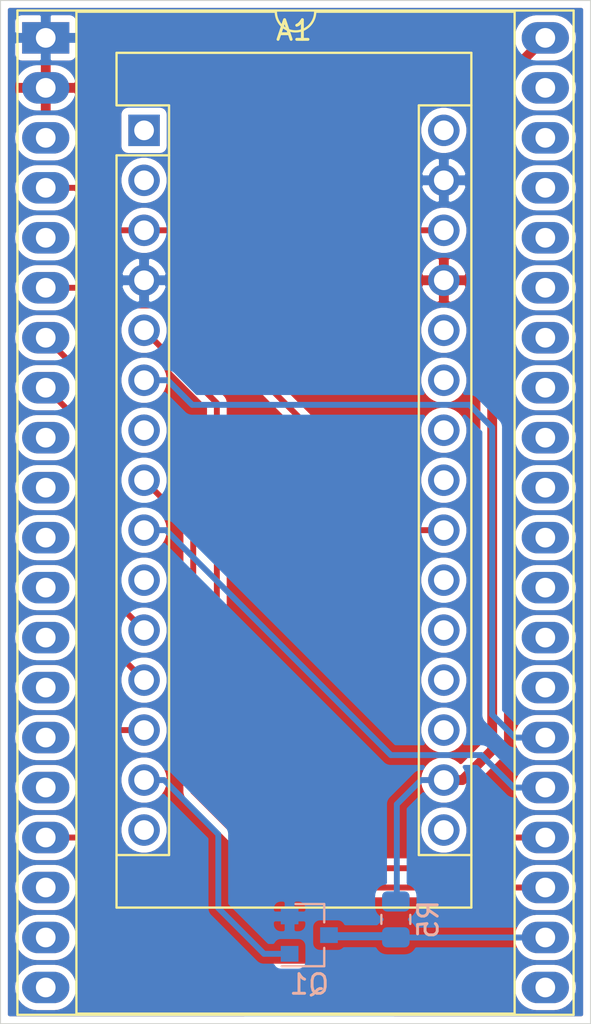
<source format=kicad_pcb>
(kicad_pcb (version 20171130) (host pcbnew 5.99.0+really5.1.12+dfsg1-1)

  (general
    (thickness 1.6)
    (drawings 6)
    (tracks 63)
    (zones 0)
    (modules 4)
    (nets 20)
  )

  (page A4)
  (layers
    (0 F.Cu signal)
    (31 B.Cu signal)
    (32 B.Adhes user)
    (33 F.Adhes user)
    (34 B.Paste user)
    (35 F.Paste user)
    (36 B.SilkS user)
    (37 F.SilkS user)
    (38 B.Mask user)
    (39 F.Mask user)
    (40 Dwgs.User user)
    (41 Cmts.User user)
    (42 Eco1.User user)
    (43 Eco2.User user)
    (44 Edge.Cuts user)
    (45 Margin user)
    (46 B.CrtYd user)
    (47 F.CrtYd user)
    (48 B.Fab user hide)
    (49 F.Fab user hide)
  )

  (setup
    (last_trace_width 0.3)
    (user_trace_width 0.3)
    (user_trace_width 0.5)
    (trace_clearance 0.3)
    (zone_clearance 0.35)
    (zone_45_only no)
    (trace_min 0.2)
    (via_size 0.8)
    (via_drill 0.4)
    (via_min_size 0.4)
    (via_min_drill 0.3)
    (uvia_size 0.3)
    (uvia_drill 0.1)
    (uvias_allowed no)
    (uvia_min_size 0.2)
    (uvia_min_drill 0.1)
    (edge_width 0.05)
    (segment_width 0.2)
    (pcb_text_width 0.3)
    (pcb_text_size 1.5 1.5)
    (mod_edge_width 0.12)
    (mod_text_size 1 1)
    (mod_text_width 0.15)
    (pad_size 1.524 1.524)
    (pad_drill 0.762)
    (pad_to_mask_clearance 0)
    (aux_axis_origin 0 0)
    (visible_elements FFFFFF7F)
    (pcbplotparams
      (layerselection 0x01000_ffffffff)
      (usegerberextensions false)
      (usegerberattributes true)
      (usegerberadvancedattributes true)
      (creategerberjobfile true)
      (excludeedgelayer true)
      (linewidth 0.100000)
      (plotframeref false)
      (viasonmask false)
      (mode 1)
      (useauxorigin false)
      (hpglpennumber 1)
      (hpglpenspeed 20)
      (hpglpendiameter 15.000000)
      (psnegative false)
      (psa4output false)
      (plotreference true)
      (plotvalue true)
      (plotinvisibletext false)
      (padsonsilk false)
      (subtractmaskfromsilk false)
      (outputformat 1)
      (mirror false)
      (drillshape 0)
      (scaleselection 1)
      (outputdirectory "plot"))
  )

  (net 0 "")
  (net 1 GND)
  (net 2 +5V)
  (net 3 +3V3)
  (net 4 /~RESET)
  (net 5 /Y_STEP)
  (net 6 /Y_HOME)
  (net 7 /X_HOME)
  (net 8 /STEPPER_ENABLE)
  (net 9 /EXHAUST_ENABLE)
  (net 10 /LASER_ON)
  (net 11 /LASER_PWM)
  (net 12 /X_DIR)
  (net 13 /X_STEP)
  (net 14 /Y_DIR)
  (net 15 /USB-)
  (net 16 /USB+)
  (net 17 "Net-(A1-Pad15)")
  (net 18 "Net-(A1-Pad14)")
  (net 19 /LASER_ENABLE_2)

  (net_class Default "This is the default net class."
    (clearance 0.3)
    (trace_width 0.3)
    (via_dia 0.8)
    (via_drill 0.4)
    (uvia_dia 0.3)
    (uvia_drill 0.1)
    (add_net +3V3)
    (add_net +5V)
    (add_net /EXHAUST_ENABLE)
    (add_net /LASER_ENABLE_2)
    (add_net /LASER_ON)
    (add_net /LASER_PWM)
    (add_net /STEPPER_ENABLE)
    (add_net /USB+)
    (add_net /USB-)
    (add_net /X_DIR)
    (add_net /X_HOME)
    (add_net /X_STEP)
    (add_net /Y_DIR)
    (add_net /Y_HOME)
    (add_net /Y_STEP)
    (add_net /~RESET)
    (add_net GND)
    (add_net "Net-(A1-Pad14)")
    (add_net "Net-(A1-Pad15)")
  )

  (module onitake:DIP-40_W25.4mm_Socket_LongPads_D1mm locked (layer F.Cu) (tedit 61C327BA) (tstamp 61986792)
    (at 112.3 41.9)
    (descr "40-lead though-hole mounted DIP package, row spacing 25.4 mm (1000 mils), Socket, LongPads")
    (tags "THT DIP DIL PDIP 2.54mm 25.4mm 1000mil Socket LongPads")
    (path /6196FB00)
    (fp_text reference U2 (at 12.7 -2.33) (layer F.SilkS) hide
      (effects (font (size 1 1) (thickness 0.15)))
    )
    (fp_text value mbedLPC1768 (at 12.7 50.59) (layer F.Fab)
      (effects (font (size 1 1) (thickness 0.15)))
    )
    (fp_arc (start 12.7 -1.33) (end 11.7 -1.33) (angle -180) (layer F.SilkS) (width 0.12))
    (fp_text user %R (at 12.7 24.13) (layer F.Fab)
      (effects (font (size 1 1) (thickness 0.15)))
    )
    (fp_line (start 26.95 -1.6) (end -1.55 -1.6) (layer F.CrtYd) (width 0.05))
    (fp_line (start 26.95 49.85) (end 26.95 -1.6) (layer F.CrtYd) (width 0.05))
    (fp_line (start -1.55 49.85) (end 26.95 49.85) (layer F.CrtYd) (width 0.05))
    (fp_line (start -1.55 -1.6) (end -1.55 49.85) (layer F.CrtYd) (width 0.05))
    (fp_line (start 26.84 -1.39) (end -1.44 -1.39) (layer F.SilkS) (width 0.12))
    (fp_line (start 26.84 49.65) (end 26.84 -1.39) (layer F.SilkS) (width 0.12))
    (fp_line (start -1.44 49.65) (end 26.84 49.65) (layer F.SilkS) (width 0.12))
    (fp_line (start -1.44 -1.39) (end -1.44 49.65) (layer F.SilkS) (width 0.12))
    (fp_line (start 23.84 -1.33) (end 13.7 -1.33) (layer F.SilkS) (width 0.12))
    (fp_line (start 23.84 49.59) (end 23.84 -1.33) (layer F.SilkS) (width 0.12))
    (fp_line (start 1.56 49.59) (end 23.84 49.59) (layer F.SilkS) (width 0.12))
    (fp_line (start 1.56 -1.33) (end 1.56 49.59) (layer F.SilkS) (width 0.12))
    (fp_line (start 11.7 -1.33) (end 1.56 -1.33) (layer F.SilkS) (width 0.12))
    (fp_line (start 26.67 -1.33) (end -1.27 -1.33) (layer F.Fab) (width 0.1))
    (fp_line (start 26.67 49.59) (end 26.67 -1.33) (layer F.Fab) (width 0.1))
    (fp_line (start -1.27 49.59) (end 26.67 49.59) (layer F.Fab) (width 0.1))
    (fp_line (start -1.27 -1.33) (end -1.27 49.59) (layer F.Fab) (width 0.1))
    (fp_line (start 0.255 -0.27) (end 1.255 -1.27) (layer F.Fab) (width 0.1))
    (fp_line (start 0.255 49.53) (end 0.255 -0.27) (layer F.Fab) (width 0.1))
    (fp_line (start 25.145 49.53) (end 0.255 49.53) (layer F.Fab) (width 0.1))
    (fp_line (start 25.145 -1.27) (end 25.145 49.53) (layer F.Fab) (width 0.1))
    (fp_line (start 1.255 -1.27) (end 25.145 -1.27) (layer F.Fab) (width 0.1))
    (pad 1 thru_hole rect (at 0 0) (size 2.4 1.6) (drill 1) (layers *.Cu *.Mask)
      (net 1 GND))
    (pad 21 thru_hole oval (at 25.4 48.26) (size 2.4 1.6) (drill 1) (layers *.Cu *.Mask)
      (net 19 /LASER_ENABLE_2))
    (pad 2 thru_hole oval (at 0 2.54) (size 2.4 1.6) (drill 1) (layers *.Cu *.Mask)
      (net 2 +5V))
    (pad 22 thru_hole oval (at 25.4 45.72) (size 2.4 1.6) (drill 1) (layers *.Cu *.Mask)
      (net 11 /LASER_PWM))
    (pad 3 thru_hole oval (at 0 5.08) (size 2.4 1.6) (drill 1) (layers *.Cu *.Mask))
    (pad 23 thru_hole oval (at 25.4 43.18) (size 2.4 1.6) (drill 1) (layers *.Cu *.Mask)
      (net 12 /X_DIR))
    (pad 4 thru_hole oval (at 0 7.62) (size 2.4 1.6) (drill 1) (layers *.Cu *.Mask)
      (net 4 /~RESET))
    (pad 24 thru_hole oval (at 25.4 40.64) (size 2.4 1.6) (drill 1) (layers *.Cu *.Mask)
      (net 13 /X_STEP))
    (pad 5 thru_hole oval (at 0 10.16) (size 2.4 1.6) (drill 1) (layers *.Cu *.Mask)
      (net 10 /LASER_ON))
    (pad 25 thru_hole oval (at 25.4 38.1) (size 2.4 1.6) (drill 1) (layers *.Cu *.Mask)
      (net 14 /Y_DIR))
    (pad 6 thru_hole oval (at 0 12.7) (size 2.4 1.6) (drill 1) (layers *.Cu *.Mask)
      (net 9 /EXHAUST_ENABLE))
    (pad 26 thru_hole oval (at 25.4 35.56) (size 2.4 1.6) (drill 1) (layers *.Cu *.Mask)
      (net 5 /Y_STEP))
    (pad 7 thru_hole oval (at 0 15.24) (size 2.4 1.6) (drill 1) (layers *.Cu *.Mask)
      (net 8 /STEPPER_ENABLE))
    (pad 27 thru_hole oval (at 25.4 33.02) (size 2.4 1.6) (drill 1) (layers *.Cu *.Mask))
    (pad 8 thru_hole oval (at 0 17.78) (size 2.4 1.6) (drill 1) (layers *.Cu *.Mask)
      (net 7 /X_HOME))
    (pad 28 thru_hole oval (at 25.4 30.48) (size 2.4 1.6) (drill 1) (layers *.Cu *.Mask))
    (pad 9 thru_hole oval (at 0 20.32) (size 2.4 1.6) (drill 1) (layers *.Cu *.Mask))
    (pad 29 thru_hole oval (at 25.4 27.94) (size 2.4 1.6) (drill 1) (layers *.Cu *.Mask))
    (pad 10 thru_hole oval (at 0 22.86) (size 2.4 1.6) (drill 1) (layers *.Cu *.Mask))
    (pad 30 thru_hole oval (at 25.4 25.4) (size 2.4 1.6) (drill 1) (layers *.Cu *.Mask))
    (pad 11 thru_hole oval (at 0 25.4) (size 2.4 1.6) (drill 1) (layers *.Cu *.Mask))
    (pad 31 thru_hole oval (at 25.4 22.86) (size 2.4 1.6) (drill 1) (layers *.Cu *.Mask)
      (net 16 /USB+))
    (pad 12 thru_hole oval (at 0 27.94) (size 2.4 1.6) (drill 1) (layers *.Cu *.Mask))
    (pad 32 thru_hole oval (at 25.4 20.32) (size 2.4 1.6) (drill 1) (layers *.Cu *.Mask)
      (net 15 /USB-))
    (pad 13 thru_hole oval (at 0 30.48) (size 2.4 1.6) (drill 1) (layers *.Cu *.Mask))
    (pad 33 thru_hole oval (at 25.4 17.78) (size 2.4 1.6) (drill 1) (layers *.Cu *.Mask))
    (pad 14 thru_hole oval (at 0 33.02) (size 2.4 1.6) (drill 1) (layers *.Cu *.Mask))
    (pad 34 thru_hole oval (at 25.4 15.24) (size 2.4 1.6) (drill 1) (layers *.Cu *.Mask))
    (pad 15 thru_hole oval (at 0 35.56) (size 2.4 1.6) (drill 1) (layers *.Cu *.Mask))
    (pad 35 thru_hole oval (at 25.4 12.7) (size 2.4 1.6) (drill 1) (layers *.Cu *.Mask))
    (pad 16 thru_hole oval (at 0 38.1) (size 2.4 1.6) (drill 1) (layers *.Cu *.Mask))
    (pad 36 thru_hole oval (at 25.4 10.16) (size 2.4 1.6) (drill 1) (layers *.Cu *.Mask))
    (pad 17 thru_hole oval (at 0 40.64) (size 2.4 1.6) (drill 1) (layers *.Cu *.Mask)
      (net 6 /Y_HOME))
    (pad 37 thru_hole oval (at 25.4 7.62) (size 2.4 1.6) (drill 1) (layers *.Cu *.Mask))
    (pad 18 thru_hole oval (at 0 43.18) (size 2.4 1.6) (drill 1) (layers *.Cu *.Mask))
    (pad 38 thru_hole oval (at 25.4 5.08) (size 2.4 1.6) (drill 1) (layers *.Cu *.Mask))
    (pad 19 thru_hole oval (at 0 45.72) (size 2.4 1.6) (drill 1) (layers *.Cu *.Mask))
    (pad 39 thru_hole oval (at 25.4 2.54) (size 2.4 1.6) (drill 1) (layers *.Cu *.Mask))
    (pad 20 thru_hole oval (at 0 48.26) (size 2.4 1.6) (drill 1) (layers *.Cu *.Mask))
    (pad 40 thru_hole oval (at 25.4 0) (size 2.4 1.6) (drill 1) (layers *.Cu *.Mask)
      (net 3 +3V3))
  )

  (module Resistor_SMD:R_0805_2012Metric (layer B.Cu) (tedit 5F68FEEE) (tstamp 61A7541E)
    (at 130.1 86.7 90)
    (descr "Resistor SMD 0805 (2012 Metric), square (rectangular) end terminal, IPC_7351 nominal, (Body size source: IPC-SM-782 page 72, https://www.pcb-3d.com/wordpress/wp-content/uploads/ipc-sm-782a_amendment_1_and_2.pdf), generated with kicad-footprint-generator")
    (tags resistor)
    (path /61A847C3)
    (attr smd)
    (fp_text reference R5 (at 0 1.65 270) (layer B.SilkS)
      (effects (font (size 1 1) (thickness 0.15)) (justify mirror))
    )
    (fp_text value 1k (at 0 -1.65 270) (layer B.Fab)
      (effects (font (size 1 1) (thickness 0.15)) (justify mirror))
    )
    (fp_line (start -1 -0.625) (end -1 0.625) (layer B.Fab) (width 0.1))
    (fp_line (start -1 0.625) (end 1 0.625) (layer B.Fab) (width 0.1))
    (fp_line (start 1 0.625) (end 1 -0.625) (layer B.Fab) (width 0.1))
    (fp_line (start 1 -0.625) (end -1 -0.625) (layer B.Fab) (width 0.1))
    (fp_line (start -0.227064 0.735) (end 0.227064 0.735) (layer B.SilkS) (width 0.12))
    (fp_line (start -0.227064 -0.735) (end 0.227064 -0.735) (layer B.SilkS) (width 0.12))
    (fp_line (start -1.68 -0.95) (end -1.68 0.95) (layer B.CrtYd) (width 0.05))
    (fp_line (start -1.68 0.95) (end 1.68 0.95) (layer B.CrtYd) (width 0.05))
    (fp_line (start 1.68 0.95) (end 1.68 -0.95) (layer B.CrtYd) (width 0.05))
    (fp_line (start 1.68 -0.95) (end -1.68 -0.95) (layer B.CrtYd) (width 0.05))
    (fp_text user %R (at 0 0 270) (layer B.Fab)
      (effects (font (size 0.5 0.5) (thickness 0.08)) (justify mirror))
    )
    (pad 2 smd roundrect (at 0.9125 0 90) (size 1.025 1.4) (layers B.Cu B.Paste B.Mask) (roundrect_rratio 0.2439004878048781)
      (net 3 +3V3))
    (pad 1 smd roundrect (at -0.9125 0 90) (size 1.025 1.4) (layers B.Cu B.Paste B.Mask) (roundrect_rratio 0.2439004878048781)
      (net 11 /LASER_PWM))
    (model ${KISYS3DMOD}/Resistor_SMD.3dshapes/R_0805_2012Metric.wrl
      (at (xyz 0 0 0))
      (scale (xyz 1 1 1))
      (rotate (xyz 0 0 0))
    )
  )

  (module Package_TO_SOT_SMD:SOT-23 (layer B.Cu) (tedit 5A02FF57) (tstamp 61A753C9)
    (at 125.7 87.5)
    (descr "SOT-23, Standard")
    (tags SOT-23)
    (path /61A7AFCE)
    (attr smd)
    (fp_text reference Q1 (at 0 2.5) (layer B.SilkS)
      (effects (font (size 1 1) (thickness 0.15)) (justify mirror))
    )
    (fp_text value 2N7002 (at 0 -2.5) (layer B.Fab)
      (effects (font (size 1 1) (thickness 0.15)) (justify mirror))
    )
    (fp_line (start -0.7 0.95) (end -0.7 -1.5) (layer B.Fab) (width 0.1))
    (fp_line (start -0.15 1.52) (end 0.7 1.52) (layer B.Fab) (width 0.1))
    (fp_line (start -0.7 0.95) (end -0.15 1.52) (layer B.Fab) (width 0.1))
    (fp_line (start 0.7 1.52) (end 0.7 -1.52) (layer B.Fab) (width 0.1))
    (fp_line (start -0.7 -1.52) (end 0.7 -1.52) (layer B.Fab) (width 0.1))
    (fp_line (start 0.76 -1.58) (end 0.76 -0.65) (layer B.SilkS) (width 0.12))
    (fp_line (start 0.76 1.58) (end 0.76 0.65) (layer B.SilkS) (width 0.12))
    (fp_line (start -1.7 1.75) (end 1.7 1.75) (layer B.CrtYd) (width 0.05))
    (fp_line (start 1.7 1.75) (end 1.7 -1.75) (layer B.CrtYd) (width 0.05))
    (fp_line (start 1.7 -1.75) (end -1.7 -1.75) (layer B.CrtYd) (width 0.05))
    (fp_line (start -1.7 -1.75) (end -1.7 1.75) (layer B.CrtYd) (width 0.05))
    (fp_line (start 0.76 1.58) (end -1.4 1.58) (layer B.SilkS) (width 0.12))
    (fp_line (start 0.76 -1.58) (end -0.7 -1.58) (layer B.SilkS) (width 0.12))
    (fp_text user %R (at 0 0 -90) (layer B.Fab)
      (effects (font (size 0.5 0.5) (thickness 0.075)) (justify mirror))
    )
    (pad 3 smd rect (at 1 0) (size 0.9 0.8) (layers B.Cu B.Paste B.Mask)
      (net 11 /LASER_PWM))
    (pad 2 smd rect (at -1 -0.95) (size 0.9 0.8) (layers B.Cu B.Paste B.Mask)
      (net 1 GND))
    (pad 1 smd rect (at -1 0.95) (size 0.9 0.8) (layers B.Cu B.Paste B.Mask)
      (net 18 "Net-(A1-Pad14)"))
    (model ${KISYS3DMOD}/Package_TO_SOT_SMD.3dshapes/SOT-23.wrl
      (at (xyz 0 0 0))
      (scale (xyz 1 1 1))
      (rotate (xyz 0 0 0))
    )
  )

  (module Module:Arduino_Nano (layer F.Cu) (tedit 58ACAF70) (tstamp 61A240C6)
    (at 117.3 46.6)
    (descr "Arduino Nano, http://www.mouser.com/pdfdocs/Gravitech_Arduino_Nano3_0.pdf")
    (tags "Arduino Nano")
    (path /61A22618)
    (fp_text reference A1 (at 7.62 -5.08) (layer F.SilkS)
      (effects (font (size 1 1) (thickness 0.15)))
    )
    (fp_text value Arduino_Nano_v3.x (at 8.89 19.05 90) (layer F.Fab)
      (effects (font (size 1 1) (thickness 0.15)))
    )
    (fp_line (start 1.27 1.27) (end 1.27 -1.27) (layer F.SilkS) (width 0.12))
    (fp_line (start 1.27 -1.27) (end -1.4 -1.27) (layer F.SilkS) (width 0.12))
    (fp_line (start -1.4 1.27) (end -1.4 39.5) (layer F.SilkS) (width 0.12))
    (fp_line (start -1.4 -3.94) (end -1.4 -1.27) (layer F.SilkS) (width 0.12))
    (fp_line (start 13.97 -1.27) (end 16.64 -1.27) (layer F.SilkS) (width 0.12))
    (fp_line (start 13.97 -1.27) (end 13.97 36.83) (layer F.SilkS) (width 0.12))
    (fp_line (start 13.97 36.83) (end 16.64 36.83) (layer F.SilkS) (width 0.12))
    (fp_line (start 1.27 1.27) (end -1.4 1.27) (layer F.SilkS) (width 0.12))
    (fp_line (start 1.27 1.27) (end 1.27 36.83) (layer F.SilkS) (width 0.12))
    (fp_line (start 1.27 36.83) (end -1.4 36.83) (layer F.SilkS) (width 0.12))
    (fp_line (start 3.81 31.75) (end 11.43 31.75) (layer F.Fab) (width 0.1))
    (fp_line (start 11.43 31.75) (end 11.43 41.91) (layer F.Fab) (width 0.1))
    (fp_line (start 11.43 41.91) (end 3.81 41.91) (layer F.Fab) (width 0.1))
    (fp_line (start 3.81 41.91) (end 3.81 31.75) (layer F.Fab) (width 0.1))
    (fp_line (start -1.4 39.5) (end 16.64 39.5) (layer F.SilkS) (width 0.12))
    (fp_line (start 16.64 39.5) (end 16.64 -3.94) (layer F.SilkS) (width 0.12))
    (fp_line (start 16.64 -3.94) (end -1.4 -3.94) (layer F.SilkS) (width 0.12))
    (fp_line (start 16.51 39.37) (end -1.27 39.37) (layer F.Fab) (width 0.1))
    (fp_line (start -1.27 39.37) (end -1.27 -2.54) (layer F.Fab) (width 0.1))
    (fp_line (start -1.27 -2.54) (end 0 -3.81) (layer F.Fab) (width 0.1))
    (fp_line (start 0 -3.81) (end 16.51 -3.81) (layer F.Fab) (width 0.1))
    (fp_line (start 16.51 -3.81) (end 16.51 39.37) (layer F.Fab) (width 0.1))
    (fp_line (start -1.53 -4.06) (end 16.75 -4.06) (layer F.CrtYd) (width 0.05))
    (fp_line (start -1.53 -4.06) (end -1.53 42.16) (layer F.CrtYd) (width 0.05))
    (fp_line (start 16.75 42.16) (end 16.75 -4.06) (layer F.CrtYd) (width 0.05))
    (fp_line (start 16.75 42.16) (end -1.53 42.16) (layer F.CrtYd) (width 0.05))
    (fp_text user %R (at 6.35 19.05 90) (layer F.Fab)
      (effects (font (size 1 1) (thickness 0.15)))
    )
    (pad 16 thru_hole oval (at 15.24 35.56) (size 1.6 1.6) (drill 1) (layers *.Cu *.Mask))
    (pad 15 thru_hole oval (at 0 35.56) (size 1.6 1.6) (drill 1) (layers *.Cu *.Mask)
      (net 17 "Net-(A1-Pad15)"))
    (pad 30 thru_hole oval (at 15.24 0) (size 1.6 1.6) (drill 1) (layers *.Cu *.Mask))
    (pad 14 thru_hole oval (at 0 33.02) (size 1.6 1.6) (drill 1) (layers *.Cu *.Mask)
      (net 18 "Net-(A1-Pad14)"))
    (pad 29 thru_hole oval (at 15.24 2.54) (size 1.6 1.6) (drill 1) (layers *.Cu *.Mask)
      (net 1 GND))
    (pad 13 thru_hole oval (at 0 30.48) (size 1.6 1.6) (drill 1) (layers *.Cu *.Mask)
      (net 6 /Y_HOME))
    (pad 28 thru_hole oval (at 15.24 5.08) (size 1.6 1.6) (drill 1) (layers *.Cu *.Mask)
      (net 4 /~RESET))
    (pad 12 thru_hole oval (at 0 27.94) (size 1.6 1.6) (drill 1) (layers *.Cu *.Mask)
      (net 7 /X_HOME))
    (pad 27 thru_hole oval (at 15.24 7.62) (size 1.6 1.6) (drill 1) (layers *.Cu *.Mask)
      (net 2 +5V))
    (pad 11 thru_hole oval (at 0 25.4) (size 1.6 1.6) (drill 1) (layers *.Cu *.Mask)
      (net 8 /STEPPER_ENABLE))
    (pad 26 thru_hole oval (at 15.24 10.16) (size 1.6 1.6) (drill 1) (layers *.Cu *.Mask))
    (pad 10 thru_hole oval (at 0 22.86) (size 1.6 1.6) (drill 1) (layers *.Cu *.Mask))
    (pad 25 thru_hole oval (at 15.24 12.7) (size 1.6 1.6) (drill 1) (layers *.Cu *.Mask))
    (pad 9 thru_hole oval (at 0 20.32) (size 1.6 1.6) (drill 1) (layers *.Cu *.Mask)
      (net 14 /Y_DIR))
    (pad 24 thru_hole oval (at 15.24 15.24) (size 1.6 1.6) (drill 1) (layers *.Cu *.Mask))
    (pad 8 thru_hole oval (at 0 17.78) (size 1.6 1.6) (drill 1) (layers *.Cu *.Mask)
      (net 12 /X_DIR))
    (pad 23 thru_hole oval (at 15.24 17.78) (size 1.6 1.6) (drill 1) (layers *.Cu *.Mask))
    (pad 7 thru_hole oval (at 0 15.24) (size 1.6 1.6) (drill 1) (layers *.Cu *.Mask))
    (pad 22 thru_hole oval (at 15.24 20.32) (size 1.6 1.6) (drill 1) (layers *.Cu *.Mask)
      (net 9 /EXHAUST_ENABLE))
    (pad 6 thru_hole oval (at 0 12.7) (size 1.6 1.6) (drill 1) (layers *.Cu *.Mask)
      (net 5 /Y_STEP))
    (pad 21 thru_hole oval (at 15.24 22.86) (size 1.6 1.6) (drill 1) (layers *.Cu *.Mask))
    (pad 5 thru_hole oval (at 0 10.16) (size 1.6 1.6) (drill 1) (layers *.Cu *.Mask)
      (net 13 /X_STEP))
    (pad 20 thru_hole oval (at 15.24 25.4) (size 1.6 1.6) (drill 1) (layers *.Cu *.Mask))
    (pad 4 thru_hole oval (at 0 7.62) (size 1.6 1.6) (drill 1) (layers *.Cu *.Mask)
      (net 1 GND))
    (pad 19 thru_hole oval (at 15.24 27.94) (size 1.6 1.6) (drill 1) (layers *.Cu *.Mask))
    (pad 3 thru_hole oval (at 0 5.08) (size 1.6 1.6) (drill 1) (layers *.Cu *.Mask)
      (net 4 /~RESET))
    (pad 18 thru_hole oval (at 15.24 30.48) (size 1.6 1.6) (drill 1) (layers *.Cu *.Mask))
    (pad 2 thru_hole oval (at 0 2.54) (size 1.6 1.6) (drill 1) (layers *.Cu *.Mask))
    (pad 17 thru_hole oval (at 15.24 33.02) (size 1.6 1.6) (drill 1) (layers *.Cu *.Mask)
      (net 3 +3V3))
    (pad 1 thru_hole rect (at 0 0) (size 1.6 1.6) (drill 1) (layers *.Cu *.Mask))
    (model ${KISYS3DMOD}/Module.3dshapes/Arduino_Nano_WithMountingHoles.wrl
      (at (xyz 0 0 0))
      (scale (xyz 1 1 1))
      (rotate (xyz 0 0 0))
    )
  )

  (gr_text 1 (at 115.9 42.1) (layer F.Cu) (tstamp 61A249F3)
    (effects (font (size 1.3 1.3) (thickness 0.25)))
  )
  (gr_text "USB ↓" (at 126.2 90.3) (layer F.Cu)
    (effects (font (size 1.3 1.3) (thickness 0.25)))
  )
  (gr_line (start 110 92) (end 110 40) (layer Edge.Cuts) (width 0.05) (tstamp 6198694F))
  (gr_line (start 140 92) (end 110 92) (layer Edge.Cuts) (width 0.05))
  (gr_line (start 140 40) (end 140 92) (layer Edge.Cuts) (width 0.05))
  (gr_line (start 110 40) (end 140 40) (layer Edge.Cuts) (width 0.05))

  (segment (start 135 44.6) (end 137.7 41.9) (width 0.5) (layer F.Cu) (net 3) (status 1000000))
  (segment (start 132.54 79.62) (end 133.48 79.62) (width 0.5) (layer F.Cu) (net 3) (status 1000000))
  (segment (start 133.48 79.62) (end 135 78.1) (width 0.5) (layer F.Cu) (net 3) (status 1000000))
  (segment (start 135 78.1) (end 135 44.6) (width 0.5) (layer F.Cu) (net 3) (status 1000000))
  (segment (start 132.54 79.62) (end 131.38 79.62) (width 0.3) (layer B.Cu) (net 3))
  (segment (start 131.38 79.62) (end 130.15 80.85) (width 0.3) (layer B.Cu) (net 3))
  (segment (start 130.15 85.7375) (end 130.1 85.7875) (width 0.3) (layer B.Cu) (net 3))
  (segment (start 130.15 80.85) (end 130.15 85.7375) (width 0.3) (layer B.Cu) (net 3))
  (segment (start 112.3 49.52) (end 113.82 49.52) (width 0.3) (layer F.Cu) (net 4))
  (segment (start 115.98 51.68) (end 117.3 51.68) (width 0.3) (layer F.Cu) (net 4))
  (segment (start 113.82 49.52) (end 115.98 51.68) (width 0.3) (layer F.Cu) (net 4))
  (segment (start 117.3 51.68) (end 132.54 51.68) (width 0.3) (layer F.Cu) (net 4))
  (segment (start 118.5 59.3) (end 119.7 60.5) (width 0.3) (layer B.Cu) (net 5))
  (segment (start 137.7 77.46) (end 136.16 77.46) (width 0.3) (layer B.Cu) (net 5))
  (segment (start 135 76.3) (end 135 61.7) (width 0.3) (layer B.Cu) (net 5))
  (segment (start 136.16 77.46) (end 135 76.3) (width 0.3) (layer B.Cu) (net 5))
  (segment (start 135 61.7) (end 133.85 60.55) (width 0.3) (layer B.Cu) (net 5))
  (segment (start 119.75 60.55) (end 118.5 59.3) (width 0.3) (layer B.Cu) (net 5))
  (segment (start 133.85 60.55) (end 119.75 60.55) (width 0.3) (layer B.Cu) (net 5))
  (segment (start 118.5 59.3) (end 117.3 59.3) (width 0.3) (layer B.Cu) (net 5))
  (segment (start 115.92 77.08) (end 115.1 77.9) (width 0.3) (layer F.Cu) (net 6))
  (segment (start 117.3 77.08) (end 115.92 77.08) (width 0.3) (layer F.Cu) (net 6))
  (segment (start 115.1 81.4) (end 113.96 82.54) (width 0.3) (layer F.Cu) (net 6))
  (segment (start 115.1 77.9) (end 115.1 81.4) (width 0.3) (layer F.Cu) (net 6))
  (segment (start 113.96 82.54) (end 112.3 82.54) (width 0.3) (layer F.Cu) (net 6))
  (segment (start 112.3 59.68) (end 114.9 62.28) (width 0.3) (layer F.Cu) (net 7))
  (segment (start 114.9 72.14) (end 117.3 74.54) (width 0.3) (layer F.Cu) (net 7))
  (segment (start 114.9 62.28) (end 114.9 72.14) (width 0.3) (layer F.Cu) (net 7))
  (segment (start 112.3 57.14) (end 115.7 60.54) (width 0.3) (layer F.Cu) (net 8))
  (segment (start 115.7 70.4) (end 117.3 72) (width 0.3) (layer F.Cu) (net 8))
  (segment (start 115.7 60.54) (end 115.7 70.4) (width 0.3) (layer F.Cu) (net 8))
  (segment (start 114.8 54.6) (end 115.7 55.5) (width 0.3) (layer F.Cu) (net 9))
  (segment (start 112.3 54.6) (end 114.8 54.6) (width 0.3) (layer F.Cu) (net 9))
  (segment (start 115.7 55.5) (end 119.5 55.5) (width 0.3) (layer F.Cu) (net 9))
  (segment (start 130.92 66.92) (end 132.54 66.92) (width 0.3) (layer F.Cu) (net 9))
  (segment (start 119.5 55.5) (end 130.92 66.92) (width 0.3) (layer F.Cu) (net 9))
  (segment (start 127.0125 87.6125) (end 126.7 87.3) (width 0.3) (layer B.Cu) (net 11))
  (segment (start 130.1 87.6125) (end 127.0125 87.6125) (width 0.3) (layer B.Cu) (net 11))
  (segment (start 130.1075 87.62) (end 130.1 87.6125) (width 0.3) (layer B.Cu) (net 11))
  (segment (start 137.7 87.62) (end 130.1075 87.62) (width 0.3) (layer B.Cu) (net 11))
  (segment (start 129.9875 87.5) (end 130.1 87.6125) (width 0.3) (layer B.Cu) (net 11))
  (segment (start 126.7 87.5) (end 129.9875 87.5) (width 0.3) (layer B.Cu) (net 11))
  (segment (start 119.8 66.88) (end 117.3 64.38) (width 0.3) (layer F.Cu) (net 12))
  (segment (start 119.8 80.2) (end 119.8 66.88) (width 0.3) (layer F.Cu) (net 12))
  (segment (start 124.68 85.08) (end 119.8 80.2) (width 0.3) (layer F.Cu) (net 12))
  (segment (start 137.7 85.08) (end 124.68 85.08) (width 0.3) (layer F.Cu) (net 12))
  (segment (start 117.3 56.76) (end 121 60.46) (width 0.3) (layer F.Cu) (net 13))
  (segment (start 121 60.46) (end 121 79.5) (width 0.3) (layer F.Cu) (net 13))
  (segment (start 121 79.5) (end 125.6 84.1) (width 0.3) (layer F.Cu) (net 13))
  (segment (start 125.6 84.1) (end 133.9 84.1) (width 0.3) (layer F.Cu) (net 13))
  (segment (start 135.46 82.54) (end 137.7 82.54) (width 0.3) (layer F.Cu) (net 13))
  (segment (start 133.9 84.1) (end 135.46 82.54) (width 0.3) (layer F.Cu) (net 13))
  (segment (start 137.7 80) (end 137.4 80) (width 0.3) (layer F.Cu) (net 14))
  (segment (start 129.85 78.35) (end 118.42 66.92) (width 0.3) (layer B.Cu) (net 14))
  (segment (start 134.45 78.35) (end 129.85 78.35) (width 0.3) (layer B.Cu) (net 14))
  (segment (start 136.1 80) (end 134.45 78.35) (width 0.3) (layer B.Cu) (net 14))
  (segment (start 118.42 66.92) (end 117.3 66.92) (width 0.3) (layer B.Cu) (net 14))
  (segment (start 137.7 80) (end 136.1 80) (width 0.3) (layer B.Cu) (net 14))
  (segment (start 117.3 79.62) (end 118.32 79.62) (width 0.3) (layer B.Cu) (net 18))
  (segment (start 124.7 88.45) (end 123.4 88.45) (width 0.3) (layer B.Cu) (net 18))
  (segment (start 121.075 86.125) (end 121.075 82.375) (width 0.3) (layer B.Cu) (net 18))
  (segment (start 123.4 88.45) (end 121.075 86.125) (width 0.3) (layer B.Cu) (net 18))
  (segment (start 118.32 79.62) (end 121.075 82.375) (width 0.3) (layer B.Cu) (net 18))

  (zone (net 2) (net_name +5V) (layer F.Cu) (tstamp 61A24CC9) (hatch edge 0.508)
    (connect_pads (clearance 0.35))
    (min_thickness 0.2)
    (fill yes (arc_segments 32) (thermal_gap 0.35) (thermal_bridge_width 0.5) (smoothing chamfer))
    (polygon
      (pts
        (xy 140 92) (xy 110 92) (xy 110 40) (xy 140 40)
      )
    )
    (filled_polygon
      (pts
        (xy 139.525001 91.525) (xy 130.025 91.525) (xy 130.025 90.16) (xy 136.043952 90.16) (xy 136.068087 90.405043)
        (xy 136.139563 90.640669) (xy 136.255634 90.857823) (xy 136.41184 91.04816) (xy 136.602177 91.204366) (xy 136.819331 91.320437)
        (xy 137.054957 91.391913) (xy 137.238595 91.41) (xy 138.161405 91.41) (xy 138.345043 91.391913) (xy 138.580669 91.320437)
        (xy 138.797823 91.204366) (xy 138.98816 91.04816) (xy 139.144366 90.857823) (xy 139.260437 90.640669) (xy 139.331913 90.405043)
        (xy 139.356048 90.16) (xy 139.331913 89.914957) (xy 139.260437 89.679331) (xy 139.144366 89.462177) (xy 138.98816 89.27184)
        (xy 138.797823 89.115634) (xy 138.580669 88.999563) (xy 138.345043 88.928087) (xy 138.161405 88.91) (xy 137.238595 88.91)
        (xy 137.054957 88.928087) (xy 136.819331 88.999563) (xy 136.602177 89.115634) (xy 136.41184 89.27184) (xy 136.255634 89.462177)
        (xy 136.139563 89.679331) (xy 136.068087 89.914957) (xy 136.043952 90.16) (xy 130.025 90.16) (xy 130.025 88.8515)
        (xy 122.375 88.8515) (xy 122.375 91.525) (xy 110.475 91.525) (xy 110.475 90.16) (xy 110.643952 90.16)
        (xy 110.668087 90.405043) (xy 110.739563 90.640669) (xy 110.855634 90.857823) (xy 111.01184 91.04816) (xy 111.202177 91.204366)
        (xy 111.419331 91.320437) (xy 111.654957 91.391913) (xy 111.838595 91.41) (xy 112.761405 91.41) (xy 112.945043 91.391913)
        (xy 113.180669 91.320437) (xy 113.397823 91.204366) (xy 113.58816 91.04816) (xy 113.744366 90.857823) (xy 113.860437 90.640669)
        (xy 113.931913 90.405043) (xy 113.956048 90.16) (xy 113.931913 89.914957) (xy 113.860437 89.679331) (xy 113.744366 89.462177)
        (xy 113.58816 89.27184) (xy 113.397823 89.115634) (xy 113.180669 88.999563) (xy 112.945043 88.928087) (xy 112.761405 88.91)
        (xy 111.838595 88.91) (xy 111.654957 88.928087) (xy 111.419331 88.999563) (xy 111.202177 89.115634) (xy 111.01184 89.27184)
        (xy 110.855634 89.462177) (xy 110.739563 89.679331) (xy 110.668087 89.914957) (xy 110.643952 90.16) (xy 110.475 90.16)
        (xy 110.475 87.62) (xy 110.643952 87.62) (xy 110.668087 87.865043) (xy 110.739563 88.100669) (xy 110.855634 88.317823)
        (xy 111.01184 88.50816) (xy 111.202177 88.664366) (xy 111.419331 88.780437) (xy 111.654957 88.851913) (xy 111.838595 88.87)
        (xy 112.761405 88.87) (xy 112.945043 88.851913) (xy 113.180669 88.780437) (xy 113.397823 88.664366) (xy 113.58816 88.50816)
        (xy 113.744366 88.317823) (xy 113.860437 88.100669) (xy 113.931913 87.865043) (xy 113.956048 87.62) (xy 136.043952 87.62)
        (xy 136.068087 87.865043) (xy 136.139563 88.100669) (xy 136.255634 88.317823) (xy 136.41184 88.50816) (xy 136.602177 88.664366)
        (xy 136.819331 88.780437) (xy 137.054957 88.851913) (xy 137.238595 88.87) (xy 138.161405 88.87) (xy 138.345043 88.851913)
        (xy 138.580669 88.780437) (xy 138.797823 88.664366) (xy 138.98816 88.50816) (xy 139.144366 88.317823) (xy 139.260437 88.100669)
        (xy 139.331913 87.865043) (xy 139.356048 87.62) (xy 139.331913 87.374957) (xy 139.260437 87.139331) (xy 139.144366 86.922177)
        (xy 138.98816 86.73184) (xy 138.797823 86.575634) (xy 138.580669 86.459563) (xy 138.345043 86.388087) (xy 138.161405 86.37)
        (xy 137.238595 86.37) (xy 137.054957 86.388087) (xy 136.819331 86.459563) (xy 136.602177 86.575634) (xy 136.41184 86.73184)
        (xy 136.255634 86.922177) (xy 136.139563 87.139331) (xy 136.068087 87.374957) (xy 136.043952 87.62) (xy 113.956048 87.62)
        (xy 113.931913 87.374957) (xy 113.860437 87.139331) (xy 113.744366 86.922177) (xy 113.58816 86.73184) (xy 113.397823 86.575634)
        (xy 113.180669 86.459563) (xy 112.945043 86.388087) (xy 112.761405 86.37) (xy 111.838595 86.37) (xy 111.654957 86.388087)
        (xy 111.419331 86.459563) (xy 111.202177 86.575634) (xy 111.01184 86.73184) (xy 110.855634 86.922177) (xy 110.739563 87.139331)
        (xy 110.668087 87.374957) (xy 110.643952 87.62) (xy 110.475 87.62) (xy 110.475 85.08) (xy 110.643952 85.08)
        (xy 110.668087 85.325043) (xy 110.739563 85.560669) (xy 110.855634 85.777823) (xy 111.01184 85.96816) (xy 111.202177 86.124366)
        (xy 111.419331 86.240437) (xy 111.654957 86.311913) (xy 111.838595 86.33) (xy 112.761405 86.33) (xy 112.945043 86.311913)
        (xy 113.180669 86.240437) (xy 113.397823 86.124366) (xy 113.58816 85.96816) (xy 113.744366 85.777823) (xy 113.860437 85.560669)
        (xy 113.931913 85.325043) (xy 113.956048 85.08) (xy 113.931913 84.834957) (xy 113.860437 84.599331) (xy 113.744366 84.382177)
        (xy 113.58816 84.19184) (xy 113.397823 84.035634) (xy 113.180669 83.919563) (xy 112.945043 83.848087) (xy 112.761405 83.83)
        (xy 111.838595 83.83) (xy 111.654957 83.848087) (xy 111.419331 83.919563) (xy 111.202177 84.035634) (xy 111.01184 84.19184)
        (xy 110.855634 84.382177) (xy 110.739563 84.599331) (xy 110.668087 84.834957) (xy 110.643952 85.08) (xy 110.475 85.08)
        (xy 110.475 82.54) (xy 110.643952 82.54) (xy 110.668087 82.785043) (xy 110.739563 83.020669) (xy 110.855634 83.237823)
        (xy 111.01184 83.42816) (xy 111.202177 83.584366) (xy 111.419331 83.700437) (xy 111.654957 83.771913) (xy 111.838595 83.79)
        (xy 112.761405 83.79) (xy 112.945043 83.771913) (xy 113.180669 83.700437) (xy 113.397823 83.584366) (xy 113.58816 83.42816)
        (xy 113.744366 83.237823) (xy 113.796653 83.14) (xy 113.930526 83.14) (xy 113.96 83.142903) (xy 113.989474 83.14)
        (xy 114.077621 83.131318) (xy 114.190721 83.09701) (xy 114.294955 83.041296) (xy 114.386317 82.966317) (xy 114.405113 82.943414)
        (xy 115.311642 82.036886) (xy 116.05 82.036886) (xy 116.05 82.283114) (xy 116.098037 82.524611) (xy 116.192265 82.752097)
        (xy 116.329062 82.956828) (xy 116.503172 83.130938) (xy 116.707903 83.267735) (xy 116.935389 83.361963) (xy 117.176886 83.41)
        (xy 117.423114 83.41) (xy 117.664611 83.361963) (xy 117.892097 83.267735) (xy 118.096828 83.130938) (xy 118.270938 82.956828)
        (xy 118.407735 82.752097) (xy 118.501963 82.524611) (xy 118.55 82.283114) (xy 118.55 82.036886) (xy 118.501963 81.795389)
        (xy 118.407735 81.567903) (xy 118.270938 81.363172) (xy 118.096828 81.189062) (xy 117.892097 81.052265) (xy 117.664611 80.958037)
        (xy 117.423114 80.91) (xy 117.176886 80.91) (xy 116.935389 80.958037) (xy 116.707903 81.052265) (xy 116.503172 81.189062)
        (xy 116.329062 81.363172) (xy 116.192265 81.567903) (xy 116.098037 81.795389) (xy 116.05 82.036886) (xy 115.311642 82.036886)
        (xy 115.503425 81.845104) (xy 115.526317 81.826317) (xy 115.601296 81.734955) (xy 115.65701 81.630721) (xy 115.691318 81.517621)
        (xy 115.7 81.429474) (xy 115.7 81.429467) (xy 115.702902 81.400001) (xy 115.7 81.370535) (xy 115.7 79.496886)
        (xy 116.05 79.496886) (xy 116.05 79.743114) (xy 116.098037 79.984611) (xy 116.192265 80.212097) (xy 116.329062 80.416828)
        (xy 116.503172 80.590938) (xy 116.707903 80.727735) (xy 116.935389 80.821963) (xy 117.176886 80.87) (xy 117.423114 80.87)
        (xy 117.664611 80.821963) (xy 117.892097 80.727735) (xy 118.096828 80.590938) (xy 118.270938 80.416828) (xy 118.407735 80.212097)
        (xy 118.501963 79.984611) (xy 118.55 79.743114) (xy 118.55 79.496886) (xy 118.501963 79.255389) (xy 118.407735 79.027903)
        (xy 118.270938 78.823172) (xy 118.096828 78.649062) (xy 117.892097 78.512265) (xy 117.664611 78.418037) (xy 117.423114 78.37)
        (xy 117.176886 78.37) (xy 116.935389 78.418037) (xy 116.707903 78.512265) (xy 116.503172 78.649062) (xy 116.329062 78.823172)
        (xy 116.192265 79.027903) (xy 116.098037 79.255389) (xy 116.05 79.496886) (xy 115.7 79.496886) (xy 115.7 78.148527)
        (xy 116.168528 77.68) (xy 116.197546 77.68) (xy 116.329062 77.876828) (xy 116.503172 78.050938) (xy 116.707903 78.187735)
        (xy 116.935389 78.281963) (xy 117.176886 78.33) (xy 117.423114 78.33) (xy 117.664611 78.281963) (xy 117.892097 78.187735)
        (xy 118.096828 78.050938) (xy 118.270938 77.876828) (xy 118.407735 77.672097) (xy 118.501963 77.444611) (xy 118.55 77.203114)
        (xy 118.55 76.956886) (xy 118.501963 76.715389) (xy 118.407735 76.487903) (xy 118.270938 76.283172) (xy 118.096828 76.109062)
        (xy 117.892097 75.972265) (xy 117.664611 75.878037) (xy 117.423114 75.83) (xy 117.176886 75.83) (xy 116.935389 75.878037)
        (xy 116.707903 75.972265) (xy 116.503172 76.109062) (xy 116.329062 76.283172) (xy 116.197546 76.48) (xy 115.949473 76.48)
        (xy 115.919999 76.477097) (xy 115.810288 76.487903) (xy 115.802379 76.488682) (xy 115.689279 76.52299) (xy 115.585045 76.578704)
        (xy 115.493683 76.653683) (xy 115.474891 76.676581) (xy 114.696586 77.454887) (xy 114.673683 77.473683) (xy 114.598704 77.565046)
        (xy 114.54299 77.66928) (xy 114.532142 77.705043) (xy 114.508682 77.78238) (xy 114.497097 77.9) (xy 114.5 77.929474)
        (xy 114.500001 81.15147) (xy 113.766983 81.88449) (xy 113.744366 81.842177) (xy 113.58816 81.65184) (xy 113.397823 81.495634)
        (xy 113.180669 81.379563) (xy 112.945043 81.308087) (xy 112.761405 81.29) (xy 111.838595 81.29) (xy 111.654957 81.308087)
        (xy 111.419331 81.379563) (xy 111.202177 81.495634) (xy 111.01184 81.65184) (xy 110.855634 81.842177) (xy 110.739563 82.059331)
        (xy 110.668087 82.294957) (xy 110.643952 82.54) (xy 110.475 82.54) (xy 110.475 80) (xy 110.643952 80)
        (xy 110.668087 80.245043) (xy 110.739563 80.480669) (xy 110.855634 80.697823) (xy 111.01184 80.88816) (xy 111.202177 81.044366)
        (xy 111.419331 81.160437) (xy 111.654957 81.231913) (xy 111.838595 81.25) (xy 112.761405 81.25) (xy 112.945043 81.231913)
        (xy 113.180669 81.160437) (xy 113.397823 81.044366) (xy 113.58816 80.88816) (xy 113.744366 80.697823) (xy 113.860437 80.480669)
        (xy 113.931913 80.245043) (xy 113.956048 80) (xy 113.931913 79.754957) (xy 113.860437 79.519331) (xy 113.744366 79.302177)
        (xy 113.58816 79.11184) (xy 113.397823 78.955634) (xy 113.180669 78.839563) (xy 112.945043 78.768087) (xy 112.761405 78.75)
        (xy 111.838595 78.75) (xy 111.654957 78.768087) (xy 111.419331 78.839563) (xy 111.202177 78.955634) (xy 111.01184 79.11184)
        (xy 110.855634 79.302177) (xy 110.739563 79.519331) (xy 110.668087 79.754957) (xy 110.643952 80) (xy 110.475 80)
        (xy 110.475 77.46) (xy 110.643952 77.46) (xy 110.668087 77.705043) (xy 110.739563 77.940669) (xy 110.855634 78.157823)
        (xy 111.01184 78.34816) (xy 111.202177 78.504366) (xy 111.419331 78.620437) (xy 111.654957 78.691913) (xy 111.838595 78.71)
        (xy 112.761405 78.71) (xy 112.945043 78.691913) (xy 113.180669 78.620437) (xy 113.397823 78.504366) (xy 113.58816 78.34816)
        (xy 113.744366 78.157823) (xy 113.860437 77.940669) (xy 113.931913 77.705043) (xy 113.956048 77.46) (xy 113.931913 77.214957)
        (xy 113.860437 76.979331) (xy 113.744366 76.762177) (xy 113.58816 76.57184) (xy 113.397823 76.415634) (xy 113.180669 76.299563)
        (xy 112.945043 76.228087) (xy 112.761405 76.21) (xy 111.838595 76.21) (xy 111.654957 76.228087) (xy 111.419331 76.299563)
        (xy 111.202177 76.415634) (xy 111.01184 76.57184) (xy 110.855634 76.762177) (xy 110.739563 76.979331) (xy 110.668087 77.214957)
        (xy 110.643952 77.46) (xy 110.475 77.46) (xy 110.475 74.92) (xy 110.643952 74.92) (xy 110.668087 75.165043)
        (xy 110.739563 75.400669) (xy 110.855634 75.617823) (xy 111.01184 75.80816) (xy 111.202177 75.964366) (xy 111.419331 76.080437)
        (xy 111.654957 76.151913) (xy 111.838595 76.17) (xy 112.761405 76.17) (xy 112.945043 76.151913) (xy 113.180669 76.080437)
        (xy 113.397823 75.964366) (xy 113.58816 75.80816) (xy 113.744366 75.617823) (xy 113.860437 75.400669) (xy 113.931913 75.165043)
        (xy 113.956048 74.92) (xy 113.931913 74.674957) (xy 113.860437 74.439331) (xy 113.744366 74.222177) (xy 113.58816 74.03184)
        (xy 113.397823 73.875634) (xy 113.180669 73.759563) (xy 112.945043 73.688087) (xy 112.761405 73.67) (xy 111.838595 73.67)
        (xy 111.654957 73.688087) (xy 111.419331 73.759563) (xy 111.202177 73.875634) (xy 111.01184 74.03184) (xy 110.855634 74.222177)
        (xy 110.739563 74.439331) (xy 110.668087 74.674957) (xy 110.643952 74.92) (xy 110.475 74.92) (xy 110.475 72.38)
        (xy 110.643952 72.38) (xy 110.668087 72.625043) (xy 110.739563 72.860669) (xy 110.855634 73.077823) (xy 111.01184 73.26816)
        (xy 111.202177 73.424366) (xy 111.419331 73.540437) (xy 111.654957 73.611913) (xy 111.838595 73.63) (xy 112.761405 73.63)
        (xy 112.945043 73.611913) (xy 113.180669 73.540437) (xy 113.397823 73.424366) (xy 113.58816 73.26816) (xy 113.744366 73.077823)
        (xy 113.860437 72.860669) (xy 113.931913 72.625043) (xy 113.956048 72.38) (xy 113.931913 72.134957) (xy 113.860437 71.899331)
        (xy 113.744366 71.682177) (xy 113.58816 71.49184) (xy 113.397823 71.335634) (xy 113.180669 71.219563) (xy 112.945043 71.148087)
        (xy 112.761405 71.13) (xy 111.838595 71.13) (xy 111.654957 71.148087) (xy 111.419331 71.219563) (xy 111.202177 71.335634)
        (xy 111.01184 71.49184) (xy 110.855634 71.682177) (xy 110.739563 71.899331) (xy 110.668087 72.134957) (xy 110.643952 72.38)
        (xy 110.475 72.38) (xy 110.475 69.84) (xy 110.643952 69.84) (xy 110.668087 70.085043) (xy 110.739563 70.320669)
        (xy 110.855634 70.537823) (xy 111.01184 70.72816) (xy 111.202177 70.884366) (xy 111.419331 71.000437) (xy 111.654957 71.071913)
        (xy 111.838595 71.09) (xy 112.761405 71.09) (xy 112.945043 71.071913) (xy 113.180669 71.000437) (xy 113.397823 70.884366)
        (xy 113.58816 70.72816) (xy 113.744366 70.537823) (xy 113.860437 70.320669) (xy 113.931913 70.085043) (xy 113.956048 69.84)
        (xy 113.931913 69.594957) (xy 113.860437 69.359331) (xy 113.744366 69.142177) (xy 113.58816 68.95184) (xy 113.397823 68.795634)
        (xy 113.180669 68.679563) (xy 112.945043 68.608087) (xy 112.761405 68.59) (xy 111.838595 68.59) (xy 111.654957 68.608087)
        (xy 111.419331 68.679563) (xy 111.202177 68.795634) (xy 111.01184 68.95184) (xy 110.855634 69.142177) (xy 110.739563 69.359331)
        (xy 110.668087 69.594957) (xy 110.643952 69.84) (xy 110.475 69.84) (xy 110.475 67.3) (xy 110.643952 67.3)
        (xy 110.668087 67.545043) (xy 110.739563 67.780669) (xy 110.855634 67.997823) (xy 111.01184 68.18816) (xy 111.202177 68.344366)
        (xy 111.419331 68.460437) (xy 111.654957 68.531913) (xy 111.838595 68.55) (xy 112.761405 68.55) (xy 112.945043 68.531913)
        (xy 113.180669 68.460437) (xy 113.397823 68.344366) (xy 113.58816 68.18816) (xy 113.744366 67.997823) (xy 113.860437 67.780669)
        (xy 113.931913 67.545043) (xy 113.956048 67.3) (xy 113.931913 67.054957) (xy 113.860437 66.819331) (xy 113.744366 66.602177)
        (xy 113.58816 66.41184) (xy 113.397823 66.255634) (xy 113.180669 66.139563) (xy 112.945043 66.068087) (xy 112.761405 66.05)
        (xy 111.838595 66.05) (xy 111.654957 66.068087) (xy 111.419331 66.139563) (xy 111.202177 66.255634) (xy 111.01184 66.41184)
        (xy 110.855634 66.602177) (xy 110.739563 66.819331) (xy 110.668087 67.054957) (xy 110.643952 67.3) (xy 110.475 67.3)
        (xy 110.475 64.76) (xy 110.643952 64.76) (xy 110.668087 65.005043) (xy 110.739563 65.240669) (xy 110.855634 65.457823)
        (xy 111.01184 65.64816) (xy 111.202177 65.804366) (xy 111.419331 65.920437) (xy 111.654957 65.991913) (xy 111.838595 66.01)
        (xy 112.761405 66.01) (xy 112.945043 65.991913) (xy 113.180669 65.920437) (xy 113.397823 65.804366) (xy 113.58816 65.64816)
        (xy 113.744366 65.457823) (xy 113.860437 65.240669) (xy 113.931913 65.005043) (xy 113.956048 64.76) (xy 113.931913 64.514957)
        (xy 113.860437 64.279331) (xy 113.744366 64.062177) (xy 113.58816 63.87184) (xy 113.397823 63.715634) (xy 113.180669 63.599563)
        (xy 112.945043 63.528087) (xy 112.761405 63.51) (xy 111.838595 63.51) (xy 111.654957 63.528087) (xy 111.419331 63.599563)
        (xy 111.202177 63.715634) (xy 111.01184 63.87184) (xy 110.855634 64.062177) (xy 110.739563 64.279331) (xy 110.668087 64.514957)
        (xy 110.643952 64.76) (xy 110.475 64.76) (xy 110.475 54.6) (xy 110.643952 54.6) (xy 110.668087 54.845043)
        (xy 110.739563 55.080669) (xy 110.855634 55.297823) (xy 111.01184 55.48816) (xy 111.202177 55.644366) (xy 111.419331 55.760437)
        (xy 111.654957 55.831913) (xy 111.838595 55.85) (xy 112.761405 55.85) (xy 112.945043 55.831913) (xy 113.180669 55.760437)
        (xy 113.397823 55.644366) (xy 113.58816 55.48816) (xy 113.744366 55.297823) (xy 113.796653 55.2) (xy 114.551473 55.2)
        (xy 115.254891 55.903419) (xy 115.273683 55.926317) (xy 115.365045 56.001296) (xy 115.469279 56.05701) (xy 115.582379 56.091318)
        (xy 115.699999 56.102903) (xy 115.729473 56.1) (xy 116.237636 56.1) (xy 116.192265 56.167903) (xy 116.098037 56.395389)
        (xy 116.05 56.636886) (xy 116.05 56.883114) (xy 116.098037 57.124611) (xy 116.192265 57.352097) (xy 116.329062 57.556828)
        (xy 116.503172 57.730938) (xy 116.707903 57.867735) (xy 116.935389 57.961963) (xy 117.176886 58.01) (xy 117.423114 58.01)
        (xy 117.65529 57.963817) (xy 117.877827 58.186354) (xy 117.664611 58.098037) (xy 117.423114 58.05) (xy 117.176886 58.05)
        (xy 116.935389 58.098037) (xy 116.707903 58.192265) (xy 116.503172 58.329062) (xy 116.329062 58.503172) (xy 116.192265 58.707903)
        (xy 116.098037 58.935389) (xy 116.05 59.176886) (xy 116.05 59.423114) (xy 116.098037 59.664611) (xy 116.192265 59.892097)
        (xy 116.329062 60.096828) (xy 116.503172 60.270938) (xy 116.707903 60.407735) (xy 116.935389 60.501963) (xy 117.176886 60.55)
        (xy 117.423114 60.55) (xy 117.664611 60.501963) (xy 117.892097 60.407735) (xy 118.096828 60.270938) (xy 118.270938 60.096828)
        (xy 118.407735 59.892097) (xy 118.501963 59.664611) (xy 118.55 59.423114) (xy 118.55 59.176886) (xy 118.501963 58.935389)
        (xy 118.413646 58.722173) (xy 120.4 60.708528) (xy 120.4 66.850526) (xy 120.391318 66.762379) (xy 120.35701 66.649279)
        (xy 120.301296 66.545045) (xy 120.226317 66.453683) (xy 120.203419 66.434891) (xy 118.503817 64.73529) (xy 118.55 64.503114)
        (xy 118.55 64.256886) (xy 118.501963 64.015389) (xy 118.407735 63.787903) (xy 118.270938 63.583172) (xy 118.096828 63.409062)
        (xy 117.892097 63.272265) (xy 117.664611 63.178037) (xy 117.423114 63.13) (xy 117.176886 63.13) (xy 116.935389 63.178037)
        (xy 116.707903 63.272265) (xy 116.503172 63.409062) (xy 116.329062 63.583172) (xy 116.3 63.626666) (xy 116.3 62.593334)
        (xy 116.329062 62.636828) (xy 116.503172 62.810938) (xy 116.707903 62.947735) (xy 116.935389 63.041963) (xy 117.176886 63.09)
        (xy 117.423114 63.09) (xy 117.664611 63.041963) (xy 117.892097 62.947735) (xy 118.096828 62.810938) (xy 118.270938 62.636828)
        (xy 118.407735 62.432097) (xy 118.501963 62.204611) (xy 118.55 61.963114) (xy 118.55 61.716886) (xy 118.501963 61.475389)
        (xy 118.407735 61.247903) (xy 118.270938 61.043172) (xy 118.096828 60.869062) (xy 117.892097 60.732265) (xy 117.664611 60.638037)
        (xy 117.423114 60.59) (xy 117.176886 60.59) (xy 116.935389 60.638037) (xy 116.707903 60.732265) (xy 116.503172 60.869062)
        (xy 116.329062 61.043172) (xy 116.3 61.086666) (xy 116.3 60.569473) (xy 116.302903 60.539999) (xy 116.291318 60.422379)
        (xy 116.277802 60.377823) (xy 116.25701 60.309279) (xy 116.201296 60.205045) (xy 116.126317 60.113683) (xy 116.10342 60.094892)
        (xy 113.77989 57.771362) (xy 113.860437 57.620669) (xy 113.931913 57.385043) (xy 113.956048 57.14) (xy 113.931913 56.894957)
        (xy 113.860437 56.659331) (xy 113.744366 56.442177) (xy 113.58816 56.25184) (xy 113.397823 56.095634) (xy 113.180669 55.979563)
        (xy 112.945043 55.908087) (xy 112.761405 55.89) (xy 111.838595 55.89) (xy 111.654957 55.908087) (xy 111.419331 55.979563)
        (xy 111.202177 56.095634) (xy 111.01184 56.25184) (xy 110.855634 56.442177) (xy 110.739563 56.659331) (xy 110.668087 56.894957)
        (xy 110.643952 57.14) (xy 110.668087 57.385043) (xy 110.739563 57.620669) (xy 110.855634 57.837823) (xy 111.01184 58.02816)
        (xy 111.202177 58.184366) (xy 111.419331 58.300437) (xy 111.654957 58.371913) (xy 111.838595 58.39) (xy 112.701473 58.39)
        (xy 112.741473 58.43) (xy 111.838595 58.43) (xy 111.654957 58.448087) (xy 111.419331 58.519563) (xy 111.202177 58.635634)
        (xy 111.01184 58.79184) (xy 110.855634 58.982177) (xy 110.739563 59.199331) (xy 110.668087 59.434957) (xy 110.643952 59.68)
        (xy 110.668087 59.925043) (xy 110.739563 60.160669) (xy 110.855634 60.377823) (xy 111.01184 60.56816) (xy 111.202177 60.724366)
        (xy 111.419331 60.840437) (xy 111.654957 60.911913) (xy 111.838595 60.93) (xy 112.701473 60.93) (xy 112.741473 60.97)
        (xy 111.838595 60.97) (xy 111.654957 60.988087) (xy 111.419331 61.059563) (xy 111.202177 61.175634) (xy 111.01184 61.33184)
        (xy 110.855634 61.522177) (xy 110.739563 61.739331) (xy 110.668087 61.974957) (xy 110.643952 62.22) (xy 110.668087 62.465043)
        (xy 110.739563 62.700669) (xy 110.855634 62.917823) (xy 111.01184 63.10816) (xy 111.202177 63.264366) (xy 111.419331 63.380437)
        (xy 111.654957 63.451913) (xy 111.838595 63.47) (xy 112.761405 63.47) (xy 112.945043 63.451913) (xy 113.180669 63.380437)
        (xy 113.397823 63.264366) (xy 113.58816 63.10816) (xy 113.744366 62.917823) (xy 113.860437 62.700669) (xy 113.931913 62.465043)
        (xy 113.956048 62.22) (xy 113.952178 62.180706) (xy 114.3 62.528528) (xy 114.300001 72.110516) (xy 114.297097 72.14)
        (xy 114.308682 72.25762) (xy 114.332141 72.334954) (xy 114.342991 72.370721) (xy 114.398705 72.474955) (xy 114.473684 72.566317)
        (xy 114.496582 72.585109) (xy 116.096183 74.184711) (xy 116.05 74.416886) (xy 116.05 74.663114) (xy 116.098037 74.904611)
        (xy 116.192265 75.132097) (xy 116.329062 75.336828) (xy 116.503172 75.510938) (xy 116.707903 75.647735) (xy 116.935389 75.741963)
        (xy 117.176886 75.79) (xy 117.423114 75.79) (xy 117.664611 75.741963) (xy 117.892097 75.647735) (xy 118.096828 75.510938)
        (xy 118.270938 75.336828) (xy 118.407735 75.132097) (xy 118.501963 74.904611) (xy 118.55 74.663114) (xy 118.55 74.416886)
        (xy 118.501963 74.175389) (xy 118.407735 73.947903) (xy 118.270938 73.743172) (xy 118.096828 73.569062) (xy 117.892097 73.432265)
        (xy 117.664611 73.338037) (xy 117.423114 73.29) (xy 117.176886 73.29) (xy 116.944711 73.336183) (xy 116.722174 73.113646)
        (xy 116.935389 73.201963) (xy 117.176886 73.25) (xy 117.423114 73.25) (xy 117.664611 73.201963) (xy 117.892097 73.107735)
        (xy 118.096828 72.970938) (xy 118.270938 72.796828) (xy 118.407735 72.592097) (xy 118.501963 72.364611) (xy 118.55 72.123114)
        (xy 118.55 71.876886) (xy 118.501963 71.635389) (xy 118.407735 71.407903) (xy 118.270938 71.203172) (xy 118.096828 71.029062)
        (xy 117.892097 70.892265) (xy 117.664611 70.798037) (xy 117.423114 70.75) (xy 117.176886 70.75) (xy 116.94471 70.796183)
        (xy 116.722173 70.573646) (xy 116.935389 70.661963) (xy 117.176886 70.71) (xy 117.423114 70.71) (xy 117.664611 70.661963)
        (xy 117.892097 70.567735) (xy 118.096828 70.430938) (xy 118.270938 70.256828) (xy 118.407735 70.052097) (xy 118.501963 69.824611)
        (xy 118.55 69.583114) (xy 118.55 69.336886) (xy 118.501963 69.095389) (xy 118.407735 68.867903) (xy 118.270938 68.663172)
        (xy 118.096828 68.489062) (xy 117.892097 68.352265) (xy 117.664611 68.258037) (xy 117.423114 68.21) (xy 117.176886 68.21)
        (xy 116.935389 68.258037) (xy 116.707903 68.352265) (xy 116.503172 68.489062) (xy 116.329062 68.663172) (xy 116.3 68.706666)
        (xy 116.3 67.673334) (xy 116.329062 67.716828) (xy 116.503172 67.890938) (xy 116.707903 68.027735) (xy 116.935389 68.121963)
        (xy 117.176886 68.17) (xy 117.423114 68.17) (xy 117.664611 68.121963) (xy 117.892097 68.027735) (xy 118.096828 67.890938)
        (xy 118.270938 67.716828) (xy 118.407735 67.512097) (xy 118.501963 67.284611) (xy 118.55 67.043114) (xy 118.55 66.796886)
        (xy 118.501963 66.555389) (xy 118.413646 66.342174) (xy 119.200001 67.128529) (xy 119.2 80.170526) (xy 119.197097 80.2)
        (xy 119.2 80.229473) (xy 119.208682 80.31762) (xy 119.24299 80.43072) (xy 119.298704 80.534954) (xy 119.373683 80.626317)
        (xy 119.396586 80.645113) (xy 124.234891 85.483419) (xy 124.253683 85.506317) (xy 124.345045 85.581296) (xy 124.449279 85.63701)
        (xy 124.562379 85.671318) (xy 124.679999 85.682903) (xy 124.709473 85.68) (xy 136.203347 85.68) (xy 136.255634 85.777823)
        (xy 136.41184 85.96816) (xy 136.602177 86.124366) (xy 136.819331 86.240437) (xy 137.054957 86.311913) (xy 137.238595 86.33)
        (xy 138.161405 86.33) (xy 138.345043 86.311913) (xy 138.580669 86.240437) (xy 138.797823 86.124366) (xy 138.98816 85.96816)
        (xy 139.144366 85.777823) (xy 139.260437 85.560669) (xy 139.331913 85.325043) (xy 139.356048 85.08) (xy 139.331913 84.834957)
        (xy 139.260437 84.599331) (xy 139.144366 84.382177) (xy 138.98816 84.19184) (xy 138.797823 84.035634) (xy 138.580669 83.919563)
        (xy 138.345043 83.848087) (xy 138.161405 83.83) (xy 137.238595 83.83) (xy 137.054957 83.848087) (xy 136.819331 83.919563)
        (xy 136.602177 84.035634) (xy 136.41184 84.19184) (xy 136.255634 84.382177) (xy 136.203347 84.48) (xy 134.368527 84.48)
        (xy 135.708528 83.14) (xy 136.203347 83.14) (xy 136.255634 83.237823) (xy 136.41184 83.42816) (xy 136.602177 83.584366)
        (xy 136.819331 83.700437) (xy 137.054957 83.771913) (xy 137.238595 83.79) (xy 138.161405 83.79) (xy 138.345043 83.771913)
        (xy 138.580669 83.700437) (xy 138.797823 83.584366) (xy 138.98816 83.42816) (xy 139.144366 83.237823) (xy 139.260437 83.020669)
        (xy 139.331913 82.785043) (xy 139.356048 82.54) (xy 139.331913 82.294957) (xy 139.260437 82.059331) (xy 139.144366 81.842177)
        (xy 138.98816 81.65184) (xy 138.797823 81.495634) (xy 138.580669 81.379563) (xy 138.345043 81.308087) (xy 138.161405 81.29)
        (xy 137.238595 81.29) (xy 137.054957 81.308087) (xy 136.819331 81.379563) (xy 136.602177 81.495634) (xy 136.41184 81.65184)
        (xy 136.255634 81.842177) (xy 136.203347 81.94) (xy 135.489473 81.94) (xy 135.459999 81.937097) (xy 135.342379 81.948682)
        (xy 135.229279 81.98299) (xy 135.125045 82.038704) (xy 135.033683 82.113683) (xy 135.014894 82.136578) (xy 133.651473 83.5)
        (xy 125.848529 83.5) (xy 124.385415 82.036886) (xy 131.29 82.036886) (xy 131.29 82.283114) (xy 131.338037 82.524611)
        (xy 131.432265 82.752097) (xy 131.569062 82.956828) (xy 131.743172 83.130938) (xy 131.947903 83.267735) (xy 132.175389 83.361963)
        (xy 132.416886 83.41) (xy 132.663114 83.41) (xy 132.904611 83.361963) (xy 133.132097 83.267735) (xy 133.336828 83.130938)
        (xy 133.510938 82.956828) (xy 133.647735 82.752097) (xy 133.741963 82.524611) (xy 133.79 82.283114) (xy 133.79 82.036886)
        (xy 133.741963 81.795389) (xy 133.647735 81.567903) (xy 133.510938 81.363172) (xy 133.336828 81.189062) (xy 133.132097 81.052265)
        (xy 132.904611 80.958037) (xy 132.663114 80.91) (xy 132.416886 80.91) (xy 132.175389 80.958037) (xy 131.947903 81.052265)
        (xy 131.743172 81.189062) (xy 131.569062 81.363172) (xy 131.432265 81.567903) (xy 131.338037 81.795389) (xy 131.29 82.036886)
        (xy 124.385415 82.036886) (xy 121.845414 79.496886) (xy 131.29 79.496886) (xy 131.29 79.743114) (xy 131.338037 79.984611)
        (xy 131.432265 80.212097) (xy 131.569062 80.416828) (xy 131.743172 80.590938) (xy 131.947903 80.727735) (xy 132.175389 80.821963)
        (xy 132.416886 80.87) (xy 132.663114 80.87) (xy 132.904611 80.821963) (xy 133.132097 80.727735) (xy 133.336828 80.590938)
        (xy 133.510938 80.416828) (xy 133.579951 80.313543) (xy 133.617224 80.309872) (xy 133.749175 80.269845) (xy 133.870781 80.204845)
        (xy 133.97737 80.11737) (xy 133.999296 80.090653) (xy 134.089949 80) (xy 136.043952 80) (xy 136.068087 80.245043)
        (xy 136.139563 80.480669) (xy 136.255634 80.697823) (xy 136.41184 80.88816) (xy 136.602177 81.044366) (xy 136.819331 81.160437)
        (xy 137.054957 81.231913) (xy 137.238595 81.25) (xy 138.161405 81.25) (xy 138.345043 81.231913) (xy 138.580669 81.160437)
        (xy 138.797823 81.044366) (xy 138.98816 80.88816) (xy 139.144366 80.697823) (xy 139.260437 80.480669) (xy 139.331913 80.245043)
        (xy 139.356048 80) (xy 139.331913 79.754957) (xy 139.260437 79.519331) (xy 139.144366 79.302177) (xy 138.98816 79.11184)
        (xy 138.797823 78.955634) (xy 138.580669 78.839563) (xy 138.345043 78.768087) (xy 138.161405 78.75) (xy 137.238595 78.75)
        (xy 137.054957 78.768087) (xy 136.819331 78.839563) (xy 136.602177 78.955634) (xy 136.41184 79.11184) (xy 136.255634 79.302177)
        (xy 136.139563 79.519331) (xy 136.068087 79.754957) (xy 136.043952 80) (xy 134.089949 80) (xy 135.470663 78.619287)
        (xy 135.497369 78.59737) (xy 135.519287 78.570663) (xy 135.519292 78.570658) (xy 135.584845 78.490781) (xy 135.649845 78.369175)
        (xy 135.689872 78.237224) (xy 135.703387 78.1) (xy 135.7 78.06561) (xy 135.7 77.46) (xy 136.043952 77.46)
        (xy 136.068087 77.705043) (xy 136.139563 77.940669) (xy 136.255634 78.157823) (xy 136.41184 78.34816) (xy 136.602177 78.504366)
        (xy 136.819331 78.620437) (xy 137.054957 78.691913) (xy 137.238595 78.71) (xy 138.161405 78.71) (xy 138.345043 78.691913)
        (xy 138.580669 78.620437) (xy 138.797823 78.504366) (xy 138.98816 78.34816) (xy 139.144366 78.157823) (xy 139.260437 77.940669)
        (xy 139.331913 77.705043) (xy 139.356048 77.46) (xy 139.331913 77.214957) (xy 139.260437 76.979331) (xy 139.144366 76.762177)
        (xy 138.98816 76.57184) (xy 138.797823 76.415634) (xy 138.580669 76.299563) (xy 138.345043 76.228087) (xy 138.161405 76.21)
        (xy 137.238595 76.21) (xy 137.054957 76.228087) (xy 136.819331 76.299563) (xy 136.602177 76.415634) (xy 136.41184 76.57184)
        (xy 136.255634 76.762177) (xy 136.139563 76.979331) (xy 136.068087 77.214957) (xy 136.043952 77.46) (xy 135.7 77.46)
        (xy 135.7 74.92) (xy 136.043952 74.92) (xy 136.068087 75.165043) (xy 136.139563 75.400669) (xy 136.255634 75.617823)
        (xy 136.41184 75.80816) (xy 136.602177 75.964366) (xy 136.819331 76.080437) (xy 137.054957 76.151913) (xy 137.238595 76.17)
        (xy 138.161405 76.17) (xy 138.345043 76.151913) (xy 138.580669 76.080437) (xy 138.797823 75.964366) (xy 138.98816 75.80816)
        (xy 139.144366 75.617823) (xy 139.260437 75.400669) (xy 139.331913 75.165043) (xy 139.356048 74.92) (xy 139.331913 74.674957)
        (xy 139.260437 74.439331) (xy 139.144366 74.222177) (xy 138.98816 74.03184) (xy 138.797823 73.875634) (xy 138.580669 73.759563)
        (xy 138.345043 73.688087) (xy 138.161405 73.67) (xy 137.238595 73.67) (xy 137.054957 73.688087) (xy 136.819331 73.759563)
        (xy 136.602177 73.875634) (xy 136.41184 74.03184) (xy 136.255634 74.222177) (xy 136.139563 74.439331) (xy 136.068087 74.674957)
        (xy 136.043952 74.92) (xy 135.7 74.92) (xy 135.7 72.38) (xy 136.043952 72.38) (xy 136.068087 72.625043)
        (xy 136.139563 72.860669) (xy 136.255634 73.077823) (xy 136.41184 73.26816) (xy 136.602177 73.424366) (xy 136.819331 73.540437)
        (xy 137.054957 73.611913) (xy 137.238595 73.63) (xy 138.161405 73.63) (xy 138.345043 73.611913) (xy 138.580669 73.540437)
        (xy 138.797823 73.424366) (xy 138.98816 73.26816) (xy 139.144366 73.077823) (xy 139.260437 72.860669) (xy 139.331913 72.625043)
        (xy 139.356048 72.38) (xy 139.331913 72.134957) (xy 139.260437 71.899331) (xy 139.144366 71.682177) (xy 138.98816 71.49184)
        (xy 138.797823 71.335634) (xy 138.580669 71.219563) (xy 138.345043 71.148087) (xy 138.161405 71.13) (xy 137.238595 71.13)
        (xy 137.054957 71.148087) (xy 136.819331 71.219563) (xy 136.602177 71.335634) (xy 136.41184 71.49184) (xy 136.255634 71.682177)
        (xy 136.139563 71.899331) (xy 136.068087 72.134957) (xy 136.043952 72.38) (xy 135.7 72.38) (xy 135.7 69.84)
        (xy 136.043952 69.84) (xy 136.068087 70.085043) (xy 136.139563 70.320669) (xy 136.255634 70.537823) (xy 136.41184 70.72816)
        (xy 136.602177 70.884366) (xy 136.819331 71.000437) (xy 137.054957 71.071913) (xy 137.238595 71.09) (xy 138.161405 71.09)
        (xy 138.345043 71.071913) (xy 138.580669 71.000437) (xy 138.797823 70.884366) (xy 138.98816 70.72816) (xy 139.144366 70.537823)
        (xy 139.260437 70.320669) (xy 139.331913 70.085043) (xy 139.356048 69.84) (xy 139.331913 69.594957) (xy 139.260437 69.359331)
        (xy 139.144366 69.142177) (xy 138.98816 68.95184) (xy 138.797823 68.795634) (xy 138.580669 68.679563) (xy 138.345043 68.608087)
        (xy 138.161405 68.59) (xy 137.238595 68.59) (xy 137.054957 68.608087) (xy 136.819331 68.679563) (xy 136.602177 68.795634)
        (xy 136.41184 68.95184) (xy 136.255634 69.142177) (xy 136.139563 69.359331) (xy 136.068087 69.594957) (xy 136.043952 69.84)
        (xy 135.7 69.84) (xy 135.7 67.3) (xy 136.043952 67.3) (xy 136.068087 67.545043) (xy 136.139563 67.780669)
        (xy 136.255634 67.997823) (xy 136.41184 68.18816) (xy 136.602177 68.344366) (xy 136.819331 68.460437) (xy 137.054957 68.531913)
        (xy 137.238595 68.55) (xy 138.161405 68.55) (xy 138.345043 68.531913) (xy 138.580669 68.460437) (xy 138.797823 68.344366)
        (xy 138.98816 68.18816) (xy 139.144366 67.997823) (xy 139.260437 67.780669) (xy 139.331913 67.545043) (xy 139.356048 67.3)
        (xy 139.331913 67.054957) (xy 139.260437 66.819331) (xy 139.144366 66.602177) (xy 138.98816 66.41184) (xy 138.797823 66.255634)
        (xy 138.580669 66.139563) (xy 138.345043 66.068087) (xy 138.161405 66.05) (xy 137.238595 66.05) (xy 137.054957 66.068087)
        (xy 136.819331 66.139563) (xy 136.602177 66.255634) (xy 136.41184 66.41184) (xy 136.255634 66.602177) (xy 136.139563 66.819331)
        (xy 136.068087 67.054957) (xy 136.043952 67.3) (xy 135.7 67.3) (xy 135.7 64.76) (xy 136.043952 64.76)
        (xy 136.068087 65.005043) (xy 136.139563 65.240669) (xy 136.255634 65.457823) (xy 136.41184 65.64816) (xy 136.602177 65.804366)
        (xy 136.819331 65.920437) (xy 137.054957 65.991913) (xy 137.238595 66.01) (xy 138.161405 66.01) (xy 138.345043 65.991913)
        (xy 138.580669 65.920437) (xy 138.797823 65.804366) (xy 138.98816 65.64816) (xy 139.144366 65.457823) (xy 139.260437 65.240669)
        (xy 139.331913 65.005043) (xy 139.356048 64.76) (xy 139.331913 64.514957) (xy 139.260437 64.279331) (xy 139.144366 64.062177)
        (xy 138.98816 63.87184) (xy 138.797823 63.715634) (xy 138.580669 63.599563) (xy 138.345043 63.528087) (xy 138.161405 63.51)
        (xy 137.238595 63.51) (xy 137.054957 63.528087) (xy 136.819331 63.599563) (xy 136.602177 63.715634) (xy 136.41184 63.87184)
        (xy 136.255634 64.062177) (xy 136.139563 64.279331) (xy 136.068087 64.514957) (xy 136.043952 64.76) (xy 135.7 64.76)
        (xy 135.7 62.22) (xy 136.043952 62.22) (xy 136.068087 62.465043) (xy 136.139563 62.700669) (xy 136.255634 62.917823)
        (xy 136.41184 63.10816) (xy 136.602177 63.264366) (xy 136.819331 63.380437) (xy 137.054957 63.451913) (xy 137.238595 63.47)
        (xy 138.161405 63.47) (xy 138.345043 63.451913) (xy 138.580669 63.380437) (xy 138.797823 63.264366) (xy 138.98816 63.10816)
        (xy 139.144366 62.917823) (xy 139.260437 62.700669) (xy 139.331913 62.465043) (xy 139.356048 62.22) (xy 139.331913 61.974957)
        (xy 139.260437 61.739331) (xy 139.144366 61.522177) (xy 138.98816 61.33184) (xy 138.797823 61.175634) (xy 138.580669 61.059563)
        (xy 138.345043 60.988087) (xy 138.161405 60.97) (xy 137.238595 60.97) (xy 137.054957 60.988087) (xy 136.819331 61.059563)
        (xy 136.602177 61.175634) (xy 136.41184 61.33184) (xy 136.255634 61.522177) (xy 136.139563 61.739331) (xy 136.068087 61.974957)
        (xy 136.043952 62.22) (xy 135.7 62.22) (xy 135.7 59.68) (xy 136.043952 59.68) (xy 136.068087 59.925043)
        (xy 136.139563 60.160669) (xy 136.255634 60.377823) (xy 136.41184 60.56816) (xy 136.602177 60.724366) (xy 136.819331 60.840437)
        (xy 137.054957 60.911913) (xy 137.238595 60.93) (xy 138.161405 60.93) (xy 138.345043 60.911913) (xy 138.580669 60.840437)
        (xy 138.797823 60.724366) (xy 138.98816 60.56816) (xy 139.144366 60.377823) (xy 139.260437 60.160669) (xy 139.331913 59.925043)
        (xy 139.356048 59.68) (xy 139.331913 59.434957) (xy 139.260437 59.199331) (xy 139.144366 58.982177) (xy 138.98816 58.79184)
        (xy 138.797823 58.635634) (xy 138.580669 58.519563) (xy 138.345043 58.448087) (xy 138.161405 58.43) (xy 137.238595 58.43)
        (xy 137.054957 58.448087) (xy 136.819331 58.519563) (xy 136.602177 58.635634) (xy 136.41184 58.79184) (xy 136.255634 58.982177)
        (xy 136.139563 59.199331) (xy 136.068087 59.434957) (xy 136.043952 59.68) (xy 135.7 59.68) (xy 135.7 57.14)
        (xy 136.043952 57.14) (xy 136.068087 57.385043) (xy 136.139563 57.620669) (xy 136.255634 57.837823) (xy 136.41184 58.02816)
        (xy 136.602177 58.184366) (xy 136.819331 58.300437) (xy 137.054957 58.371913) (xy 137.238595 58.39) (xy 138.161405 58.39)
        (xy 138.345043 58.371913) (xy 138.580669 58.300437) (xy 138.797823 58.184366) (xy 138.98816 58.02816) (xy 139.144366 57.837823)
        (xy 139.260437 57.620669) (xy 139.331913 57.385043) (xy 139.356048 57.14) (xy 139.331913 56.894957) (xy 139.260437 56.659331)
        (xy 139.144366 56.442177) (xy 138.98816 56.25184) (xy 138.797823 56.095634) (xy 138.580669 55.979563) (xy 138.345043 55.908087)
        (xy 138.161405 55.89) (xy 137.238595 55.89) (xy 137.054957 55.908087) (xy 136.819331 55.979563) (xy 136.602177 56.095634)
        (xy 136.41184 56.25184) (xy 136.255634 56.442177) (xy 136.139563 56.659331) (xy 136.068087 56.894957) (xy 136.043952 57.14)
        (xy 135.7 57.14) (xy 135.7 54.6) (xy 136.043952 54.6) (xy 136.068087 54.845043) (xy 136.139563 55.080669)
        (xy 136.255634 55.297823) (xy 136.41184 55.48816) (xy 136.602177 55.644366) (xy 136.819331 55.760437) (xy 137.054957 55.831913)
        (xy 137.238595 55.85) (xy 138.161405 55.85) (xy 138.345043 55.831913) (xy 138.580669 55.760437) (xy 138.797823 55.644366)
        (xy 138.98816 55.48816) (xy 139.144366 55.297823) (xy 139.260437 55.080669) (xy 139.331913 54.845043) (xy 139.356048 54.6)
        (xy 139.331913 54.354957) (xy 139.260437 54.119331) (xy 139.144366 53.902177) (xy 138.98816 53.71184) (xy 138.797823 53.555634)
        (xy 138.580669 53.439563) (xy 138.345043 53.368087) (xy 138.161405 53.35) (xy 137.238595 53.35) (xy 137.054957 53.368087)
        (xy 136.819331 53.439563) (xy 136.602177 53.555634) (xy 136.41184 53.71184) (xy 136.255634 53.902177) (xy 136.139563 54.119331)
        (xy 136.068087 54.354957) (xy 136.043952 54.6) (xy 135.7 54.6) (xy 135.7 52.06) (xy 136.043952 52.06)
        (xy 136.068087 52.305043) (xy 136.139563 52.540669) (xy 136.255634 52.757823) (xy 136.41184 52.94816) (xy 136.602177 53.104366)
        (xy 136.819331 53.220437) (xy 137.054957 53.291913) (xy 137.238595 53.31) (xy 138.161405 53.31) (xy 138.345043 53.291913)
        (xy 138.580669 53.220437) (xy 138.797823 53.104366) (xy 138.98816 52.94816) (xy 139.144366 52.757823) (xy 139.260437 52.540669)
        (xy 139.331913 52.305043) (xy 139.356048 52.06) (xy 139.331913 51.814957) (xy 139.260437 51.579331) (xy 139.144366 51.362177)
        (xy 138.98816 51.17184) (xy 138.797823 51.015634) (xy 138.580669 50.899563) (xy 138.345043 50.828087) (xy 138.161405 50.81)
        (xy 137.238595 50.81) (xy 137.054957 50.828087) (xy 136.819331 50.899563) (xy 136.602177 51.015634) (xy 136.41184 51.17184)
        (xy 136.255634 51.362177) (xy 136.139563 51.579331) (xy 136.068087 51.814957) (xy 136.043952 52.06) (xy 135.7 52.06)
        (xy 135.7 49.52) (xy 136.043952 49.52) (xy 136.068087 49.765043) (xy 136.139563 50.000669) (xy 136.255634 50.217823)
        (xy 136.41184 50.40816) (xy 136.602177 50.564366) (xy 136.819331 50.680437) (xy 137.054957 50.751913) (xy 137.238595 50.77)
        (xy 138.161405 50.77) (xy 138.345043 50.751913) (xy 138.580669 50.680437) (xy 138.797823 50.564366) (xy 138.98816 50.40816)
        (xy 139.144366 50.217823) (xy 139.260437 50.000669) (xy 139.331913 49.765043) (xy 139.356048 49.52) (xy 139.331913 49.274957)
        (xy 139.260437 49.039331) (xy 139.144366 48.822177) (xy 138.98816 48.63184) (xy 138.797823 48.475634) (xy 138.580669 48.359563)
        (xy 138.345043 48.288087) (xy 138.161405 48.27) (xy 137.238595 48.27) (xy 137.054957 48.288087) (xy 136.819331 48.359563)
        (xy 136.602177 48.475634) (xy 136.41184 48.63184) (xy 136.255634 48.822177) (xy 136.139563 49.039331) (xy 136.068087 49.274957)
        (xy 136.043952 49.52) (xy 135.7 49.52) (xy 135.7 46.98) (xy 136.043952 46.98) (xy 136.068087 47.225043)
        (xy 136.139563 47.460669) (xy 136.255634 47.677823) (xy 136.41184 47.86816) (xy 136.602177 48.024366) (xy 136.819331 48.140437)
        (xy 137.054957 48.211913) (xy 137.238595 48.23) (xy 138.161405 48.23) (xy 138.345043 48.211913) (xy 138.580669 48.140437)
        (xy 138.797823 48.024366) (xy 138.98816 47.86816) (xy 139.144366 47.677823) (xy 139.260437 47.460669) (xy 139.331913 47.225043)
        (xy 139.356048 46.98) (xy 139.331913 46.734957) (xy 139.260437 46.499331) (xy 139.144366 46.282177) (xy 138.98816 46.09184)
        (xy 138.797823 45.935634) (xy 138.580669 45.819563) (xy 138.345043 45.748087) (xy 138.161405 45.73) (xy 137.238595 45.73)
        (xy 137.054957 45.748087) (xy 136.819331 45.819563) (xy 136.602177 45.935634) (xy 136.41184 46.09184) (xy 136.255634 46.282177)
        (xy 136.139563 46.499331) (xy 136.068087 46.734957) (xy 136.043952 46.98) (xy 135.7 46.98) (xy 135.7 44.889949)
        (xy 136.053456 44.536493) (xy 136.068087 44.685043) (xy 136.139563 44.920669) (xy 136.255634 45.137823) (xy 136.41184 45.32816)
        (xy 136.602177 45.484366) (xy 136.819331 45.600437) (xy 137.054957 45.671913) (xy 137.238595 45.69) (xy 138.161405 45.69)
        (xy 138.345043 45.671913) (xy 138.580669 45.600437) (xy 138.797823 45.484366) (xy 138.98816 45.32816) (xy 139.144366 45.137823)
        (xy 139.260437 44.920669) (xy 139.331913 44.685043) (xy 139.356048 44.44) (xy 139.331913 44.194957) (xy 139.260437 43.959331)
        (xy 139.144366 43.742177) (xy 138.98816 43.55184) (xy 138.797823 43.395634) (xy 138.580669 43.279563) (xy 138.345043 43.208087)
        (xy 138.161405 43.19) (xy 137.39995 43.19) (xy 137.43995 43.15) (xy 138.161405 43.15) (xy 138.345043 43.131913)
        (xy 138.580669 43.060437) (xy 138.797823 42.944366) (xy 138.98816 42.78816) (xy 139.144366 42.597823) (xy 139.260437 42.380669)
        (xy 139.331913 42.145043) (xy 139.356048 41.9) (xy 139.331913 41.654957) (xy 139.260437 41.419331) (xy 139.144366 41.202177)
        (xy 138.98816 41.01184) (xy 138.797823 40.855634) (xy 138.580669 40.739563) (xy 138.345043 40.668087) (xy 138.161405 40.65)
        (xy 137.238595 40.65) (xy 137.054957 40.668087) (xy 136.819331 40.739563) (xy 136.602177 40.855634) (xy 136.41184 41.01184)
        (xy 136.255634 41.202177) (xy 136.139563 41.419331) (xy 136.068087 41.654957) (xy 136.043952 41.9) (xy 136.068087 42.145043)
        (xy 136.139563 42.380669) (xy 136.170849 42.439201) (xy 134.529342 44.080709) (xy 134.502631 44.10263) (xy 134.48071 44.129341)
        (xy 134.480708 44.129343) (xy 134.415155 44.209219) (xy 134.350155 44.330826) (xy 134.310129 44.462777) (xy 134.296613 44.6)
        (xy 134.300001 44.634397) (xy 134.3 77.81005) (xy 133.398908 78.711142) (xy 133.336828 78.649062) (xy 133.132097 78.512265)
        (xy 132.904611 78.418037) (xy 132.663114 78.37) (xy 132.416886 78.37) (xy 132.175389 78.418037) (xy 131.947903 78.512265)
        (xy 131.743172 78.649062) (xy 131.569062 78.823172) (xy 131.432265 79.027903) (xy 131.338037 79.255389) (xy 131.29 79.496886)
        (xy 121.845414 79.496886) (xy 121.6 79.251473) (xy 121.6 76.956886) (xy 131.29 76.956886) (xy 131.29 77.203114)
        (xy 131.338037 77.444611) (xy 131.432265 77.672097) (xy 131.569062 77.876828) (xy 131.743172 78.050938) (xy 131.947903 78.187735)
        (xy 132.175389 78.281963) (xy 132.416886 78.33) (xy 132.663114 78.33) (xy 132.904611 78.281963) (xy 133.132097 78.187735)
        (xy 133.336828 78.050938) (xy 133.510938 77.876828) (xy 133.647735 77.672097) (xy 133.741963 77.444611) (xy 133.79 77.203114)
        (xy 133.79 76.956886) (xy 133.741963 76.715389) (xy 133.647735 76.487903) (xy 133.510938 76.283172) (xy 133.336828 76.109062)
        (xy 133.132097 75.972265) (xy 132.904611 75.878037) (xy 132.663114 75.83) (xy 132.416886 75.83) (xy 132.175389 75.878037)
        (xy 131.947903 75.972265) (xy 131.743172 76.109062) (xy 131.569062 76.283172) (xy 131.432265 76.487903) (xy 131.338037 76.715389)
        (xy 131.29 76.956886) (xy 121.6 76.956886) (xy 121.6 74.416886) (xy 131.29 74.416886) (xy 131.29 74.663114)
        (xy 131.338037 74.904611) (xy 131.432265 75.132097) (xy 131.569062 75.336828) (xy 131.743172 75.510938) (xy 131.947903 75.647735)
        (xy 132.175389 75.741963) (xy 132.416886 75.79) (xy 132.663114 75.79) (xy 132.904611 75.741963) (xy 133.132097 75.647735)
        (xy 133.336828 75.510938) (xy 133.510938 75.336828) (xy 133.647735 75.132097) (xy 133.741963 74.904611) (xy 133.79 74.663114)
        (xy 133.79 74.416886) (xy 133.741963 74.175389) (xy 133.647735 73.947903) (xy 133.510938 73.743172) (xy 133.336828 73.569062)
        (xy 133.132097 73.432265) (xy 132.904611 73.338037) (xy 132.663114 73.29) (xy 132.416886 73.29) (xy 132.175389 73.338037)
        (xy 131.947903 73.432265) (xy 131.743172 73.569062) (xy 131.569062 73.743172) (xy 131.432265 73.947903) (xy 131.338037 74.175389)
        (xy 131.29 74.416886) (xy 121.6 74.416886) (xy 121.6 71.876886) (xy 131.29 71.876886) (xy 131.29 72.123114)
        (xy 131.338037 72.364611) (xy 131.432265 72.592097) (xy 131.569062 72.796828) (xy 131.743172 72.970938) (xy 131.947903 73.107735)
        (xy 132.175389 73.201963) (xy 132.416886 73.25) (xy 132.663114 73.25) (xy 132.904611 73.201963) (xy 133.132097 73.107735)
        (xy 133.336828 72.970938) (xy 133.510938 72.796828) (xy 133.647735 72.592097) (xy 133.741963 72.364611) (xy 133.79 72.123114)
        (xy 133.79 71.876886) (xy 133.741963 71.635389) (xy 133.647735 71.407903) (xy 133.510938 71.203172) (xy 133.336828 71.029062)
        (xy 133.132097 70.892265) (xy 132.904611 70.798037) (xy 132.663114 70.75) (xy 132.416886 70.75) (xy 132.175389 70.798037)
        (xy 131.947903 70.892265) (xy 131.743172 71.029062) (xy 131.569062 71.203172) (xy 131.432265 71.407903) (xy 131.338037 71.635389)
        (xy 131.29 71.876886) (xy 121.6 71.876886) (xy 121.6 69.336886) (xy 131.29 69.336886) (xy 131.29 69.583114)
        (xy 131.338037 69.824611) (xy 131.432265 70.052097) (xy 131.569062 70.256828) (xy 131.743172 70.430938) (xy 131.947903 70.567735)
        (xy 132.175389 70.661963) (xy 132.416886 70.71) (xy 132.663114 70.71) (xy 132.904611 70.661963) (xy 133.132097 70.567735)
        (xy 133.336828 70.430938) (xy 133.510938 70.256828) (xy 133.647735 70.052097) (xy 133.741963 69.824611) (xy 133.79 69.583114)
        (xy 133.79 69.336886) (xy 133.741963 69.095389) (xy 133.647735 68.867903) (xy 133.510938 68.663172) (xy 133.336828 68.489062)
        (xy 133.132097 68.352265) (xy 132.904611 68.258037) (xy 132.663114 68.21) (xy 132.416886 68.21) (xy 132.175389 68.258037)
        (xy 131.947903 68.352265) (xy 131.743172 68.489062) (xy 131.569062 68.663172) (xy 131.432265 68.867903) (xy 131.338037 69.095389)
        (xy 131.29 69.336886) (xy 121.6 69.336886) (xy 121.6 60.489473) (xy 121.602903 60.459999) (xy 121.591318 60.342379)
        (xy 121.55701 60.229279) (xy 121.501296 60.125045) (xy 121.426317 60.033683) (xy 121.40342 60.014892) (xy 118.503817 57.11529)
        (xy 118.55 56.883114) (xy 118.55 56.636886) (xy 118.501963 56.395389) (xy 118.407735 56.167903) (xy 118.362364 56.1)
        (xy 119.251473 56.1) (xy 130.474891 67.323419) (xy 130.493683 67.346317) (xy 130.585045 67.421296) (xy 130.652971 67.457603)
        (xy 130.689278 67.47701) (xy 130.802379 67.511318) (xy 130.92 67.522903) (xy 130.949474 67.52) (xy 131.437546 67.52)
        (xy 131.569062 67.716828) (xy 131.743172 67.890938) (xy 131.947903 68.027735) (xy 132.175389 68.121963) (xy 132.416886 68.17)
        (xy 132.663114 68.17) (xy 132.904611 68.121963) (xy 133.132097 68.027735) (xy 133.336828 67.890938) (xy 133.510938 67.716828)
        (xy 133.647735 67.512097) (xy 133.741963 67.284611) (xy 133.79 67.043114) (xy 133.79 66.796886) (xy 133.741963 66.555389)
        (xy 133.647735 66.327903) (xy 133.510938 66.123172) (xy 133.336828 65.949062) (xy 133.132097 65.812265) (xy 132.904611 65.718037)
        (xy 132.663114 65.67) (xy 132.416886 65.67) (xy 132.175389 65.718037) (xy 131.947903 65.812265) (xy 131.743172 65.949062)
        (xy 131.569062 66.123172) (xy 131.437546 66.32) (xy 131.168528 66.32) (xy 129.105414 64.256886) (xy 131.29 64.256886)
        (xy 131.29 64.503114) (xy 131.338037 64.744611) (xy 131.432265 64.972097) (xy 131.569062 65.176828) (xy 131.743172 65.350938)
        (xy 131.947903 65.487735) (xy 132.175389 65.581963) (xy 132.416886 65.63) (xy 132.663114 65.63) (xy 132.904611 65.581963)
        (xy 133.132097 65.487735) (xy 133.336828 65.350938) (xy 133.510938 65.176828) (xy 133.647735 64.972097) (xy 133.741963 64.744611)
        (xy 133.79 64.503114) (xy 133.79 64.256886) (xy 133.741963 64.015389) (xy 133.647735 63.787903) (xy 133.510938 63.583172)
        (xy 133.336828 63.409062) (xy 133.132097 63.272265) (xy 132.904611 63.178037) (xy 132.663114 63.13) (xy 132.416886 63.13)
        (xy 132.175389 63.178037) (xy 131.947903 63.272265) (xy 131.743172 63.409062) (xy 131.569062 63.583172) (xy 131.432265 63.787903)
        (xy 131.338037 64.015389) (xy 131.29 64.256886) (xy 129.105414 64.256886) (xy 126.565414 61.716886) (xy 131.29 61.716886)
        (xy 131.29 61.963114) (xy 131.338037 62.204611) (xy 131.432265 62.432097) (xy 131.569062 62.636828) (xy 131.743172 62.810938)
        (xy 131.947903 62.947735) (xy 132.175389 63.041963) (xy 132.416886 63.09) (xy 132.663114 63.09) (xy 132.904611 63.041963)
        (xy 133.132097 62.947735) (xy 133.336828 62.810938) (xy 133.510938 62.636828) (xy 133.647735 62.432097) (xy 133.741963 62.204611)
        (xy 133.79 61.963114) (xy 133.79 61.716886) (xy 133.741963 61.475389) (xy 133.647735 61.247903) (xy 133.510938 61.043172)
        (xy 133.336828 60.869062) (xy 133.132097 60.732265) (xy 132.904611 60.638037) (xy 132.663114 60.59) (xy 132.416886 60.59)
        (xy 132.175389 60.638037) (xy 131.947903 60.732265) (xy 131.743172 60.869062) (xy 131.569062 61.043172) (xy 131.432265 61.247903)
        (xy 131.338037 61.475389) (xy 131.29 61.716886) (xy 126.565414 61.716886) (xy 124.025414 59.176886) (xy 131.29 59.176886)
        (xy 131.29 59.423114) (xy 131.338037 59.664611) (xy 131.432265 59.892097) (xy 131.569062 60.096828) (xy 131.743172 60.270938)
        (xy 131.947903 60.407735) (xy 132.175389 60.501963) (xy 132.416886 60.55) (xy 132.663114 60.55) (xy 132.904611 60.501963)
        (xy 133.132097 60.407735) (xy 133.336828 60.270938) (xy 133.510938 60.096828) (xy 133.647735 59.892097) (xy 133.741963 59.664611)
        (xy 133.79 59.423114) (xy 133.79 59.176886) (xy 133.741963 58.935389) (xy 133.647735 58.707903) (xy 133.510938 58.503172)
        (xy 133.336828 58.329062) (xy 133.132097 58.192265) (xy 132.904611 58.098037) (xy 132.663114 58.05) (xy 132.416886 58.05)
        (xy 132.175389 58.098037) (xy 131.947903 58.192265) (xy 131.743172 58.329062) (xy 131.569062 58.503172) (xy 131.432265 58.707903)
        (xy 131.338037 58.935389) (xy 131.29 59.176886) (xy 124.025414 59.176886) (xy 121.485414 56.636886) (xy 131.29 56.636886)
        (xy 131.29 56.883114) (xy 131.338037 57.124611) (xy 131.432265 57.352097) (xy 131.569062 57.556828) (xy 131.743172 57.730938)
        (xy 131.947903 57.867735) (xy 132.175389 57.961963) (xy 132.416886 58.01) (xy 132.663114 58.01) (xy 132.904611 57.961963)
        (xy 133.132097 57.867735) (xy 133.336828 57.730938) (xy 133.510938 57.556828) (xy 133.647735 57.352097) (xy 133.741963 57.124611)
        (xy 133.79 56.883114) (xy 133.79 56.636886) (xy 133.741963 56.395389) (xy 133.647735 56.167903) (xy 133.510938 55.963172)
        (xy 133.336828 55.789062) (xy 133.132097 55.652265) (xy 132.904611 55.558037) (xy 132.663114 55.51) (xy 132.416886 55.51)
        (xy 132.175389 55.558037) (xy 131.947903 55.652265) (xy 131.743172 55.789062) (xy 131.569062 55.963172) (xy 131.432265 56.167903)
        (xy 131.338037 56.395389) (xy 131.29 56.636886) (xy 121.485414 56.636886) (xy 119.945113 55.096586) (xy 119.926317 55.073683)
        (xy 119.834955 54.998704) (xy 119.730721 54.94299) (xy 119.617621 54.908682) (xy 119.529474 54.9) (xy 119.5 54.897097)
        (xy 119.470526 54.9) (xy 118.349 54.9) (xy 118.407735 54.812097) (xy 118.501963 54.584611) (xy 118.506404 54.562283)
        (xy 131.337777 54.562283) (xy 131.35022 54.603325) (xy 131.447864 54.828074) (xy 131.587478 55.029455) (xy 131.763697 55.199729)
        (xy 131.969749 55.332353) (xy 132.197716 55.42223) (xy 132.39 55.348474) (xy 132.39 54.37) (xy 132.69 54.37)
        (xy 132.69 55.348474) (xy 132.882284 55.42223) (xy 133.110251 55.332353) (xy 133.316303 55.199729) (xy 133.492522 55.029455)
        (xy 133.632136 54.828074) (xy 133.72978 54.603325) (xy 133.742223 54.562283) (xy 133.667567 54.37) (xy 132.69 54.37)
        (xy 132.39 54.37) (xy 131.412433 54.37) (xy 131.337777 54.562283) (xy 118.506404 54.562283) (xy 118.55 54.343114)
        (xy 118.55 54.096886) (xy 118.506405 53.877717) (xy 131.337777 53.877717) (xy 131.412433 54.07) (xy 132.39 54.07)
        (xy 132.39 53.091526) (xy 132.69 53.091526) (xy 132.69 54.07) (xy 133.667567 54.07) (xy 133.742223 53.877717)
        (xy 133.72978 53.836675) (xy 133.632136 53.611926) (xy 133.492522 53.410545) (xy 133.316303 53.240271) (xy 133.110251 53.107647)
        (xy 132.882284 53.01777) (xy 132.69 53.091526) (xy 132.39 53.091526) (xy 132.197716 53.01777) (xy 131.969749 53.107647)
        (xy 131.763697 53.240271) (xy 131.587478 53.410545) (xy 131.447864 53.611926) (xy 131.35022 53.836675) (xy 131.337777 53.877717)
        (xy 118.506405 53.877717) (xy 118.501963 53.855389) (xy 118.407735 53.627903) (xy 118.270938 53.423172) (xy 118.096828 53.249062)
        (xy 117.892097 53.112265) (xy 117.664611 53.018037) (xy 117.423114 52.97) (xy 117.176886 52.97) (xy 116.935389 53.018037)
        (xy 116.707903 53.112265) (xy 116.503172 53.249062) (xy 116.329062 53.423172) (xy 116.192265 53.627903) (xy 116.098037 53.855389)
        (xy 116.05 54.096886) (xy 116.05 54.343114) (xy 116.098037 54.584611) (xy 116.192265 54.812097) (xy 116.251 54.9)
        (xy 115.948528 54.9) (xy 115.245113 54.196586) (xy 115.226317 54.173683) (xy 115.134955 54.098704) (xy 115.030721 54.04299)
        (xy 114.917621 54.008682) (xy 114.829474 54) (xy 114.8 53.997097) (xy 114.770526 54) (xy 113.796653 54)
        (xy 113.744366 53.902177) (xy 113.58816 53.71184) (xy 113.397823 53.555634) (xy 113.180669 53.439563) (xy 112.945043 53.368087)
        (xy 112.761405 53.35) (xy 111.838595 53.35) (xy 111.654957 53.368087) (xy 111.419331 53.439563) (xy 111.202177 53.555634)
        (xy 111.01184 53.71184) (xy 110.855634 53.902177) (xy 110.739563 54.119331) (xy 110.668087 54.354957) (xy 110.643952 54.6)
        (xy 110.475 54.6) (xy 110.475 52.06) (xy 110.643952 52.06) (xy 110.668087 52.305043) (xy 110.739563 52.540669)
        (xy 110.855634 52.757823) (xy 111.01184 52.94816) (xy 111.202177 53.104366) (xy 111.419331 53.220437) (xy 111.654957 53.291913)
        (xy 111.838595 53.31) (xy 112.761405 53.31) (xy 112.945043 53.291913) (xy 113.180669 53.220437) (xy 113.397823 53.104366)
        (xy 113.58816 52.94816) (xy 113.744366 52.757823) (xy 113.860437 52.540669) (xy 113.931913 52.305043) (xy 113.956048 52.06)
        (xy 113.931913 51.814957) (xy 113.860437 51.579331) (xy 113.744366 51.362177) (xy 113.58816 51.17184) (xy 113.397823 51.015634)
        (xy 113.180669 50.899563) (xy 112.945043 50.828087) (xy 112.761405 50.81) (xy 111.838595 50.81) (xy 111.654957 50.828087)
        (xy 111.419331 50.899563) (xy 111.202177 51.015634) (xy 111.01184 51.17184) (xy 110.855634 51.362177) (xy 110.739563 51.579331)
        (xy 110.668087 51.814957) (xy 110.643952 52.06) (xy 110.475 52.06) (xy 110.475 49.52) (xy 110.643952 49.52)
        (xy 110.668087 49.765043) (xy 110.739563 50.000669) (xy 110.855634 50.217823) (xy 111.01184 50.40816) (xy 111.202177 50.564366)
        (xy 111.419331 50.680437) (xy 111.654957 50.751913) (xy 111.838595 50.77) (xy 112.761405 50.77) (xy 112.945043 50.751913)
        (xy 113.180669 50.680437) (xy 113.397823 50.564366) (xy 113.58816 50.40816) (xy 113.710528 50.259055) (xy 115.534896 52.083425)
        (xy 115.553683 52.106317) (xy 115.645045 52.181296) (xy 115.749279 52.23701) (xy 115.82807 52.260911) (xy 115.862378 52.271318)
        (xy 115.979999 52.282903) (xy 116.009473 52.28) (xy 116.197546 52.28) (xy 116.329062 52.476828) (xy 116.503172 52.650938)
        (xy 116.707903 52.787735) (xy 116.935389 52.881963) (xy 117.176886 52.93) (xy 117.423114 52.93) (xy 117.664611 52.881963)
        (xy 117.892097 52.787735) (xy 118.096828 52.650938) (xy 118.270938 52.476828) (xy 118.402454 52.28) (xy 131.437546 52.28)
        (xy 131.569062 52.476828) (xy 131.743172 52.650938) (xy 131.947903 52.787735) (xy 132.175389 52.881963) (xy 132.416886 52.93)
        (xy 132.663114 52.93) (xy 132.904611 52.881963) (xy 133.132097 52.787735) (xy 133.336828 52.650938) (xy 133.510938 52.476828)
        (xy 133.647735 52.272097) (xy 133.741963 52.044611) (xy 133.79 51.803114) (xy 133.79 51.556886) (xy 133.741963 51.315389)
        (xy 133.647735 51.087903) (xy 133.510938 50.883172) (xy 133.336828 50.709062) (xy 133.132097 50.572265) (xy 132.904611 50.478037)
        (xy 132.663114 50.43) (xy 132.416886 50.43) (xy 132.175389 50.478037) (xy 131.947903 50.572265) (xy 131.743172 50.709062)
        (xy 131.569062 50.883172) (xy 131.437546 51.08) (xy 118.402454 51.08) (xy 118.270938 50.883172) (xy 118.096828 50.709062)
        (xy 117.892097 50.572265) (xy 117.664611 50.478037) (xy 117.423114 50.43) (xy 117.176886 50.43) (xy 116.935389 50.478037)
        (xy 116.707903 50.572265) (xy 116.503172 50.709062) (xy 116.329062 50.883172) (xy 116.209956 51.061427) (xy 114.265113 49.116586)
        (xy 114.246317 49.093683) (xy 114.154955 49.018704) (xy 114.151554 49.016886) (xy 116.05 49.016886) (xy 116.05 49.263114)
        (xy 116.098037 49.504611) (xy 116.192265 49.732097) (xy 116.329062 49.936828) (xy 116.503172 50.110938) (xy 116.707903 50.247735)
        (xy 116.935389 50.341963) (xy 117.176886 50.39) (xy 117.423114 50.39) (xy 117.664611 50.341963) (xy 117.892097 50.247735)
        (xy 118.096828 50.110938) (xy 118.270938 49.936828) (xy 118.407735 49.732097) (xy 118.501963 49.504611) (xy 118.55 49.263114)
        (xy 118.55 49.016886) (xy 131.29 49.016886) (xy 131.29 49.263114) (xy 131.338037 49.504611) (xy 131.432265 49.732097)
        (xy 131.569062 49.936828) (xy 131.743172 50.110938) (xy 131.947903 50.247735) (xy 132.175389 50.341963) (xy 132.416886 50.39)
        (xy 132.663114 50.39) (xy 132.904611 50.341963) (xy 133.132097 50.247735) (xy 133.336828 50.110938) (xy 133.510938 49.936828)
        (xy 133.647735 49.732097) (xy 133.741963 49.504611) (xy 133.79 49.263114) (xy 133.79 49.016886) (xy 133.741963 48.775389)
        (xy 133.647735 48.547903) (xy 133.510938 48.343172) (xy 133.336828 48.169062) (xy 133.132097 48.032265) (xy 132.904611 47.938037)
        (xy 132.663114 47.89) (xy 132.416886 47.89) (xy 132.175389 47.938037) (xy 131.947903 48.032265) (xy 131.743172 48.169062)
        (xy 131.569062 48.343172) (xy 131.432265 48.547903) (xy 131.338037 48.775389) (xy 131.29 49.016886) (xy 118.55 49.016886)
        (xy 118.501963 48.775389) (xy 118.407735 48.547903) (xy 118.270938 48.343172) (xy 118.096828 48.169062) (xy 117.892097 48.032265)
        (xy 117.664611 47.938037) (xy 117.423114 47.89) (xy 117.176886 47.89) (xy 116.935389 47.938037) (xy 116.707903 48.032265)
        (xy 116.503172 48.169062) (xy 116.329062 48.343172) (xy 116.192265 48.547903) (xy 116.098037 48.775389) (xy 116.05 49.016886)
        (xy 114.151554 49.016886) (xy 114.050721 48.96299) (xy 113.937621 48.928682) (xy 113.849474 48.92) (xy 113.82 48.917097)
        (xy 113.796347 48.919427) (xy 113.744366 48.822177) (xy 113.58816 48.63184) (xy 113.397823 48.475634) (xy 113.180669 48.359563)
        (xy 112.945043 48.288087) (xy 112.761405 48.27) (xy 111.838595 48.27) (xy 111.654957 48.288087) (xy 111.419331 48.359563)
        (xy 111.202177 48.475634) (xy 111.01184 48.63184) (xy 110.855634 48.822177) (xy 110.739563 49.039331) (xy 110.668087 49.274957)
        (xy 110.643952 49.52) (xy 110.475 49.52) (xy 110.475 46.98) (xy 110.643952 46.98) (xy 110.668087 47.225043)
        (xy 110.739563 47.460669) (xy 110.855634 47.677823) (xy 111.01184 47.86816) (xy 111.202177 48.024366) (xy 111.419331 48.140437)
        (xy 111.654957 48.211913) (xy 111.838595 48.23) (xy 112.761405 48.23) (xy 112.945043 48.211913) (xy 113.180669 48.140437)
        (xy 113.397823 48.024366) (xy 113.58816 47.86816) (xy 113.744366 47.677823) (xy 113.860437 47.460669) (xy 113.931913 47.225043)
        (xy 113.956048 46.98) (xy 113.931913 46.734957) (xy 113.860437 46.499331) (xy 113.744366 46.282177) (xy 113.58816 46.09184)
        (xy 113.397823 45.935634) (xy 113.180669 45.819563) (xy 113.116179 45.8) (xy 116.047823 45.8) (xy 116.047823 47.4)
        (xy 116.056511 47.488215) (xy 116.082243 47.573041) (xy 116.124029 47.651216) (xy 116.180263 47.719737) (xy 116.248784 47.775971)
        (xy 116.326959 47.817757) (xy 116.411785 47.843489) (xy 116.5 47.852177) (xy 118.1 47.852177) (xy 118.188215 47.843489)
        (xy 118.273041 47.817757) (xy 118.351216 47.775971) (xy 118.419737 47.719737) (xy 118.475971 47.651216) (xy 118.517757 47.573041)
        (xy 118.543489 47.488215) (xy 118.552177 47.4) (xy 118.552177 46.476886) (xy 131.29 46.476886) (xy 131.29 46.723114)
        (xy 131.338037 46.964611) (xy 131.432265 47.192097) (xy 131.569062 47.396828) (xy 131.743172 47.570938) (xy 131.947903 47.707735)
        (xy 132.175389 47.801963) (xy 132.416886 47.85) (xy 132.663114 47.85) (xy 132.904611 47.801963) (xy 133.132097 47.707735)
        (xy 133.336828 47.570938) (xy 133.510938 47.396828) (xy 133.647735 47.192097) (xy 133.741963 46.964611) (xy 133.79 46.723114)
        (xy 133.79 46.476886) (xy 133.741963 46.235389) (xy 133.647735 46.007903) (xy 133.510938 45.803172) (xy 133.336828 45.629062)
        (xy 133.132097 45.492265) (xy 132.904611 45.398037) (xy 132.663114 45.35) (xy 132.416886 45.35) (xy 132.175389 45.398037)
        (xy 131.947903 45.492265) (xy 131.743172 45.629062) (xy 131.569062 45.803172) (xy 131.432265 46.007903) (xy 131.338037 46.235389)
        (xy 131.29 46.476886) (xy 118.552177 46.476886) (xy 118.552177 45.8) (xy 118.543489 45.711785) (xy 118.517757 45.626959)
        (xy 118.475971 45.548784) (xy 118.419737 45.480263) (xy 118.351216 45.424029) (xy 118.273041 45.382243) (xy 118.188215 45.356511)
        (xy 118.1 45.347823) (xy 116.5 45.347823) (xy 116.411785 45.356511) (xy 116.326959 45.382243) (xy 116.248784 45.424029)
        (xy 116.180263 45.480263) (xy 116.124029 45.548784) (xy 116.082243 45.626959) (xy 116.056511 45.711785) (xy 116.047823 45.8)
        (xy 113.116179 45.8) (xy 112.945043 45.748087) (xy 112.761405 45.73) (xy 111.838595 45.73) (xy 111.654957 45.748087)
        (xy 111.419331 45.819563) (xy 111.202177 45.935634) (xy 111.01184 46.09184) (xy 110.855634 46.282177) (xy 110.739563 46.499331)
        (xy 110.668087 46.734957) (xy 110.643952 46.98) (xy 110.475 46.98) (xy 110.475 44.782283) (xy 110.697777 44.782283)
        (xy 110.777327 45.009742) (xy 110.91005 45.217817) (xy 111.080816 45.396001) (xy 111.283063 45.537447) (xy 111.509019 45.636718)
        (xy 111.75 45.69) (xy 112.15 45.69) (xy 112.15 44.59) (xy 112.45 44.59) (xy 112.45 45.69)
        (xy 112.85 45.69) (xy 113.090981 45.636718) (xy 113.316937 45.537447) (xy 113.519184 45.396001) (xy 113.68995 45.217817)
        (xy 113.822673 45.009742) (xy 113.902223 44.782283) (xy 113.827567 44.59) (xy 112.45 44.59) (xy 112.15 44.59)
        (xy 110.772433 44.59) (xy 110.697777 44.782283) (xy 110.475 44.782283) (xy 110.475 44.097717) (xy 110.697777 44.097717)
        (xy 110.772433 44.29) (xy 112.15 44.29) (xy 112.15 43.19) (xy 112.45 43.19) (xy 112.45 44.29)
        (xy 113.827567 44.29) (xy 113.902223 44.097717) (xy 113.822673 43.870258) (xy 113.68995 43.662183) (xy 113.519184 43.483999)
        (xy 113.316937 43.342553) (xy 113.090981 43.243282) (xy 112.85 43.19) (xy 112.45 43.19) (xy 112.15 43.19)
        (xy 111.75 43.19) (xy 111.509019 43.243282) (xy 111.283063 43.342553) (xy 111.080816 43.483999) (xy 110.91005 43.662183)
        (xy 110.777327 43.870258) (xy 110.697777 44.097717) (xy 110.475 44.097717) (xy 110.475 41.1) (xy 110.647823 41.1)
        (xy 110.647823 42.7) (xy 110.656511 42.788215) (xy 110.682243 42.873041) (xy 110.724029 42.951216) (xy 110.780263 43.019737)
        (xy 110.848784 43.075971) (xy 110.926959 43.117757) (xy 111.011785 43.143489) (xy 111.1 43.152177) (xy 113.5 43.152177)
        (xy 113.588215 43.143489) (xy 113.673041 43.117757) (xy 113.751216 43.075971) (xy 113.819737 43.019737) (xy 113.875971 42.951216)
        (xy 113.917757 42.873041) (xy 113.943489 42.788215) (xy 113.952177 42.7) (xy 113.952177 41.1) (xy 113.943489 41.011785)
        (xy 113.917757 40.926959) (xy 113.875971 40.848784) (xy 113.819737 40.780263) (xy 113.751216 40.724029) (xy 113.673041 40.682243)
        (xy 113.588215 40.656511) (xy 113.537336 40.6515) (xy 114.705953 40.6515) (xy 114.705953 43.7515) (xy 117.094048 43.7515)
        (xy 117.094048 40.6515) (xy 114.705953 40.6515) (xy 113.537336 40.6515) (xy 113.5 40.647823) (xy 111.1 40.647823)
        (xy 111.011785 40.656511) (xy 110.926959 40.682243) (xy 110.848784 40.724029) (xy 110.780263 40.780263) (xy 110.724029 40.848784)
        (xy 110.682243 40.926959) (xy 110.656511 41.011785) (xy 110.647823 41.1) (xy 110.475 41.1) (xy 110.475 40.475)
        (xy 139.525 40.475)
      )
    )
  )
  (zone (net 1) (net_name GND) (layer B.Cu) (tstamp 61A24CC6) (hatch edge 0.508)
    (connect_pads (clearance 0.35))
    (min_thickness 0.2)
    (fill yes (arc_segments 32) (thermal_gap 0.35) (thermal_bridge_width 0.5) (smoothing chamfer))
    (polygon
      (pts
        (xy 140 92) (xy 110 92) (xy 110 40) (xy 140 40)
      )
    )
    (filled_polygon
      (pts
        (xy 139.525001 91.525) (xy 110.475 91.525) (xy 110.475 90.16) (xy 110.643952 90.16) (xy 110.668087 90.405043)
        (xy 110.739563 90.640669) (xy 110.855634 90.857823) (xy 111.01184 91.04816) (xy 111.202177 91.204366) (xy 111.419331 91.320437)
        (xy 111.654957 91.391913) (xy 111.838595 91.41) (xy 112.761405 91.41) (xy 112.945043 91.391913) (xy 113.180669 91.320437)
        (xy 113.397823 91.204366) (xy 113.58816 91.04816) (xy 113.744366 90.857823) (xy 113.860437 90.640669) (xy 113.931913 90.405043)
        (xy 113.956048 90.16) (xy 136.043952 90.16) (xy 136.068087 90.405043) (xy 136.139563 90.640669) (xy 136.255634 90.857823)
        (xy 136.41184 91.04816) (xy 136.602177 91.204366) (xy 136.819331 91.320437) (xy 137.054957 91.391913) (xy 137.238595 91.41)
        (xy 138.161405 91.41) (xy 138.345043 91.391913) (xy 138.580669 91.320437) (xy 138.797823 91.204366) (xy 138.98816 91.04816)
        (xy 139.144366 90.857823) (xy 139.260437 90.640669) (xy 139.331913 90.405043) (xy 139.356048 90.16) (xy 139.331913 89.914957)
        (xy 139.260437 89.679331) (xy 139.144366 89.462177) (xy 138.98816 89.27184) (xy 138.797823 89.115634) (xy 138.580669 88.999563)
        (xy 138.345043 88.928087) (xy 138.161405 88.91) (xy 137.238595 88.91) (xy 137.054957 88.928087) (xy 136.819331 88.999563)
        (xy 136.602177 89.115634) (xy 136.41184 89.27184) (xy 136.255634 89.462177) (xy 136.139563 89.679331) (xy 136.068087 89.914957)
        (xy 136.043952 90.16) (xy 113.956048 90.16) (xy 113.931913 89.914957) (xy 113.860437 89.679331) (xy 113.744366 89.462177)
        (xy 113.58816 89.27184) (xy 113.397823 89.115634) (xy 113.180669 88.999563) (xy 112.945043 88.928087) (xy 112.761405 88.91)
        (xy 111.838595 88.91) (xy 111.654957 88.928087) (xy 111.419331 88.999563) (xy 111.202177 89.115634) (xy 111.01184 89.27184)
        (xy 110.855634 89.462177) (xy 110.739563 89.679331) (xy 110.668087 89.914957) (xy 110.643952 90.16) (xy 110.475 90.16)
        (xy 110.475 87.62) (xy 110.643952 87.62) (xy 110.668087 87.865043) (xy 110.739563 88.100669) (xy 110.855634 88.317823)
        (xy 111.01184 88.50816) (xy 111.202177 88.664366) (xy 111.419331 88.780437) (xy 111.654957 88.851913) (xy 111.838595 88.87)
        (xy 112.761405 88.87) (xy 112.945043 88.851913) (xy 113.180669 88.780437) (xy 113.397823 88.664366) (xy 113.58816 88.50816)
        (xy 113.744366 88.317823) (xy 113.860437 88.100669) (xy 113.931913 87.865043) (xy 113.956048 87.62) (xy 113.931913 87.374957)
        (xy 113.860437 87.139331) (xy 113.744366 86.922177) (xy 113.58816 86.73184) (xy 113.397823 86.575634) (xy 113.180669 86.459563)
        (xy 112.945043 86.388087) (xy 112.761405 86.37) (xy 111.838595 86.37) (xy 111.654957 86.388087) (xy 111.419331 86.459563)
        (xy 111.202177 86.575634) (xy 111.01184 86.73184) (xy 110.855634 86.922177) (xy 110.739563 87.139331) (xy 110.668087 87.374957)
        (xy 110.643952 87.62) (xy 110.475 87.62) (xy 110.475 85.08) (xy 110.643952 85.08) (xy 110.668087 85.325043)
        (xy 110.739563 85.560669) (xy 110.855634 85.777823) (xy 111.01184 85.96816) (xy 111.202177 86.124366) (xy 111.419331 86.240437)
        (xy 111.654957 86.311913) (xy 111.838595 86.33) (xy 112.761405 86.33) (xy 112.945043 86.311913) (xy 113.180669 86.240437)
        (xy 113.397823 86.124366) (xy 113.58816 85.96816) (xy 113.744366 85.777823) (xy 113.860437 85.560669) (xy 113.931913 85.325043)
        (xy 113.956048 85.08) (xy 113.931913 84.834957) (xy 113.860437 84.599331) (xy 113.744366 84.382177) (xy 113.58816 84.19184)
        (xy 113.397823 84.035634) (xy 113.180669 83.919563) (xy 112.945043 83.848087) (xy 112.761405 83.83) (xy 111.838595 83.83)
        (xy 111.654957 83.848087) (xy 111.419331 83.919563) (xy 111.202177 84.035634) (xy 111.01184 84.19184) (xy 110.855634 84.382177)
        (xy 110.739563 84.599331) (xy 110.668087 84.834957) (xy 110.643952 85.08) (xy 110.475 85.08) (xy 110.475 82.54)
        (xy 110.643952 82.54) (xy 110.668087 82.785043) (xy 110.739563 83.020669) (xy 110.855634 83.237823) (xy 111.01184 83.42816)
        (xy 111.202177 83.584366) (xy 111.419331 83.700437) (xy 111.654957 83.771913) (xy 111.838595 83.79) (xy 112.761405 83.79)
        (xy 112.945043 83.771913) (xy 113.180669 83.700437) (xy 113.397823 83.584366) (xy 113.58816 83.42816) (xy 113.744366 83.237823)
        (xy 113.860437 83.020669) (xy 113.931913 82.785043) (xy 113.956048 82.54) (xy 113.931913 82.294957) (xy 113.860437 82.059331)
        (xy 113.84844 82.036886) (xy 116.05 82.036886) (xy 116.05 82.283114) (xy 116.098037 82.524611) (xy 116.192265 82.752097)
        (xy 116.329062 82.956828) (xy 116.503172 83.130938) (xy 116.707903 83.267735) (xy 116.935389 83.361963) (xy 117.176886 83.41)
        (xy 117.423114 83.41) (xy 117.664611 83.361963) (xy 117.892097 83.267735) (xy 118.096828 83.130938) (xy 118.270938 82.956828)
        (xy 118.407735 82.752097) (xy 118.501963 82.524611) (xy 118.55 82.283114) (xy 118.55 82.036886) (xy 118.501963 81.795389)
        (xy 118.407735 81.567903) (xy 118.270938 81.363172) (xy 118.096828 81.189062) (xy 117.892097 81.052265) (xy 117.664611 80.958037)
        (xy 117.423114 80.91) (xy 117.176886 80.91) (xy 116.935389 80.958037) (xy 116.707903 81.052265) (xy 116.503172 81.189062)
        (xy 116.329062 81.363172) (xy 116.192265 81.567903) (xy 116.098037 81.795389) (xy 116.05 82.036886) (xy 113.84844 82.036886)
        (xy 113.744366 81.842177) (xy 113.58816 81.65184) (xy 113.397823 81.495634) (xy 113.180669 81.379563) (xy 112.945043 81.308087)
        (xy 112.761405 81.29) (xy 111.838595 81.29) (xy 111.654957 81.308087) (xy 111.419331 81.379563) (xy 111.202177 81.495634)
        (xy 111.01184 81.65184) (xy 110.855634 81.842177) (xy 110.739563 82.059331) (xy 110.668087 82.294957) (xy 110.643952 82.54)
        (xy 110.475 82.54) (xy 110.475 80) (xy 110.643952 80) (xy 110.668087 80.245043) (xy 110.739563 80.480669)
        (xy 110.855634 80.697823) (xy 111.01184 80.88816) (xy 111.202177 81.044366) (xy 111.419331 81.160437) (xy 111.654957 81.231913)
        (xy 111.838595 81.25) (xy 112.761405 81.25) (xy 112.945043 81.231913) (xy 113.180669 81.160437) (xy 113.397823 81.044366)
        (xy 113.58816 80.88816) (xy 113.744366 80.697823) (xy 113.860437 80.480669) (xy 113.931913 80.245043) (xy 113.956048 80)
        (xy 113.931913 79.754957) (xy 113.860437 79.519331) (xy 113.84844 79.496886) (xy 116.05 79.496886) (xy 116.05 79.743114)
        (xy 116.098037 79.984611) (xy 116.192265 80.212097) (xy 116.329062 80.416828) (xy 116.503172 80.590938) (xy 116.707903 80.727735)
        (xy 116.935389 80.821963) (xy 117.176886 80.87) (xy 117.423114 80.87) (xy 117.664611 80.821963) (xy 117.892097 80.727735)
        (xy 118.096828 80.590938) (xy 118.269619 80.418147) (xy 120.475001 82.62353) (xy 120.475 86.095526) (xy 120.472097 86.125)
        (xy 120.475 86.154473) (xy 120.483682 86.24262) (xy 120.51799 86.35572) (xy 120.573704 86.459954) (xy 120.648683 86.551317)
        (xy 120.671586 86.570113) (xy 122.954891 88.853419) (xy 122.973683 88.876317) (xy 123.065045 88.951296) (xy 123.155347 88.999563)
        (xy 123.169279 89.00701) (xy 123.282379 89.041319) (xy 123.4 89.052903) (xy 123.429476 89.05) (xy 123.846653 89.05)
        (xy 123.874029 89.101216) (xy 123.930263 89.169737) (xy 123.998784 89.225971) (xy 124.076959 89.267757) (xy 124.161785 89.293489)
        (xy 124.25 89.302177) (xy 125.15 89.302177) (xy 125.238215 89.293489) (xy 125.323041 89.267757) (xy 125.401216 89.225971)
        (xy 125.469737 89.169737) (xy 125.525971 89.101216) (xy 125.567757 89.023041) (xy 125.593489 88.938215) (xy 125.602177 88.85)
        (xy 125.602177 88.05) (xy 125.593489 87.961785) (xy 125.567757 87.876959) (xy 125.525971 87.798784) (xy 125.469737 87.730263)
        (xy 125.401216 87.674029) (xy 125.323041 87.632243) (xy 125.238215 87.606511) (xy 125.15 87.597823) (xy 124.25 87.597823)
        (xy 124.161785 87.606511) (xy 124.076959 87.632243) (xy 123.998784 87.674029) (xy 123.930263 87.730263) (xy 123.874029 87.798784)
        (xy 123.846653 87.85) (xy 123.648528 87.85) (xy 122.748528 86.95) (xy 123.797823 86.95) (xy 123.806511 87.038215)
        (xy 123.832243 87.123041) (xy 123.874029 87.201216) (xy 123.930263 87.269737) (xy 123.998784 87.325971) (xy 124.076959 87.367757)
        (xy 124.161785 87.393489) (xy 124.25 87.402177) (xy 124.4375 87.4) (xy 124.55 87.2875) (xy 124.55 86.7)
        (xy 124.85 86.7) (xy 124.85 87.2875) (xy 124.9625 87.4) (xy 125.15 87.402177) (xy 125.238215 87.393489)
        (xy 125.323041 87.367757) (xy 125.401216 87.325971) (xy 125.469737 87.269737) (xy 125.525971 87.201216) (xy 125.567757 87.123041)
        (xy 125.593489 87.038215) (xy 125.602177 86.95) (xy 125.6 86.8125) (xy 125.4875 86.7) (xy 124.85 86.7)
        (xy 124.55 86.7) (xy 123.9125 86.7) (xy 123.8 86.8125) (xy 123.797823 86.95) (xy 122.748528 86.95)
        (xy 121.948528 86.15) (xy 123.797823 86.15) (xy 123.8 86.2875) (xy 123.9125 86.4) (xy 124.55 86.4)
        (xy 124.55 85.8125) (xy 124.85 85.8125) (xy 124.85 86.4) (xy 125.4875 86.4) (xy 125.6 86.2875)
        (xy 125.602177 86.15) (xy 125.593489 86.061785) (xy 125.567757 85.976959) (xy 125.525971 85.898784) (xy 125.469737 85.830263)
        (xy 125.401216 85.774029) (xy 125.323041 85.732243) (xy 125.238215 85.706511) (xy 125.15 85.697823) (xy 124.9625 85.7)
        (xy 124.85 85.8125) (xy 124.55 85.8125) (xy 124.4375 85.7) (xy 124.25 85.697823) (xy 124.161785 85.706511)
        (xy 124.076959 85.732243) (xy 123.998784 85.774029) (xy 123.930263 85.830263) (xy 123.874029 85.898784) (xy 123.832243 85.976959)
        (xy 123.806511 86.061785) (xy 123.797823 86.15) (xy 121.948528 86.15) (xy 121.675 85.876473) (xy 121.675 82.404473)
        (xy 121.677903 82.374999) (xy 121.666318 82.257378) (xy 121.655911 82.22307) (xy 121.63201 82.144279) (xy 121.576296 82.040045)
        (xy 121.501317 81.948683) (xy 121.478425 81.929896) (xy 118.765113 79.216586) (xy 118.746317 79.193683) (xy 118.654955 79.118704)
        (xy 118.550721 79.06299) (xy 118.437621 79.028682) (xy 118.406187 79.025586) (xy 118.270938 78.823172) (xy 118.096828 78.649062)
        (xy 117.892097 78.512265) (xy 117.664611 78.418037) (xy 117.423114 78.37) (xy 117.176886 78.37) (xy 116.935389 78.418037)
        (xy 116.707903 78.512265) (xy 116.503172 78.649062) (xy 116.329062 78.823172) (xy 116.192265 79.027903) (xy 116.098037 79.255389)
        (xy 116.05 79.496886) (xy 113.84844 79.496886) (xy 113.744366 79.302177) (xy 113.58816 79.11184) (xy 113.397823 78.955634)
        (xy 113.180669 78.839563) (xy 112.945043 78.768087) (xy 112.761405 78.75) (xy 111.838595 78.75) (xy 111.654957 78.768087)
        (xy 111.419331 78.839563) (xy 111.202177 78.955634) (xy 111.01184 79.11184) (xy 110.855634 79.302177) (xy 110.739563 79.519331)
        (xy 110.668087 79.754957) (xy 110.643952 80) (xy 110.475 80) (xy 110.475 77.46) (xy 110.643952 77.46)
        (xy 110.668087 77.705043) (xy 110.739563 77.940669) (xy 110.855634 78.157823) (xy 111.01184 78.34816) (xy 111.202177 78.504366)
        (xy 111.419331 78.620437) (xy 111.654957 78.691913) (xy 111.838595 78.71) (xy 112.761405 78.71) (xy 112.945043 78.691913)
        (xy 113.180669 78.620437) (xy 113.397823 78.504366) (xy 113.58816 78.34816) (xy 113.744366 78.157823) (xy 113.860437 77.940669)
        (xy 113.931913 77.705043) (xy 113.956048 77.46) (xy 113.931913 77.214957) (xy 113.860437 76.979331) (xy 113.84844 76.956886)
        (xy 116.05 76.956886) (xy 116.05 77.203114) (xy 116.098037 77.444611) (xy 116.192265 77.672097) (xy 116.329062 77.876828)
        (xy 116.503172 78.050938) (xy 116.707903 78.187735) (xy 116.935389 78.281963) (xy 117.176886 78.33) (xy 117.423114 78.33)
        (xy 117.664611 78.281963) (xy 117.892097 78.187735) (xy 118.096828 78.050938) (xy 118.270938 77.876828) (xy 118.407735 77.672097)
        (xy 118.501963 77.444611) (xy 118.55 77.203114) (xy 118.55 76.956886) (xy 118.501963 76.715389) (xy 118.407735 76.487903)
        (xy 118.270938 76.283172) (xy 118.096828 76.109062) (xy 117.892097 75.972265) (xy 117.664611 75.878037) (xy 117.423114 75.83)
        (xy 117.176886 75.83) (xy 116.935389 75.878037) (xy 116.707903 75.972265) (xy 116.503172 76.109062) (xy 116.329062 76.283172)
        (xy 116.192265 76.487903) (xy 116.098037 76.715389) (xy 116.05 76.956886) (xy 113.84844 76.956886) (xy 113.744366 76.762177)
        (xy 113.58816 76.57184) (xy 113.397823 76.415634) (xy 113.180669 76.299563) (xy 112.945043 76.228087) (xy 112.761405 76.21)
        (xy 111.838595 76.21) (xy 111.654957 76.228087) (xy 111.419331 76.299563) (xy 111.202177 76.415634) (xy 111.01184 76.57184)
        (xy 110.855634 76.762177) (xy 110.739563 76.979331) (xy 110.668087 77.214957) (xy 110.643952 77.46) (xy 110.475 77.46)
        (xy 110.475 74.92) (xy 110.643952 74.92) (xy 110.668087 75.165043) (xy 110.739563 75.400669) (xy 110.855634 75.617823)
        (xy 111.01184 75.80816) (xy 111.202177 75.964366) (xy 111.419331 76.080437) (xy 111.654957 76.151913) (xy 111.838595 76.17)
        (xy 112.761405 76.17) (xy 112.945043 76.151913) (xy 113.180669 76.080437) (xy 113.397823 75.964366) (xy 113.58816 75.80816)
        (xy 113.744366 75.617823) (xy 113.860437 75.400669) (xy 113.931913 75.165043) (xy 113.956048 74.92) (xy 113.931913 74.674957)
        (xy 113.860437 74.439331) (xy 113.84844 74.416886) (xy 116.05 74.416886) (xy 116.05 74.663114) (xy 116.098037 74.904611)
        (xy 116.192265 75.132097) (xy 116.329062 75.336828) (xy 116.503172 75.510938) (xy 116.707903 75.647735) (xy 116.935389 75.741963)
        (xy 117.176886 75.79) (xy 117.423114 75.79) (xy 117.664611 75.741963) (xy 117.892097 75.647735) (xy 118.096828 75.510938)
        (xy 118.270938 75.336828) (xy 118.407735 75.132097) (xy 118.501963 74.904611) (xy 118.55 74.663114) (xy 118.55 74.416886)
        (xy 118.501963 74.175389) (xy 118.407735 73.947903) (xy 118.270938 73.743172) (xy 118.096828 73.569062) (xy 117.892097 73.432265)
        (xy 117.664611 73.338037) (xy 117.423114 73.29) (xy 117.176886 73.29) (xy 116.935389 73.338037) (xy 116.707903 73.432265)
        (xy 116.503172 73.569062) (xy 116.329062 73.743172) (xy 116.192265 73.947903) (xy 116.098037 74.175389) (xy 116.05 74.416886)
        (xy 113.84844 74.416886) (xy 113.744366 74.222177) (xy 113.58816 74.03184) (xy 113.397823 73.875634) (xy 113.180669 73.759563)
        (xy 112.945043 73.688087) (xy 112.761405 73.67) (xy 111.838595 73.67) (xy 111.654957 73.688087) (xy 111.419331 73.759563)
        (xy 111.202177 73.875634) (xy 111.01184 74.03184) (xy 110.855634 74.222177) (xy 110.739563 74.439331) (xy 110.668087 74.674957)
        (xy 110.643952 74.92) (xy 110.475 74.92) (xy 110.475 72.38) (xy 110.643952 72.38) (xy 110.668087 72.625043)
        (xy 110.739563 72.860669) (xy 110.855634 73.077823) (xy 111.01184 73.26816) (xy 111.202177 73.424366) (xy 111.419331 73.540437)
        (xy 111.654957 73.611913) (xy 111.838595 73.63) (xy 112.761405 73.63) (xy 112.945043 73.611913) (xy 113.180669 73.540437)
        (xy 113.397823 73.424366) (xy 113.58816 73.26816) (xy 113.744366 73.077823) (xy 113.860437 72.860669) (xy 113.931913 72.625043)
        (xy 113.956048 72.38) (xy 113.931913 72.134957) (xy 113.860437 71.899331) (xy 113.84844 71.876886) (xy 116.05 71.876886)
        (xy 116.05 72.123114) (xy 116.098037 72.364611) (xy 116.192265 72.592097) (xy 116.329062 72.796828) (xy 116.503172 72.970938)
        (xy 116.707903 73.107735) (xy 116.935389 73.201963) (xy 117.176886 73.25) (xy 117.423114 73.25) (xy 117.664611 73.201963)
        (xy 117.892097 73.107735) (xy 118.096828 72.970938) (xy 118.270938 72.796828) (xy 118.407735 72.592097) (xy 118.501963 72.364611)
        (xy 118.55 72.123114) (xy 118.55 71.876886) (xy 118.501963 71.635389) (xy 118.407735 71.407903) (xy 118.270938 71.203172)
        (xy 118.096828 71.029062) (xy 117.892097 70.892265) (xy 117.664611 70.798037) (xy 117.423114 70.75) (xy 117.176886 70.75)
        (xy 116.935389 70.798037) (xy 116.707903 70.892265) (xy 116.503172 71.029062) (xy 116.329062 71.203172) (xy 116.192265 71.407903)
        (xy 116.098037 71.635389) (xy 116.05 71.876886) (xy 113.84844 71.876886) (xy 113.744366 71.682177) (xy 113.58816 71.49184)
        (xy 113.397823 71.335634) (xy 113.180669 71.219563) (xy 112.945043 71.148087) (xy 112.761405 71.13) (xy 111.838595 71.13)
        (xy 111.654957 71.148087) (xy 111.419331 71.219563) (xy 111.202177 71.335634) (xy 111.01184 71.49184) (xy 110.855634 71.682177)
        (xy 110.739563 71.899331) (xy 110.668087 72.134957) (xy 110.643952 72.38) (xy 110.475 72.38) (xy 110.475 69.84)
        (xy 110.643952 69.84) (xy 110.668087 70.085043) (xy 110.739563 70.320669) (xy 110.855634 70.537823) (xy 111.01184 70.72816)
        (xy 111.202177 70.884366) (xy 111.419331 71.000437) (xy 111.654957 71.071913) (xy 111.838595 71.09) (xy 112.761405 71.09)
        (xy 112.945043 71.071913) (xy 113.180669 71.000437) (xy 113.397823 70.884366) (xy 113.58816 70.72816) (xy 113.744366 70.537823)
        (xy 113.860437 70.320669) (xy 113.931913 70.085043) (xy 113.956048 69.84) (xy 113.931913 69.594957) (xy 113.860437 69.359331)
        (xy 113.84844 69.336886) (xy 116.05 69.336886) (xy 116.05 69.583114) (xy 116.098037 69.824611) (xy 116.192265 70.052097)
        (xy 116.329062 70.256828) (xy 116.503172 70.430938) (xy 116.707903 70.567735) (xy 116.935389 70.661963) (xy 117.176886 70.71)
        (xy 117.423114 70.71) (xy 117.664611 70.661963) (xy 117.892097 70.567735) (xy 118.096828 70.430938) (xy 118.270938 70.256828)
        (xy 118.407735 70.052097) (xy 118.501963 69.824611) (xy 118.55 69.583114) (xy 118.55 69.336886) (xy 118.501963 69.095389)
        (xy 118.407735 68.867903) (xy 118.270938 68.663172) (xy 118.096828 68.489062) (xy 117.892097 68.352265) (xy 117.664611 68.258037)
        (xy 117.423114 68.21) (xy 117.176886 68.21) (xy 116.935389 68.258037) (xy 116.707903 68.352265) (xy 116.503172 68.489062)
        (xy 116.329062 68.663172) (xy 116.192265 68.867903) (xy 116.098037 69.095389) (xy 116.05 69.336886) (xy 113.84844 69.336886)
        (xy 113.744366 69.142177) (xy 113.58816 68.95184) (xy 113.397823 68.795634) (xy 113.180669 68.679563) (xy 112.945043 68.608087)
        (xy 112.761405 68.59) (xy 111.838595 68.59) (xy 111.654957 68.608087) (xy 111.419331 68.679563) (xy 111.202177 68.795634)
        (xy 111.01184 68.95184) (xy 110.855634 69.142177) (xy 110.739563 69.359331) (xy 110.668087 69.594957) (xy 110.643952 69.84)
        (xy 110.475 69.84) (xy 110.475 67.3) (xy 110.643952 67.3) (xy 110.668087 67.545043) (xy 110.739563 67.780669)
        (xy 110.855634 67.997823) (xy 111.01184 68.18816) (xy 111.202177 68.344366) (xy 111.419331 68.460437) (xy 111.654957 68.531913)
        (xy 111.838595 68.55) (xy 112.761405 68.55) (xy 112.945043 68.531913) (xy 113.180669 68.460437) (xy 113.397823 68.344366)
        (xy 113.58816 68.18816) (xy 113.744366 67.997823) (xy 113.860437 67.780669) (xy 113.931913 67.545043) (xy 113.956048 67.3)
        (xy 113.931913 67.054957) (xy 113.860437 66.819331) (xy 113.84844 66.796886) (xy 116.05 66.796886) (xy 116.05 67.043114)
        (xy 116.098037 67.284611) (xy 116.192265 67.512097) (xy 116.329062 67.716828) (xy 116.503172 67.890938) (xy 116.707903 68.027735)
        (xy 116.935389 68.121963) (xy 117.176886 68.17) (xy 117.423114 68.17) (xy 117.664611 68.121963) (xy 117.892097 68.027735)
        (xy 118.096828 67.890938) (xy 118.270938 67.716828) (xy 118.309936 67.658463) (xy 129.404891 78.753419) (xy 129.423683 78.776317)
        (xy 129.515045 78.851296) (xy 129.619279 78.90701) (xy 129.732379 78.941318) (xy 129.849999 78.952903) (xy 129.879473 78.95)
        (xy 131.484318 78.95) (xy 131.437546 79.02) (xy 131.409474 79.02) (xy 131.38 79.017097) (xy 131.350526 79.02)
        (xy 131.262379 79.028682) (xy 131.149279 79.06299) (xy 131.045045 79.118704) (xy 130.953683 79.193683) (xy 130.934891 79.216581)
        (xy 129.746586 80.404887) (xy 129.723683 80.423683) (xy 129.648704 80.515046) (xy 129.59299 80.61928) (xy 129.569165 80.697823)
        (xy 129.558682 80.73238) (xy 129.547097 80.85) (xy 129.55 80.879474) (xy 129.550001 84.832672) (xy 129.51301 84.836315)
        (xy 129.381287 84.876273) (xy 129.25989 84.941161) (xy 129.153485 85.028485) (xy 129.066161 85.13489) (xy 129.001273 85.256287)
        (xy 128.961315 85.38801) (xy 128.947823 85.524998) (xy 128.947823 86.050002) (xy 128.961315 86.18699) (xy 129.001273 86.318713)
        (xy 129.066161 86.44011) (xy 129.153485 86.546515) (xy 129.25989 86.633839) (xy 129.381287 86.698727) (xy 129.385483 86.7)
        (xy 129.381287 86.701273) (xy 129.25989 86.766161) (xy 129.153485 86.853485) (xy 129.115311 86.9) (xy 127.553347 86.9)
        (xy 127.525971 86.848784) (xy 127.469737 86.780263) (xy 127.401216 86.724029) (xy 127.323041 86.682243) (xy 127.238215 86.656511)
        (xy 127.15 86.647823) (xy 126.25 86.647823) (xy 126.161785 86.656511) (xy 126.076959 86.682243) (xy 125.998784 86.724029)
        (xy 125.930263 86.780263) (xy 125.874029 86.848784) (xy 125.832243 86.926959) (xy 125.806511 87.011785) (xy 125.797823 87.1)
        (xy 125.797823 87.9) (xy 125.806511 87.988215) (xy 125.832243 88.073041) (xy 125.874029 88.151216) (xy 125.930263 88.219737)
        (xy 125.998784 88.275971) (xy 126.076959 88.317757) (xy 126.161785 88.343489) (xy 126.25 88.352177) (xy 127.15 88.352177)
        (xy 127.238215 88.343489) (xy 127.323041 88.317757) (xy 127.401216 88.275971) (xy 127.469737 88.219737) (xy 127.475676 88.2125)
        (xy 129.03804 88.2125) (xy 129.066161 88.26511) (xy 129.153485 88.371515) (xy 129.25989 88.458839) (xy 129.381287 88.523727)
        (xy 129.51301 88.563685) (xy 129.649998 88.577177) (xy 130.550002 88.577177) (xy 130.68699 88.563685) (xy 130.818713 88.523727)
        (xy 130.94011 88.458839) (xy 131.046515 88.371515) (xy 131.133839 88.26511) (xy 131.157951 88.22) (xy 136.203347 88.22)
        (xy 136.255634 88.317823) (xy 136.41184 88.50816) (xy 136.602177 88.664366) (xy 136.819331 88.780437) (xy 137.054957 88.851913)
        (xy 137.238595 88.87) (xy 138.161405 88.87) (xy 138.345043 88.851913) (xy 138.580669 88.780437) (xy 138.797823 88.664366)
        (xy 138.98816 88.50816) (xy 139.144366 88.317823) (xy 139.260437 88.100669) (xy 139.331913 87.865043) (xy 139.356048 87.62)
        (xy 139.331913 87.374957) (xy 139.260437 87.139331) (xy 139.144366 86.922177) (xy 138.98816 86.73184) (xy 138.797823 86.575634)
        (xy 138.580669 86.459563) (xy 138.345043 86.388087) (xy 138.161405 86.37) (xy 137.238595 86.37) (xy 137.054957 86.388087)
        (xy 136.819331 86.459563) (xy 136.602177 86.575634) (xy 136.41184 86.73184) (xy 136.255634 86.922177) (xy 136.203347 87.02)
        (xy 131.165968 87.02) (xy 131.133839 86.95989) (xy 131.046515 86.853485) (xy 130.94011 86.766161) (xy 130.818713 86.701273)
        (xy 130.814517 86.7) (xy 130.818713 86.698727) (xy 130.94011 86.633839) (xy 131.046515 86.546515) (xy 131.133839 86.44011)
        (xy 131.198727 86.318713) (xy 131.238685 86.18699) (xy 131.252177 86.050002) (xy 131.252177 85.524998) (xy 131.238685 85.38801)
        (xy 131.198727 85.256287) (xy 131.133839 85.13489) (xy 131.088793 85.08) (xy 136.043952 85.08) (xy 136.068087 85.325043)
        (xy 136.139563 85.560669) (xy 136.255634 85.777823) (xy 136.41184 85.96816) (xy 136.602177 86.124366) (xy 136.819331 86.240437)
        (xy 137.054957 86.311913) (xy 137.238595 86.33) (xy 138.161405 86.33) (xy 138.345043 86.311913) (xy 138.580669 86.240437)
        (xy 138.797823 86.124366) (xy 138.98816 85.96816) (xy 139.144366 85.777823) (xy 139.260437 85.560669) (xy 139.331913 85.325043)
        (xy 139.356048 85.08) (xy 139.331913 84.834957) (xy 139.260437 84.599331) (xy 139.144366 84.382177) (xy 138.98816 84.19184)
        (xy 138.797823 84.035634) (xy 138.580669 83.919563) (xy 138.345043 83.848087) (xy 138.161405 83.83) (xy 137.238595 83.83)
        (xy 137.054957 83.848087) (xy 136.819331 83.919563) (xy 136.602177 84.035634) (xy 136.41184 84.19184) (xy 136.255634 84.382177)
        (xy 136.139563 84.599331) (xy 136.068087 84.834957) (xy 136.043952 85.08) (xy 131.088793 85.08) (xy 131.046515 85.028485)
        (xy 130.94011 84.941161) (xy 130.818713 84.876273) (xy 130.75 84.855429) (xy 130.75 82.036886) (xy 131.29 82.036886)
        (xy 131.29 82.283114) (xy 131.338037 82.524611) (xy 131.432265 82.752097) (xy 131.569062 82.956828) (xy 131.743172 83.130938)
        (xy 131.947903 83.267735) (xy 132.175389 83.361963) (xy 132.416886 83.41) (xy 132.663114 83.41) (xy 132.904611 83.361963)
        (xy 133.132097 83.267735) (xy 133.336828 83.130938) (xy 133.510938 82.956828) (xy 133.647735 82.752097) (xy 133.735588 82.54)
        (xy 136.043952 82.54) (xy 136.068087 82.785043) (xy 136.139563 83.020669) (xy 136.255634 83.237823) (xy 136.41184 83.42816)
        (xy 136.602177 83.584366) (xy 136.819331 83.700437) (xy 137.054957 83.771913) (xy 137.238595 83.79) (xy 138.161405 83.79)
        (xy 138.345043 83.771913) (xy 138.580669 83.700437) (xy 138.797823 83.584366) (xy 138.98816 83.42816) (xy 139.144366 83.237823)
        (xy 139.260437 83.020669) (xy 139.331913 82.785043) (xy 139.356048 82.54) (xy 139.331913 82.294957) (xy 139.260437 82.059331)
        (xy 139.144366 81.842177) (xy 138.98816 81.65184) (xy 138.797823 81.495634) (xy 138.580669 81.379563) (xy 138.345043 81.308087)
        (xy 138.161405 81.29) (xy 137.238595 81.29) (xy 137.054957 81.308087) (xy 136.819331 81.379563) (xy 136.602177 81.495634)
        (xy 136.41184 81.65184) (xy 136.255634 81.842177) (xy 136.139563 82.059331) (xy 136.068087 82.294957) (xy 136.043952 82.54)
        (xy 133.735588 82.54) (xy 133.741963 82.524611) (xy 133.79 82.283114) (xy 133.79 82.036886) (xy 133.741963 81.795389)
        (xy 133.647735 81.567903) (xy 133.510938 81.363172) (xy 133.336828 81.189062) (xy 133.132097 81.052265) (xy 132.904611 80.958037)
        (xy 132.663114 80.91) (xy 132.416886 80.91) (xy 132.175389 80.958037) (xy 131.947903 81.052265) (xy 131.743172 81.189062)
        (xy 131.569062 81.363172) (xy 131.432265 81.567903) (xy 131.338037 81.795389) (xy 131.29 82.036886) (xy 130.75 82.036886)
        (xy 130.75 81.098527) (xy 131.514042 80.334485) (xy 131.569062 80.416828) (xy 131.743172 80.590938) (xy 131.947903 80.727735)
        (xy 132.175389 80.821963) (xy 132.416886 80.87) (xy 132.663114 80.87) (xy 132.904611 80.821963) (xy 133.132097 80.727735)
        (xy 133.336828 80.590938) (xy 133.510938 80.416828) (xy 133.647735 80.212097) (xy 133.741963 79.984611) (xy 133.79 79.743114)
        (xy 133.79 79.496886) (xy 133.741963 79.255389) (xy 133.647735 79.027903) (xy 133.595682 78.95) (xy 134.201473 78.95)
        (xy 135.654896 80.403425) (xy 135.673683 80.426317) (xy 135.765045 80.501296) (xy 135.869279 80.55701) (xy 135.94807 80.580911)
        (xy 135.982378 80.591318) (xy 136.099999 80.602903) (xy 136.129473 80.6) (xy 136.203347 80.6) (xy 136.255634 80.697823)
        (xy 136.41184 80.88816) (xy 136.602177 81.044366) (xy 136.819331 81.160437) (xy 137.054957 81.231913) (xy 137.238595 81.25)
        (xy 138.161405 81.25) (xy 138.345043 81.231913) (xy 138.580669 81.160437) (xy 138.797823 81.044366) (xy 138.98816 80.88816)
        (xy 139.144366 80.697823) (xy 139.260437 80.480669) (xy 139.331913 80.245043) (xy 139.356048 80) (xy 139.331913 79.754957)
        (xy 139.260437 79.519331) (xy 139.144366 79.302177) (xy 138.98816 79.11184) (xy 138.797823 78.955634) (xy 138.580669 78.839563)
        (xy 138.345043 78.768087) (xy 138.161405 78.75) (xy 137.238595 78.75) (xy 137.054957 78.768087) (xy 136.819331 78.839563)
        (xy 136.602177 78.955634) (xy 136.41184 79.11184) (xy 136.255634 79.302177) (xy 136.253917 79.305389) (xy 134.895113 77.946586)
        (xy 134.876317 77.923683) (xy 134.784955 77.848704) (xy 134.680721 77.79299) (xy 134.567621 77.758682) (xy 134.479474 77.75)
        (xy 134.45 77.747097) (xy 134.420526 77.75) (xy 133.595682 77.75) (xy 133.647735 77.672097) (xy 133.741963 77.444611)
        (xy 133.79 77.203114) (xy 133.79 76.956886) (xy 133.741963 76.715389) (xy 133.647735 76.487903) (xy 133.510938 76.283172)
        (xy 133.336828 76.109062) (xy 133.132097 75.972265) (xy 132.904611 75.878037) (xy 132.663114 75.83) (xy 132.416886 75.83)
        (xy 132.175389 75.878037) (xy 131.947903 75.972265) (xy 131.743172 76.109062) (xy 131.569062 76.283172) (xy 131.432265 76.487903)
        (xy 131.338037 76.715389) (xy 131.29 76.956886) (xy 131.29 77.203114) (xy 131.338037 77.444611) (xy 131.432265 77.672097)
        (xy 131.484318 77.75) (xy 130.098528 77.75) (xy 126.765414 74.416886) (xy 131.29 74.416886) (xy 131.29 74.663114)
        (xy 131.338037 74.904611) (xy 131.432265 75.132097) (xy 131.569062 75.336828) (xy 131.743172 75.510938) (xy 131.947903 75.647735)
        (xy 132.175389 75.741963) (xy 132.416886 75.79) (xy 132.663114 75.79) (xy 132.904611 75.741963) (xy 133.132097 75.647735)
        (xy 133.336828 75.510938) (xy 133.510938 75.336828) (xy 133.647735 75.132097) (xy 133.741963 74.904611) (xy 133.79 74.663114)
        (xy 133.79 74.416886) (xy 133.741963 74.175389) (xy 133.647735 73.947903) (xy 133.510938 73.743172) (xy 133.336828 73.569062)
        (xy 133.132097 73.432265) (xy 132.904611 73.338037) (xy 132.663114 73.29) (xy 132.416886 73.29) (xy 132.175389 73.338037)
        (xy 131.947903 73.432265) (xy 131.743172 73.569062) (xy 131.569062 73.743172) (xy 131.432265 73.947903) (xy 131.338037 74.175389)
        (xy 131.29 74.416886) (xy 126.765414 74.416886) (xy 124.225414 71.876886) (xy 131.29 71.876886) (xy 131.29 72.123114)
        (xy 131.338037 72.364611) (xy 131.432265 72.592097) (xy 131.569062 72.796828) (xy 131.743172 72.970938) (xy 131.947903 73.107735)
        (xy 132.175389 73.201963) (xy 132.416886 73.25) (xy 132.663114 73.25) (xy 132.904611 73.201963) (xy 133.132097 73.107735)
        (xy 133.336828 72.970938) (xy 133.510938 72.796828) (xy 133.647735 72.592097) (xy 133.741963 72.364611) (xy 133.79 72.123114)
        (xy 133.79 71.876886) (xy 133.741963 71.635389) (xy 133.647735 71.407903) (xy 133.510938 71.203172) (xy 133.336828 71.029062)
        (xy 133.132097 70.892265) (xy 132.904611 70.798037) (xy 132.663114 70.75) (xy 132.416886 70.75) (xy 132.175389 70.798037)
        (xy 131.947903 70.892265) (xy 131.743172 71.029062) (xy 131.569062 71.203172) (xy 131.432265 71.407903) (xy 131.338037 71.635389)
        (xy 131.29 71.876886) (xy 124.225414 71.876886) (xy 121.685414 69.336886) (xy 131.29 69.336886) (xy 131.29 69.583114)
        (xy 131.338037 69.824611) (xy 131.432265 70.052097) (xy 131.569062 70.256828) (xy 131.743172 70.430938) (xy 131.947903 70.567735)
        (xy 132.175389 70.661963) (xy 132.416886 70.71) (xy 132.663114 70.71) (xy 132.904611 70.661963) (xy 133.132097 70.567735)
        (xy 133.336828 70.430938) (xy 133.510938 70.256828) (xy 133.647735 70.052097) (xy 133.741963 69.824611) (xy 133.79 69.583114)
        (xy 133.79 69.336886) (xy 133.741963 69.095389) (xy 133.647735 68.867903) (xy 133.510938 68.663172) (xy 133.336828 68.489062)
        (xy 133.132097 68.352265) (xy 132.904611 68.258037) (xy 132.663114 68.21) (xy 132.416886 68.21) (xy 132.175389 68.258037)
        (xy 131.947903 68.352265) (xy 131.743172 68.489062) (xy 131.569062 68.663172) (xy 131.432265 68.867903) (xy 131.338037 69.095389)
        (xy 131.29 69.336886) (xy 121.685414 69.336886) (xy 119.145414 66.796886) (xy 131.29 66.796886) (xy 131.29 67.043114)
        (xy 131.338037 67.284611) (xy 131.432265 67.512097) (xy 131.569062 67.716828) (xy 131.743172 67.890938) (xy 131.947903 68.027735)
        (xy 132.175389 68.121963) (xy 132.416886 68.17) (xy 132.663114 68.17) (xy 132.904611 68.121963) (xy 133.132097 68.027735)
        (xy 133.336828 67.890938) (xy 133.510938 67.716828) (xy 133.647735 67.512097) (xy 133.741963 67.284611) (xy 133.79 67.043114)
        (xy 133.79 66.796886) (xy 133.741963 66.555389) (xy 133.647735 66.327903) (xy 133.510938 66.123172) (xy 133.336828 65.949062)
        (xy 133.132097 65.812265) (xy 132.904611 65.718037) (xy 132.663114 65.67) (xy 132.416886 65.67) (xy 132.175389 65.718037)
        (xy 131.947903 65.812265) (xy 131.743172 65.949062) (xy 131.569062 66.123172) (xy 131.432265 66.327903) (xy 131.338037 66.555389)
        (xy 131.29 66.796886) (xy 119.145414 66.796886) (xy 118.865113 66.516586) (xy 118.846317 66.493683) (xy 118.754955 66.418704)
        (xy 118.650721 66.36299) (xy 118.537621 66.328682) (xy 118.449474 66.32) (xy 118.42 66.317097) (xy 118.401718 66.318898)
        (xy 118.270938 66.123172) (xy 118.096828 65.949062) (xy 117.892097 65.812265) (xy 117.664611 65.718037) (xy 117.423114 65.67)
        (xy 117.176886 65.67) (xy 116.935389 65.718037) (xy 116.707903 65.812265) (xy 116.503172 65.949062) (xy 116.329062 66.123172)
        (xy 116.192265 66.327903) (xy 116.098037 66.555389) (xy 116.05 66.796886) (xy 113.84844 66.796886) (xy 113.744366 66.602177)
        (xy 113.58816 66.41184) (xy 113.397823 66.255634) (xy 113.180669 66.139563) (xy 112.945043 66.068087) (xy 112.761405 66.05)
        (xy 111.838595 66.05) (xy 111.654957 66.068087) (xy 111.419331 66.139563) (xy 111.202177 66.255634) (xy 111.01184 66.41184)
        (xy 110.855634 66.602177) (xy 110.739563 66.819331) (xy 110.668087 67.054957) (xy 110.643952 67.3) (xy 110.475 67.3)
        (xy 110.475 64.76) (xy 110.643952 64.76) (xy 110.668087 65.005043) (xy 110.739563 65.240669) (xy 110.855634 65.457823)
        (xy 111.01184 65.64816) (xy 111.202177 65.804366) (xy 111.419331 65.920437) (xy 111.654957 65.991913) (xy 111.838595 66.01)
        (xy 112.761405 66.01) (xy 112.945043 65.991913) (xy 113.180669 65.920437) (xy 113.397823 65.804366) (xy 113.58816 65.64816)
        (xy 113.744366 65.457823) (xy 113.860437 65.240669) (xy 113.931913 65.005043) (xy 113.956048 64.76) (xy 113.931913 64.514957)
        (xy 113.860437 64.279331) (xy 113.84844 64.256886) (xy 116.05 64.256886) (xy 116.05 64.503114) (xy 116.098037 64.744611)
        (xy 116.192265 64.972097) (xy 116.329062 65.176828) (xy 116.503172 65.350938) (xy 116.707903 65.487735) (xy 116.935389 65.581963)
        (xy 117.176886 65.63) (xy 117.423114 65.63) (xy 117.664611 65.581963) (xy 117.892097 65.487735) (xy 118.096828 65.350938)
        (xy 118.270938 65.176828) (xy 118.407735 64.972097) (xy 118.501963 64.744611) (xy 118.55 64.503114) (xy 118.55 64.256886)
        (xy 131.29 64.256886) (xy 131.29 64.503114) (xy 131.338037 64.744611) (xy 131.432265 64.972097) (xy 131.569062 65.176828)
        (xy 131.743172 65.350938) (xy 131.947903 65.487735) (xy 132.175389 65.581963) (xy 132.416886 65.63) (xy 132.663114 65.63)
        (xy 132.904611 65.581963) (xy 133.132097 65.487735) (xy 133.336828 65.350938) (xy 133.510938 65.176828) (xy 133.647735 64.972097)
        (xy 133.741963 64.744611) (xy 133.79 64.503114) (xy 133.79 64.256886) (xy 133.741963 64.015389) (xy 133.647735 63.787903)
        (xy 133.510938 63.583172) (xy 133.336828 63.409062) (xy 133.132097 63.272265) (xy 132.904611 63.178037) (xy 132.663114 63.13)
        (xy 132.416886 63.13) (xy 132.175389 63.178037) (xy 131.947903 63.272265) (xy 131.743172 63.409062) (xy 131.569062 63.583172)
        (xy 131.432265 63.787903) (xy 131.338037 64.015389) (xy 131.29 64.256886) (xy 118.55 64.256886) (xy 118.501963 64.015389)
        (xy 118.407735 63.787903) (xy 118.270938 63.583172) (xy 118.096828 63.409062) (xy 117.892097 63.272265) (xy 117.664611 63.178037)
        (xy 117.423114 63.13) (xy 117.176886 63.13) (xy 116.935389 63.178037) (xy 116.707903 63.272265) (xy 116.503172 63.409062)
        (xy 116.329062 63.583172) (xy 116.192265 63.787903) (xy 116.098037 64.015389) (xy 116.05 64.256886) (xy 113.84844 64.256886)
        (xy 113.744366 64.062177) (xy 113.58816 63.87184) (xy 113.397823 63.715634) (xy 113.180669 63.599563) (xy 112.945043 63.528087)
        (xy 112.761405 63.51) (xy 111.838595 63.51) (xy 111.654957 63.528087) (xy 111.419331 63.599563) (xy 111.202177 63.715634)
        (xy 111.01184 63.87184) (xy 110.855634 64.062177) (xy 110.739563 64.279331) (xy 110.668087 64.514957) (xy 110.643952 64.76)
        (xy 110.475 64.76) (xy 110.475 62.22) (xy 110.643952 62.22) (xy 110.668087 62.465043) (xy 110.739563 62.700669)
        (xy 110.855634 62.917823) (xy 111.01184 63.10816) (xy 111.202177 63.264366) (xy 111.419331 63.380437) (xy 111.654957 63.451913)
        (xy 111.838595 63.47) (xy 112.761405 63.47) (xy 112.945043 63.451913) (xy 113.180669 63.380437) (xy 113.397823 63.264366)
        (xy 113.58816 63.10816) (xy 113.744366 62.917823) (xy 113.860437 62.700669) (xy 113.931913 62.465043) (xy 113.956048 62.22)
        (xy 113.931913 61.974957) (xy 113.860437 61.739331) (xy 113.84844 61.716886) (xy 116.05 61.716886) (xy 116.05 61.963114)
        (xy 116.098037 62.204611) (xy 116.192265 62.432097) (xy 116.329062 62.636828) (xy 116.503172 62.810938) (xy 116.707903 62.947735)
        (xy 116.935389 63.041963) (xy 117.176886 63.09) (xy 117.423114 63.09) (xy 117.664611 63.041963) (xy 117.892097 62.947735)
        (xy 118.096828 62.810938) (xy 118.270938 62.636828) (xy 118.407735 62.432097) (xy 118.501963 62.204611) (xy 118.55 61.963114)
        (xy 118.55 61.716886) (xy 118.501963 61.475389) (xy 118.407735 61.247903) (xy 118.270938 61.043172) (xy 118.096828 60.869062)
        (xy 117.892097 60.732265) (xy 117.664611 60.638037) (xy 117.423114 60.59) (xy 117.176886 60.59) (xy 116.935389 60.638037)
        (xy 116.707903 60.732265) (xy 116.503172 60.869062) (xy 116.329062 61.043172) (xy 116.192265 61.247903) (xy 116.098037 61.475389)
        (xy 116.05 61.716886) (xy 113.84844 61.716886) (xy 113.744366 61.522177) (xy 113.58816 61.33184) (xy 113.397823 61.175634)
        (xy 113.180669 61.059563) (xy 112.945043 60.988087) (xy 112.761405 60.97) (xy 111.838595 60.97) (xy 111.654957 60.988087)
        (xy 111.419331 61.059563) (xy 111.202177 61.175634) (xy 111.01184 61.33184) (xy 110.855634 61.522177) (xy 110.739563 61.739331)
        (xy 110.668087 61.974957) (xy 110.643952 62.22) (xy 110.475 62.22) (xy 110.475 59.68) (xy 110.643952 59.68)
        (xy 110.668087 59.925043) (xy 110.739563 60.160669) (xy 110.855634 60.377823) (xy 111.01184 60.56816) (xy 111.202177 60.724366)
        (xy 111.419331 60.840437) (xy 111.654957 60.911913) (xy 111.838595 60.93) (xy 112.761405 60.93) (xy 112.945043 60.911913)
        (xy 113.180669 60.840437) (xy 113.397823 60.724366) (xy 113.58816 60.56816) (xy 113.744366 60.377823) (xy 113.860437 60.160669)
        (xy 113.931913 59.925043) (xy 113.956048 59.68) (xy 113.931913 59.434957) (xy 113.860437 59.199331) (xy 113.84844 59.176886)
        (xy 116.05 59.176886) (xy 116.05 59.423114) (xy 116.098037 59.664611) (xy 116.192265 59.892097) (xy 116.329062 60.096828)
        (xy 116.503172 60.270938) (xy 116.707903 60.407735) (xy 116.935389 60.501963) (xy 117.176886 60.55) (xy 117.423114 60.55)
        (xy 117.664611 60.501963) (xy 117.892097 60.407735) (xy 118.096828 60.270938) (xy 118.270938 60.096828) (xy 118.34198 59.990507)
        (xy 119.304891 60.953419) (xy 119.323683 60.976317) (xy 119.415045 61.051296) (xy 119.519279 61.10701) (xy 119.632379 61.141318)
        (xy 119.75 61.152903) (xy 119.779474 61.15) (xy 131.497682 61.15) (xy 131.432265 61.247903) (xy 131.338037 61.475389)
        (xy 131.29 61.716886) (xy 131.29 61.963114) (xy 131.338037 62.204611) (xy 131.432265 62.432097) (xy 131.569062 62.636828)
        (xy 131.743172 62.810938) (xy 131.947903 62.947735) (xy 132.175389 63.041963) (xy 132.416886 63.09) (xy 132.663114 63.09)
        (xy 132.904611 63.041963) (xy 133.132097 62.947735) (xy 133.336828 62.810938) (xy 133.510938 62.636828) (xy 133.647735 62.432097)
        (xy 133.741963 62.204611) (xy 133.79 61.963114) (xy 133.79 61.716886) (xy 133.741963 61.475389) (xy 133.647735 61.247903)
        (xy 133.582318 61.15) (xy 133.601473 61.15) (xy 134.400001 61.948529) (xy 134.4 76.270526) (xy 134.397097 76.3)
        (xy 134.4 76.329473) (xy 134.408682 76.41762) (xy 134.44299 76.53072) (xy 134.498704 76.634954) (xy 134.573683 76.726317)
        (xy 134.596586 76.745113) (xy 135.714891 77.863419) (xy 135.733683 77.886317) (xy 135.825045 77.961296) (xy 135.925603 78.015045)
        (xy 135.929279 78.01701) (xy 136.042379 78.051318) (xy 136.16 78.062903) (xy 136.189474 78.06) (xy 136.203347 78.06)
        (xy 136.255634 78.157823) (xy 136.41184 78.34816) (xy 136.602177 78.504366) (xy 136.819331 78.620437) (xy 137.054957 78.691913)
        (xy 137.238595 78.71) (xy 138.161405 78.71) (xy 138.345043 78.691913) (xy 138.580669 78.620437) (xy 138.797823 78.504366)
        (xy 138.98816 78.34816) (xy 139.144366 78.157823) (xy 139.260437 77.940669) (xy 139.331913 77.705043) (xy 139.356048 77.46)
        (xy 139.331913 77.214957) (xy 139.260437 76.979331) (xy 139.144366 76.762177) (xy 138.98816 76.57184) (xy 138.797823 76.415634)
        (xy 138.580669 76.299563) (xy 138.345043 76.228087) (xy 138.161405 76.21) (xy 137.238595 76.21) (xy 137.054957 76.228087)
        (xy 136.819331 76.299563) (xy 136.602177 76.415634) (xy 136.41184 76.57184) (xy 136.280457 76.73193) (xy 135.6 76.051473)
        (xy 135.6 74.92) (xy 136.043952 74.92) (xy 136.068087 75.165043) (xy 136.139563 75.400669) (xy 136.255634 75.617823)
        (xy 136.41184 75.80816) (xy 136.602177 75.964366) (xy 136.819331 76.080437) (xy 137.054957 76.151913) (xy 137.238595 76.17)
        (xy 138.161405 76.17) (xy 138.345043 76.151913) (xy 138.580669 76.080437) (xy 138.797823 75.964366) (xy 138.98816 75.80816)
        (xy 139.144366 75.617823) (xy 139.260437 75.400669) (xy 139.331913 75.165043) (xy 139.356048 74.92) (xy 139.331913 74.674957)
        (xy 139.260437 74.439331) (xy 139.144366 74.222177) (xy 138.98816 74.03184) (xy 138.797823 73.875634) (xy 138.580669 73.759563)
        (xy 138.345043 73.688087) (xy 138.161405 73.67) (xy 137.238595 73.67) (xy 137.054957 73.688087) (xy 136.819331 73.759563)
        (xy 136.602177 73.875634) (xy 136.41184 74.03184) (xy 136.255634 74.222177) (xy 136.139563 74.439331) (xy 136.068087 74.674957)
        (xy 136.043952 74.92) (xy 135.6 74.92) (xy 135.6 72.38) (xy 136.043952 72.38) (xy 136.068087 72.625043)
        (xy 136.139563 72.860669) (xy 136.255634 73.077823) (xy 136.41184 73.26816) (xy 136.602177 73.424366) (xy 136.819331 73.540437)
        (xy 137.054957 73.611913) (xy 137.238595 73.63) (xy 138.161405 73.63) (xy 138.345043 73.611913) (xy 138.580669 73.540437)
        (xy 138.797823 73.424366) (xy 138.98816 73.26816) (xy 139.144366 73.077823) (xy 139.260437 72.860669) (xy 139.331913 72.625043)
        (xy 139.356048 72.38) (xy 139.331913 72.134957) (xy 139.260437 71.899331) (xy 139.144366 71.682177) (xy 138.98816 71.49184)
        (xy 138.797823 71.335634) (xy 138.580669 71.219563) (xy 138.345043 71.148087) (xy 138.161405 71.13) (xy 137.238595 71.13)
        (xy 137.054957 71.148087) (xy 136.819331 71.219563) (xy 136.602177 71.335634) (xy 136.41184 71.49184) (xy 136.255634 71.682177)
        (xy 136.139563 71.899331) (xy 136.068087 72.134957) (xy 136.043952 72.38) (xy 135.6 72.38) (xy 135.6 69.84)
        (xy 136.043952 69.84) (xy 136.068087 70.085043) (xy 136.139563 70.320669) (xy 136.255634 70.537823) (xy 136.41184 70.72816)
        (xy 136.602177 70.884366) (xy 136.819331 71.000437) (xy 137.054957 71.071913) (xy 137.238595 71.09) (xy 138.161405 71.09)
        (xy 138.345043 71.071913) (xy 138.580669 71.000437) (xy 138.797823 70.884366) (xy 138.98816 70.72816) (xy 139.144366 70.537823)
        (xy 139.260437 70.320669) (xy 139.331913 70.085043) (xy 139.356048 69.84) (xy 139.331913 69.594957) (xy 139.260437 69.359331)
        (xy 139.144366 69.142177) (xy 138.98816 68.95184) (xy 138.797823 68.795634) (xy 138.580669 68.679563) (xy 138.345043 68.608087)
        (xy 138.161405 68.59) (xy 137.238595 68.59) (xy 137.054957 68.608087) (xy 136.819331 68.679563) (xy 136.602177 68.795634)
        (xy 136.41184 68.95184) (xy 136.255634 69.142177) (xy 136.139563 69.359331) (xy 136.068087 69.594957) (xy 136.043952 69.84)
        (xy 135.6 69.84) (xy 135.6 67.3) (xy 136.043952 67.3) (xy 136.068087 67.545043) (xy 136.139563 67.780669)
        (xy 136.255634 67.997823) (xy 136.41184 68.18816) (xy 136.602177 68.344366) (xy 136.819331 68.460437) (xy 137.054957 68.531913)
        (xy 137.238595 68.55) (xy 138.161405 68.55) (xy 138.345043 68.531913) (xy 138.580669 68.460437) (xy 138.797823 68.344366)
        (xy 138.98816 68.18816) (xy 139.144366 67.997823) (xy 139.260437 67.780669) (xy 139.331913 67.545043) (xy 139.356048 67.3)
        (xy 139.331913 67.054957) (xy 139.260437 66.819331) (xy 139.144366 66.602177) (xy 138.98816 66.41184) (xy 138.797823 66.255634)
        (xy 138.580669 66.139563) (xy 138.345043 66.068087) (xy 138.161405 66.05) (xy 137.238595 66.05) (xy 137.054957 66.068087)
        (xy 136.819331 66.139563) (xy 136.602177 66.255634) (xy 136.41184 66.41184) (xy 136.255634 66.602177) (xy 136.139563 66.819331)
        (xy 136.068087 67.054957) (xy 136.043952 67.3) (xy 135.6 67.3) (xy 135.6 64.76) (xy 136.043952 64.76)
        (xy 136.068087 65.005043) (xy 136.139563 65.240669) (xy 136.255634 65.457823) (xy 136.41184 65.64816) (xy 136.602177 65.804366)
        (xy 136.819331 65.920437) (xy 137.054957 65.991913) (xy 137.238595 66.01) (xy 138.161405 66.01) (xy 138.345043 65.991913)
        (xy 138.580669 65.920437) (xy 138.797823 65.804366) (xy 138.98816 65.64816) (xy 139.144366 65.457823) (xy 139.260437 65.240669)
        (xy 139.331913 65.005043) (xy 139.356048 64.76) (xy 139.331913 64.514957) (xy 139.260437 64.279331) (xy 139.144366 64.062177)
        (xy 138.98816 63.87184) (xy 138.797823 63.715634) (xy 138.580669 63.599563) (xy 138.345043 63.528087) (xy 138.161405 63.51)
        (xy 137.238595 63.51) (xy 137.054957 63.528087) (xy 136.819331 63.599563) (xy 136.602177 63.715634) (xy 136.41184 63.87184)
        (xy 136.255634 64.062177) (xy 136.139563 64.279331) (xy 136.068087 64.514957) (xy 136.043952 64.76) (xy 135.6 64.76)
        (xy 135.6 62.22) (xy 136.043952 62.22) (xy 136.068087 62.465043) (xy 136.139563 62.700669) (xy 136.255634 62.917823)
        (xy 136.41184 63.10816) (xy 136.602177 63.264366) (xy 136.819331 63.380437) (xy 137.054957 63.451913) (xy 137.238595 63.47)
        (xy 138.161405 63.47) (xy 138.345043 63.451913) (xy 138.580669 63.380437) (xy 138.797823 63.264366) (xy 138.98816 63.10816)
        (xy 139.144366 62.917823) (xy 139.260437 62.700669) (xy 139.331913 62.465043) (xy 139.356048 62.22) (xy 139.331913 61.974957)
        (xy 139.260437 61.739331) (xy 139.144366 61.522177) (xy 138.98816 61.33184) (xy 138.797823 61.175634) (xy 138.580669 61.059563)
        (xy 138.345043 60.988087) (xy 138.161405 60.97) (xy 137.238595 60.97) (xy 137.054957 60.988087) (xy 136.819331 61.059563)
        (xy 136.602177 61.175634) (xy 136.41184 61.33184) (xy 136.255634 61.522177) (xy 136.139563 61.739331) (xy 136.068087 61.974957)
        (xy 136.043952 62.22) (xy 135.6 62.22) (xy 135.6 61.729476) (xy 135.602903 61.7) (xy 135.591319 61.582379)
        (xy 135.55701 61.469279) (xy 135.501296 61.365045) (xy 135.426317 61.273683) (xy 135.403419 61.254891) (xy 134.295113 60.146586)
        (xy 134.276317 60.123683) (xy 134.184955 60.048704) (xy 134.080721 59.99299) (xy 133.967621 59.958682) (xy 133.879474 59.95)
        (xy 133.85 59.947097) (xy 133.820526 59.95) (xy 133.609045 59.95) (xy 133.647735 59.892097) (xy 133.735588 59.68)
        (xy 136.043952 59.68) (xy 136.068087 59.925043) (xy 136.139563 60.160669) (xy 136.255634 60.377823) (xy 136.41184 60.56816)
        (xy 136.602177 60.724366) (xy 136.819331 60.840437) (xy 137.054957 60.911913) (xy 137.238595 60.93) (xy 138.161405 60.93)
        (xy 138.345043 60.911913) (xy 138.580669 60.840437) (xy 138.797823 60.724366) (xy 138.98816 60.56816) (xy 139.144366 60.377823)
        (xy 139.260437 60.160669) (xy 139.331913 59.925043) (xy 139.356048 59.68) (xy 139.331913 59.434957) (xy 139.260437 59.199331)
        (xy 139.144366 58.982177) (xy 138.98816 58.79184) (xy 138.797823 58.635634) (xy 138.580669 58.519563) (xy 138.345043 58.448087)
        (xy 138.161405 58.43) (xy 137.238595 58.43) (xy 137.054957 58.448087) (xy 136.819331 58.519563) (xy 136.602177 58.635634)
        (xy 136.41184 58.79184) (xy 136.255634 58.982177) (xy 136.139563 59.199331) (xy 136.068087 59.434957) (xy 136.043952 59.68)
        (xy 133.735588 59.68) (xy 133.741963 59.664611) (xy 133.79 59.423114) (xy 133.79 59.176886) (xy 133.741963 58.935389)
        (xy 133.647735 58.707903) (xy 133.510938 58.503172) (xy 133.336828 58.329062) (xy 133.132097 58.192265) (xy 132.904611 58.098037)
        (xy 132.663114 58.05) (xy 132.416886 58.05) (xy 132.175389 58.098037) (xy 131.947903 58.192265) (xy 131.743172 58.329062)
        (xy 131.569062 58.503172) (xy 131.432265 58.707903) (xy 131.338037 58.935389) (xy 131.29 59.176886) (xy 131.29 59.423114)
        (xy 131.338037 59.664611) (xy 131.432265 59.892097) (xy 131.470955 59.95) (xy 119.998528 59.95) (xy 118.945113 58.896586)
        (xy 118.926317 58.873683) (xy 118.834955 58.798704) (xy 118.730721 58.74299) (xy 118.617621 58.708682) (xy 118.529474 58.7)
        (xy 118.5 58.697097) (xy 118.470526 58.7) (xy 118.402454 58.7) (xy 118.270938 58.503172) (xy 118.096828 58.329062)
        (xy 117.892097 58.192265) (xy 117.664611 58.098037) (xy 117.423114 58.05) (xy 117.176886 58.05) (xy 116.935389 58.098037)
        (xy 116.707903 58.192265) (xy 116.503172 58.329062) (xy 116.329062 58.503172) (xy 116.192265 58.707903) (xy 116.098037 58.935389)
        (xy 116.05 59.176886) (xy 113.84844 59.176886) (xy 113.744366 58.982177) (xy 113.58816 58.79184) (xy 113.397823 58.635634)
        (xy 113.180669 58.519563) (xy 112.945043 58.448087) (xy 112.761405 58.43) (xy 111.838595 58.43) (xy 111.654957 58.448087)
        (xy 111.419331 58.519563) (xy 111.202177 58.635634) (xy 111.01184 58.79184) (xy 110.855634 58.982177) (xy 110.739563 59.199331)
        (xy 110.668087 59.434957) (xy 110.643952 59.68) (xy 110.475 59.68) (xy 110.475 57.14) (xy 110.643952 57.14)
        (xy 110.668087 57.385043) (xy 110.739563 57.620669) (xy 110.855634 57.837823) (xy 111.01184 58.02816) (xy 111.202177 58.184366)
        (xy 111.419331 58.300437) (xy 111.654957 58.371913) (xy 111.838595 58.39) (xy 112.761405 58.39) (xy 112.945043 58.371913)
        (xy 113.180669 58.300437) (xy 113.397823 58.184366) (xy 113.58816 58.02816) (xy 113.744366 57.837823) (xy 113.860437 57.620669)
        (xy 113.931913 57.385043) (xy 113.956048 57.14) (xy 113.931913 56.894957) (xy 113.860437 56.659331) (xy 113.84844 56.636886)
        (xy 116.05 56.636886) (xy 116.05 56.883114) (xy 116.098037 57.124611) (xy 116.192265 57.352097) (xy 116.329062 57.556828)
        (xy 116.503172 57.730938) (xy 116.707903 57.867735) (xy 116.935389 57.961963) (xy 117.176886 58.01) (xy 117.423114 58.01)
        (xy 117.664611 57.961963) (xy 117.892097 57.867735) (xy 118.096828 57.730938) (xy 118.270938 57.556828) (xy 118.407735 57.352097)
        (xy 118.501963 57.124611) (xy 118.55 56.883114) (xy 118.55 56.636886) (xy 131.29 56.636886) (xy 131.29 56.883114)
        (xy 131.338037 57.124611) (xy 131.432265 57.352097) (xy 131.569062 57.556828) (xy 131.743172 57.730938) (xy 131.947903 57.867735)
        (xy 132.175389 57.961963) (xy 132.416886 58.01) (xy 132.663114 58.01) (xy 132.904611 57.961963) (xy 133.132097 57.867735)
        (xy 133.336828 57.730938) (xy 133.510938 57.556828) (xy 133.647735 57.352097) (xy 133.735588 57.14) (xy 136.043952 57.14)
        (xy 136.068087 57.385043) (xy 136.139563 57.620669) (xy 136.255634 57.837823) (xy 136.41184 58.02816) (xy 136.602177 58.184366)
        (xy 136.819331 58.300437) (xy 137.054957 58.371913) (xy 137.238595 58.39) (xy 138.161405 58.39) (xy 138.345043 58.371913)
        (xy 138.580669 58.300437) (xy 138.797823 58.184366) (xy 138.98816 58.02816) (xy 139.144366 57.837823) (xy 139.260437 57.620669)
        (xy 139.331913 57.385043) (xy 139.356048 57.14) (xy 139.331913 56.894957) (xy 139.260437 56.659331) (xy 139.144366 56.442177)
        (xy 138.98816 56.25184) (xy 138.797823 56.095634) (xy 138.580669 55.979563) (xy 138.345043 55.908087) (xy 138.161405 55.89)
        (xy 137.238595 55.89) (xy 137.054957 55.908087) (xy 136.819331 55.979563) (xy 136.602177 56.095634) (xy 136.41184 56.25184)
        (xy 136.255634 56.442177) (xy 136.139563 56.659331) (xy 136.068087 56.894957) (xy 136.043952 57.14) (xy 133.735588 57.14)
        (xy 133.741963 57.124611) (xy 133.79 56.883114) (xy 133.79 56.636886) (xy 133.741963 56.395389) (xy 133.647735 56.167903)
        (xy 133.510938 55.963172) (xy 133.336828 55.789062) (xy 133.132097 55.652265) (xy 132.904611 55.558037) (xy 132.663114 55.51)
        (xy 132.416886 55.51) (xy 132.175389 55.558037) (xy 131.947903 55.652265) (xy 131.743172 55.789062) (xy 131.569062 55.963172)
        (xy 131.432265 56.167903) (xy 131.338037 56.395389) (xy 131.29 56.636886) (xy 118.55 56.636886) (xy 118.501963 56.395389)
        (xy 118.407735 56.167903) (xy 118.270938 55.963172) (xy 118.096828 55.789062) (xy 117.892097 55.652265) (xy 117.664611 55.558037)
        (xy 117.423114 55.51) (xy 117.176886 55.51) (xy 116.935389 55.558037) (xy 116.707903 55.652265) (xy 116.503172 55.789062)
        (xy 116.329062 55.963172) (xy 116.192265 56.167903) (xy 116.098037 56.395389) (xy 116.05 56.636886) (xy 113.84844 56.636886)
        (xy 113.744366 56.442177) (xy 113.58816 56.25184) (xy 113.397823 56.095634) (xy 113.180669 55.979563) (xy 112.945043 55.908087)
        (xy 112.761405 55.89) (xy 111.838595 55.89) (xy 111.654957 55.908087) (xy 111.419331 55.979563) (xy 111.202177 56.095634)
        (xy 111.01184 56.25184) (xy 110.855634 56.442177) (xy 110.739563 56.659331) (xy 110.668087 56.894957) (xy 110.643952 57.14)
        (xy 110.475 57.14) (xy 110.475 54.6) (xy 110.643952 54.6) (xy 110.668087 54.845043) (xy 110.739563 55.080669)
        (xy 110.855634 55.297823) (xy 111.01184 55.48816) (xy 111.202177 55.644366) (xy 111.419331 55.760437) (xy 111.654957 55.831913)
        (xy 111.838595 55.85) (xy 112.761405 55.85) (xy 112.945043 55.831913) (xy 113.180669 55.760437) (xy 113.397823 55.644366)
        (xy 113.58816 55.48816) (xy 113.744366 55.297823) (xy 113.860437 55.080669) (xy 113.931913 54.845043) (xy 113.956048 54.6)
        (xy 113.952334 54.562283) (xy 116.097777 54.562283) (xy 116.11022 54.603325) (xy 116.207864 54.828074) (xy 116.347478 55.029455)
        (xy 116.523697 55.199729) (xy 116.729749 55.332353) (xy 116.957716 55.42223) (xy 117.15 55.348474) (xy 117.15 54.37)
        (xy 117.45 54.37) (xy 117.45 55.348474) (xy 117.642284 55.42223) (xy 117.870251 55.332353) (xy 118.076303 55.199729)
        (xy 118.252522 55.029455) (xy 118.392136 54.828074) (xy 118.48978 54.603325) (xy 118.502223 54.562283) (xy 118.427567 54.37)
        (xy 117.45 54.37) (xy 117.15 54.37) (xy 116.172433 54.37) (xy 116.097777 54.562283) (xy 113.952334 54.562283)
        (xy 113.931913 54.354957) (xy 113.860437 54.119331) (xy 113.84844 54.096886) (xy 131.29 54.096886) (xy 131.29 54.343114)
        (xy 131.338037 54.584611) (xy 131.432265 54.812097) (xy 131.569062 55.016828) (xy 131.743172 55.190938) (xy 131.947903 55.327735)
        (xy 132.175389 55.421963) (xy 132.416886 55.47) (xy 132.663114 55.47) (xy 132.904611 55.421963) (xy 133.132097 55.327735)
        (xy 133.336828 55.190938) (xy 133.510938 55.016828) (xy 133.647735 54.812097) (xy 133.735588 54.6) (xy 136.043952 54.6)
        (xy 136.068087 54.845043) (xy 136.139563 55.080669) (xy 136.255634 55.297823) (xy 136.41184 55.48816) (xy 136.602177 55.644366)
        (xy 136.819331 55.760437) (xy 137.054957 55.831913) (xy 137.238595 55.85) (xy 138.161405 55.85) (xy 138.345043 55.831913)
        (xy 138.580669 55.760437) (xy 138.797823 55.644366) (xy 138.98816 55.48816) (xy 139.144366 55.297823) (xy 139.260437 55.080669)
        (xy 139.331913 54.845043) (xy 139.356048 54.6) (xy 139.331913 54.354957) (xy 139.260437 54.119331) (xy 139.144366 53.902177)
        (xy 138.98816 53.71184) (xy 138.797823 53.555634) (xy 138.580669 53.439563) (xy 138.345043 53.368087) (xy 138.161405 53.35)
        (xy 137.238595 53.35) (xy 137.054957 53.368087) (xy 136.819331 53.439563) (xy 136.602177 53.555634) (xy 136.41184 53.71184)
        (xy 136.255634 53.902177) (xy 136.139563 54.119331) (xy 136.068087 54.354957) (xy 136.043952 54.6) (xy 133.735588 54.6)
        (xy 133.741963 54.584611) (xy 133.79 54.343114) (xy 133.79 54.096886) (xy 133.741963 53.855389) (xy 133.647735 53.627903)
        (xy 133.510938 53.423172) (xy 133.336828 53.249062) (xy 133.132097 53.112265) (xy 132.904611 53.018037) (xy 132.663114 52.97)
        (xy 132.416886 52.97) (xy 132.175389 53.018037) (xy 131.947903 53.112265) (xy 131.743172 53.249062) (xy 131.569062 53.423172)
        (xy 131.432265 53.627903) (xy 131.338037 53.855389) (xy 131.29 54.096886) (xy 113.84844 54.096886) (xy 113.744366 53.902177)
        (xy 113.724293 53.877717) (xy 116.097777 53.877717) (xy 116.172433 54.07) (xy 117.15 54.07) (xy 117.15 53.091526)
        (xy 117.45 53.091526) (xy 117.45 54.07) (xy 118.427567 54.07) (xy 118.502223 53.877717) (xy 118.48978 53.836675)
        (xy 118.392136 53.611926) (xy 118.252522 53.410545) (xy 118.076303 53.240271) (xy 117.870251 53.107647) (xy 117.642284 53.01777)
        (xy 117.45 53.091526) (xy 117.15 53.091526) (xy 116.957716 53.01777) (xy 116.729749 53.107647) (xy 116.523697 53.240271)
        (xy 116.347478 53.410545) (xy 116.207864 53.611926) (xy 116.11022 53.836675) (xy 116.097777 53.877717) (xy 113.724293 53.877717)
        (xy 113.58816 53.71184) (xy 113.397823 53.555634) (xy 113.180669 53.439563) (xy 112.945043 53.368087) (xy 112.761405 53.35)
        (xy 111.838595 53.35) (xy 111.654957 53.368087) (xy 111.419331 53.439563) (xy 111.202177 53.555634) (xy 111.01184 53.71184)
        (xy 110.855634 53.902177) (xy 110.739563 54.119331) (xy 110.668087 54.354957) (xy 110.643952 54.6) (xy 110.475 54.6)
        (xy 110.475 52.06) (xy 110.643952 52.06) (xy 110.668087 52.305043) (xy 110.739563 52.540669) (xy 110.855634 52.757823)
        (xy 111.01184 52.94816) (xy 111.202177 53.104366) (xy 111.419331 53.220437) (xy 111.654957 53.291913) (xy 111.838595 53.31)
        (xy 112.761405 53.31) (xy 112.945043 53.291913) (xy 113.180669 53.220437) (xy 113.397823 53.104366) (xy 113.58816 52.94816)
        (xy 113.744366 52.757823) (xy 113.860437 52.540669) (xy 113.931913 52.305043) (xy 113.956048 52.06) (xy 113.931913 51.814957)
        (xy 113.860437 51.579331) (xy 113.84844 51.556886) (xy 116.05 51.556886) (xy 116.05 51.803114) (xy 116.098037 52.044611)
        (xy 116.192265 52.272097) (xy 116.329062 52.476828) (xy 116.503172 52.650938) (xy 116.707903 52.787735) (xy 116.935389 52.881963)
        (xy 117.176886 52.93) (xy 117.423114 52.93) (xy 117.664611 52.881963) (xy 117.892097 52.787735) (xy 118.096828 52.650938)
        (xy 118.270938 52.476828) (xy 118.407735 52.272097) (xy 118.501963 52.044611) (xy 118.55 51.803114) (xy 118.55 51.556886)
        (xy 131.29 51.556886) (xy 131.29 51.803114) (xy 131.338037 52.044611) (xy 131.432265 52.272097) (xy 131.569062 52.476828)
        (xy 131.743172 52.650938) (xy 131.947903 52.787735) (xy 132.175389 52.881963) (xy 132.416886 52.93) (xy 132.663114 52.93)
        (xy 132.904611 52.881963) (xy 133.132097 52.787735) (xy 133.336828 52.650938) (xy 133.510938 52.476828) (xy 133.647735 52.272097)
        (xy 133.735588 52.06) (xy 136.043952 52.06) (xy 136.068087 52.305043) (xy 136.139563 52.540669) (xy 136.255634 52.757823)
        (xy 136.41184 52.94816) (xy 136.602177 53.104366) (xy 136.819331 53.220437) (xy 137.054957 53.291913) (xy 137.238595 53.31)
        (xy 138.161405 53.31) (xy 138.345043 53.291913) (xy 138.580669 53.220437) (xy 138.797823 53.104366) (xy 138.98816 52.94816)
        (xy 139.144366 52.757823) (xy 139.260437 52.540669) (xy 139.331913 52.305043) (xy 139.356048 52.06) (xy 139.331913 51.814957)
        (xy 139.260437 51.579331) (xy 139.144366 51.362177) (xy 138.98816 51.17184) (xy 138.797823 51.015634) (xy 138.580669 50.899563)
        (xy 138.345043 50.828087) (xy 138.161405 50.81) (xy 137.238595 50.81) (xy 137.054957 50.828087) (xy 136.819331 50.899563)
        (xy 136.602177 51.015634) (xy 136.41184 51.17184) (xy 136.255634 51.362177) (xy 136.139563 51.579331) (xy 136.068087 51.814957)
        (xy 136.043952 52.06) (xy 133.735588 52.06) (xy 133.741963 52.044611) (xy 133.79 51.803114) (xy 133.79 51.556886)
        (xy 133.741963 51.315389) (xy 133.647735 51.087903) (xy 133.510938 50.883172) (xy 133.336828 50.709062) (xy 133.132097 50.572265)
        (xy 132.904611 50.478037) (xy 132.663114 50.43) (xy 132.416886 50.43) (xy 132.175389 50.478037) (xy 131.947903 50.572265)
        (xy 131.743172 50.709062) (xy 131.569062 50.883172) (xy 131.432265 51.087903) (xy 131.338037 51.315389) (xy 131.29 51.556886)
        (xy 118.55 51.556886) (xy 118.501963 51.315389) (xy 118.407735 51.087903) (xy 118.270938 50.883172) (xy 118.096828 50.709062)
        (xy 117.892097 50.572265) (xy 117.664611 50.478037) (xy 117.423114 50.43) (xy 117.176886 50.43) (xy 116.935389 50.478037)
        (xy 116.707903 50.572265) (xy 116.503172 50.709062) (xy 116.329062 50.883172) (xy 116.192265 51.087903) (xy 116.098037 51.315389)
        (xy 116.05 51.556886) (xy 113.84844 51.556886) (xy 113.744366 51.362177) (xy 113.58816 51.17184) (xy 113.397823 51.015634)
        (xy 113.180669 50.899563) (xy 112.945043 50.828087) (xy 112.761405 50.81) (xy 111.838595 50.81) (xy 111.654957 50.828087)
        (xy 111.419331 50.899563) (xy 111.202177 51.015634) (xy 111.01184 51.17184) (xy 110.855634 51.362177) (xy 110.739563 51.579331)
        (xy 110.668087 51.814957) (xy 110.643952 52.06) (xy 110.475 52.06) (xy 110.475 49.52) (xy 110.643952 49.52)
        (xy 110.668087 49.765043) (xy 110.739563 50.000669) (xy 110.855634 50.217823) (xy 111.01184 50.40816) (xy 111.202177 50.564366)
        (xy 111.419331 50.680437) (xy 111.654957 50.751913) (xy 111.838595 50.77) (xy 112.761405 50.77) (xy 112.945043 50.751913)
        (xy 113.180669 50.680437) (xy 113.397823 50.564366) (xy 113.58816 50.40816) (xy 113.744366 50.217823) (xy 113.860437 50.000669)
        (xy 113.931913 49.765043) (xy 113.956048 49.52) (xy 113.931913 49.274957) (xy 113.860437 49.039331) (xy 113.84844 49.016886)
        (xy 116.05 49.016886) (xy 116.05 49.263114) (xy 116.098037 49.504611) (xy 116.192265 49.732097) (xy 116.329062 49.936828)
        (xy 116.503172 50.110938) (xy 116.707903 50.247735) (xy 116.935389 50.341963) (xy 117.176886 50.39) (xy 117.423114 50.39)
        (xy 117.664611 50.341963) (xy 117.892097 50.247735) (xy 118.096828 50.110938) (xy 118.270938 49.936828) (xy 118.407735 49.732097)
        (xy 118.501963 49.504611) (xy 118.506404 49.482283) (xy 131.337777 49.482283) (xy 131.35022 49.523325) (xy 131.447864 49.748074)
        (xy 131.587478 49.949455) (xy 131.763697 50.119729) (xy 131.969749 50.252353) (xy 132.197716 50.34223) (xy 132.39 50.268474)
        (xy 132.39 49.29) (xy 132.69 49.29) (xy 132.69 50.268474) (xy 132.882284 50.34223) (xy 133.110251 50.252353)
        (xy 133.316303 50.119729) (xy 133.492522 49.949455) (xy 133.632136 49.748074) (xy 133.72978 49.523325) (xy 133.730788 49.52)
        (xy 136.043952 49.52) (xy 136.068087 49.765043) (xy 136.139563 50.000669) (xy 136.255634 50.217823) (xy 136.41184 50.40816)
        (xy 136.602177 50.564366) (xy 136.819331 50.680437) (xy 137.054957 50.751913) (xy 137.238595 50.77) (xy 138.161405 50.77)
        (xy 138.345043 50.751913) (xy 138.580669 50.680437) (xy 138.797823 50.564366) (xy 138.98816 50.40816) (xy 139.144366 50.217823)
        (xy 139.260437 50.000669) (xy 139.331913 49.765043) (xy 139.356048 49.52) (xy 139.331913 49.274957) (xy 139.260437 49.039331)
        (xy 139.144366 48.822177) (xy 138.98816 48.63184) (xy 138.797823 48.475634) (xy 138.580669 48.359563) (xy 138.345043 48.288087)
        (xy 138.161405 48.27) (xy 137.238595 48.27) (xy 137.054957 48.288087) (xy 136.819331 48.359563) (xy 136.602177 48.475634)
        (xy 136.41184 48.63184) (xy 136.255634 48.822177) (xy 136.139563 49.039331) (xy 136.068087 49.274957) (xy 136.043952 49.52)
        (xy 133.730788 49.52) (xy 133.742223 49.482283) (xy 133.667567 49.29) (xy 132.69 49.29) (xy 132.39 49.29)
        (xy 131.412433 49.29) (xy 131.337777 49.482283) (xy 118.506404 49.482283) (xy 118.55 49.263114) (xy 118.55 49.016886)
        (xy 118.506405 48.797717) (xy 131.337777 48.797717) (xy 131.412433 48.99) (xy 132.39 48.99) (xy 132.39 48.011526)
        (xy 132.69 48.011526) (xy 132.69 48.99) (xy 133.667567 48.99) (xy 133.742223 48.797717) (xy 133.72978 48.756675)
        (xy 133.632136 48.531926) (xy 133.492522 48.330545) (xy 133.316303 48.160271) (xy 133.110251 48.027647) (xy 132.882284 47.93777)
        (xy 132.69 48.011526) (xy 132.39 48.011526) (xy 132.197716 47.93777) (xy 131.969749 48.027647) (xy 131.763697 48.160271)
        (xy 131.587478 48.330545) (xy 131.447864 48.531926) (xy 131.35022 48.756675) (xy 131.337777 48.797717) (xy 118.506405 48.797717)
        (xy 118.501963 48.775389) (xy 118.407735 48.547903) (xy 118.270938 48.343172) (xy 118.096828 48.169062) (xy 117.892097 48.032265)
        (xy 117.664611 47.938037) (xy 117.423114 47.89) (xy 117.176886 47.89) (xy 116.935389 47.938037) (xy 116.707903 48.032265)
        (xy 116.503172 48.169062) (xy 116.329062 48.343172) (xy 116.192265 48.547903) (xy 116.098037 48.775389) (xy 116.05 49.016886)
        (xy 113.84844 49.016886) (xy 113.744366 48.822177) (xy 113.58816 48.63184) (xy 113.397823 48.475634) (xy 113.180669 48.359563)
        (xy 112.945043 48.288087) (xy 112.761405 48.27) (xy 111.838595 48.27) (xy 111.654957 48.288087) (xy 111.419331 48.359563)
        (xy 111.202177 48.475634) (xy 111.01184 48.63184) (xy 110.855634 48.822177) (xy 110.739563 49.039331) (xy 110.668087 49.274957)
        (xy 110.643952 49.52) (xy 110.475 49.52) (xy 110.475 46.98) (xy 110.643952 46.98) (xy 110.668087 47.225043)
        (xy 110.739563 47.460669) (xy 110.855634 47.677823) (xy 111.01184 47.86816) (xy 111.202177 48.024366) (xy 111.419331 48.140437)
        (xy 111.654957 48.211913) (xy 111.838595 48.23) (xy 112.761405 48.23) (xy 112.945043 48.211913) (xy 113.180669 48.140437)
        (xy 113.397823 48.024366) (xy 113.58816 47.86816) (xy 113.744366 47.677823) (xy 113.860437 47.460669) (xy 113.931913 47.225043)
        (xy 113.956048 46.98) (xy 113.931913 46.734957) (xy 113.860437 46.499331) (xy 113.744366 46.282177) (xy 113.58816 46.09184)
        (xy 113.397823 45.935634) (xy 113.180669 45.819563) (xy 113.116179 45.8) (xy 116.047823 45.8) (xy 116.047823 47.4)
        (xy 116.056511 47.488215) (xy 116.082243 47.573041) (xy 116.124029 47.651216) (xy 116.180263 47.719737) (xy 116.248784 47.775971)
        (xy 116.326959 47.817757) (xy 116.411785 47.843489) (xy 116.5 47.852177) (xy 118.1 47.852177) (xy 118.188215 47.843489)
        (xy 118.273041 47.817757) (xy 118.351216 47.775971) (xy 118.419737 47.719737) (xy 118.475971 47.651216) (xy 118.517757 47.573041)
        (xy 118.543489 47.488215) (xy 118.552177 47.4) (xy 118.552177 46.476886) (xy 131.29 46.476886) (xy 131.29 46.723114)
        (xy 131.338037 46.964611) (xy 131.432265 47.192097) (xy 131.569062 47.396828) (xy 131.743172 47.570938) (xy 131.947903 47.707735)
        (xy 132.175389 47.801963) (xy 132.416886 47.85) (xy 132.663114 47.85) (xy 132.904611 47.801963) (xy 133.132097 47.707735)
        (xy 133.336828 47.570938) (xy 133.510938 47.396828) (xy 133.647735 47.192097) (xy 133.735588 46.98) (xy 136.043952 46.98)
        (xy 136.068087 47.225043) (xy 136.139563 47.460669) (xy 136.255634 47.677823) (xy 136.41184 47.86816) (xy 136.602177 48.024366)
        (xy 136.819331 48.140437) (xy 137.054957 48.211913) (xy 137.238595 48.23) (xy 138.161405 48.23) (xy 138.345043 48.211913)
        (xy 138.580669 48.140437) (xy 138.797823 48.024366) (xy 138.98816 47.86816) (xy 139.144366 47.677823) (xy 139.260437 47.460669)
        (xy 139.331913 47.225043) (xy 139.356048 46.98) (xy 139.331913 46.734957) (xy 139.260437 46.499331) (xy 139.144366 46.282177)
        (xy 138.98816 46.09184) (xy 138.797823 45.935634) (xy 138.580669 45.819563) (xy 138.345043 45.748087) (xy 138.161405 45.73)
        (xy 137.238595 45.73) (xy 137.054957 45.748087) (xy 136.819331 45.819563) (xy 136.602177 45.935634) (xy 136.41184 46.09184)
        (xy 136.255634 46.282177) (xy 136.139563 46.499331) (xy 136.068087 46.734957) (xy 136.043952 46.98) (xy 133.735588 46.98)
        (xy 133.741963 46.964611) (xy 133.79 46.723114) (xy 133.79 46.476886) (xy 133.741963 46.235389) (xy 133.647735 46.007903)
        (xy 133.510938 45.803172) (xy 133.336828 45.629062) (xy 133.132097 45.492265) (xy 132.904611 45.398037) (xy 132.663114 45.35)
        (xy 132.416886 45.35) (xy 132.175389 45.398037) (xy 131.947903 45.492265) (xy 131.743172 45.629062) (xy 131.569062 45.803172)
        (xy 131.432265 46.007903) (xy 131.338037 46.235389) (xy 131.29 46.476886) (xy 118.552177 46.476886) (xy 118.552177 45.8)
        (xy 118.543489 45.711785) (xy 118.517757 45.626959) (xy 118.475971 45.548784) (xy 118.419737 45.480263) (xy 118.351216 45.424029)
        (xy 118.273041 45.382243) (xy 118.188215 45.356511) (xy 118.1 45.347823) (xy 116.5 45.347823) (xy 116.411785 45.356511)
        (xy 116.326959 45.382243) (xy 116.248784 45.424029) (xy 116.180263 45.480263) (xy 116.124029 45.548784) (xy 116.082243 45.626959)
        (xy 116.056511 45.711785) (xy 116.047823 45.8) (xy 113.116179 45.8) (xy 112.945043 45.748087) (xy 112.761405 45.73)
        (xy 111.838595 45.73) (xy 111.654957 45.748087) (xy 111.419331 45.819563) (xy 111.202177 45.935634) (xy 111.01184 46.09184)
        (xy 110.855634 46.282177) (xy 110.739563 46.499331) (xy 110.668087 46.734957) (xy 110.643952 46.98) (xy 110.475 46.98)
        (xy 110.475 44.44) (xy 110.643952 44.44) (xy 110.668087 44.685043) (xy 110.739563 44.920669) (xy 110.855634 45.137823)
        (xy 111.01184 45.32816) (xy 111.202177 45.484366) (xy 111.419331 45.600437) (xy 111.654957 45.671913) (xy 111.838595 45.69)
        (xy 112.761405 45.69) (xy 112.945043 45.671913) (xy 113.180669 45.600437) (xy 113.397823 45.484366) (xy 113.58816 45.32816)
        (xy 113.744366 45.137823) (xy 113.860437 44.920669) (xy 113.931913 44.685043) (xy 113.956048 44.44) (xy 136.043952 44.44)
        (xy 136.068087 44.685043) (xy 136.139563 44.920669) (xy 136.255634 45.137823) (xy 136.41184 45.32816) (xy 136.602177 45.484366)
        (xy 136.819331 45.600437) (xy 137.054957 45.671913) (xy 137.238595 45.69) (xy 138.161405 45.69) (xy 138.345043 45.671913)
        (xy 138.580669 45.600437) (xy 138.797823 45.484366) (xy 138.98816 45.32816) (xy 139.144366 45.137823) (xy 139.260437 44.920669)
        (xy 139.331913 44.685043) (xy 139.356048 44.44) (xy 139.331913 44.194957) (xy 139.260437 43.959331) (xy 139.144366 43.742177)
        (xy 138.98816 43.55184) (xy 138.797823 43.395634) (xy 138.580669 43.279563) (xy 138.345043 43.208087) (xy 138.161405 43.19)
        (xy 137.238595 43.19) (xy 137.054957 43.208087) (xy 136.819331 43.279563) (xy 136.602177 43.395634) (xy 136.41184 43.55184)
        (xy 136.255634 43.742177) (xy 136.139563 43.959331) (xy 136.068087 44.194957) (xy 136.043952 44.44) (xy 113.956048 44.44)
        (xy 113.931913 44.194957) (xy 113.860437 43.959331) (xy 113.744366 43.742177) (xy 113.58816 43.55184) (xy 113.397823 43.395634)
        (xy 113.180669 43.279563) (xy 112.945043 43.208087) (xy 112.761405 43.19) (xy 111.838595 43.19) (xy 111.654957 43.208087)
        (xy 111.419331 43.279563) (xy 111.202177 43.395634) (xy 111.01184 43.55184) (xy 110.855634 43.742177) (xy 110.739563 43.959331)
        (xy 110.668087 44.194957) (xy 110.643952 44.44) (xy 110.475 44.44) (xy 110.475 42.7) (xy 110.647823 42.7)
        (xy 110.656511 42.788215) (xy 110.682243 42.873041) (xy 110.724029 42.951216) (xy 110.780263 43.019737) (xy 110.848784 43.075971)
        (xy 110.926959 43.117757) (xy 111.011785 43.143489) (xy 111.1 43.152177) (xy 112.0375 43.15) (xy 112.15 43.0375)
        (xy 112.15 42.05) (xy 112.45 42.05) (xy 112.45 43.0375) (xy 112.5625 43.15) (xy 113.5 43.152177)
        (xy 113.588215 43.143489) (xy 113.673041 43.117757) (xy 113.751216 43.075971) (xy 113.819737 43.019737) (xy 113.875971 42.951216)
        (xy 113.917757 42.873041) (xy 113.943489 42.788215) (xy 113.952177 42.7) (xy 113.95 42.1625) (xy 113.8375 42.05)
        (xy 112.45 42.05) (xy 112.15 42.05) (xy 110.7625 42.05) (xy 110.65 42.1625) (xy 110.647823 42.7)
        (xy 110.475 42.7) (xy 110.475 41.9) (xy 136.043952 41.9) (xy 136.068087 42.145043) (xy 136.139563 42.380669)
        (xy 136.255634 42.597823) (xy 136.41184 42.78816) (xy 136.602177 42.944366) (xy 136.819331 43.060437) (xy 137.054957 43.131913)
        (xy 137.238595 43.15) (xy 138.161405 43.15) (xy 138.345043 43.131913) (xy 138.580669 43.060437) (xy 138.797823 42.944366)
        (xy 138.98816 42.78816) (xy 139.144366 42.597823) (xy 139.260437 42.380669) (xy 139.331913 42.145043) (xy 139.356048 41.9)
        (xy 139.331913 41.654957) (xy 139.260437 41.419331) (xy 139.144366 41.202177) (xy 138.98816 41.01184) (xy 138.797823 40.855634)
        (xy 138.580669 40.739563) (xy 138.345043 40.668087) (xy 138.161405 40.65) (xy 137.238595 40.65) (xy 137.054957 40.668087)
        (xy 136.819331 40.739563) (xy 136.602177 40.855634) (xy 136.41184 41.01184) (xy 136.255634 41.202177) (xy 136.139563 41.419331)
        (xy 136.068087 41.654957) (xy 136.043952 41.9) (xy 110.475 41.9) (xy 110.475 41.1) (xy 110.647823 41.1)
        (xy 110.65 41.6375) (xy 110.7625 41.75) (xy 112.15 41.75) (xy 112.15 40.7625) (xy 112.45 40.7625)
        (xy 112.45 41.75) (xy 113.8375 41.75) (xy 113.95 41.6375) (xy 113.952177 41.1) (xy 113.943489 41.011785)
        (xy 113.917757 40.926959) (xy 113.875971 40.848784) (xy 113.819737 40.780263) (xy 113.751216 40.724029) (xy 113.673041 40.682243)
        (xy 113.588215 40.656511) (xy 113.5 40.647823) (xy 112.5625 40.65) (xy 112.45 40.7625) (xy 112.15 40.7625)
        (xy 112.0375 40.65) (xy 111.1 40.647823) (xy 111.011785 40.656511) (xy 110.926959 40.682243) (xy 110.848784 40.724029)
        (xy 110.780263 40.780263) (xy 110.724029 40.848784) (xy 110.682243 40.926959) (xy 110.656511 41.011785) (xy 110.647823 41.1)
        (xy 110.475 41.1) (xy 110.475 40.475) (xy 139.525 40.475)
      )
    )
  )
)

</source>
